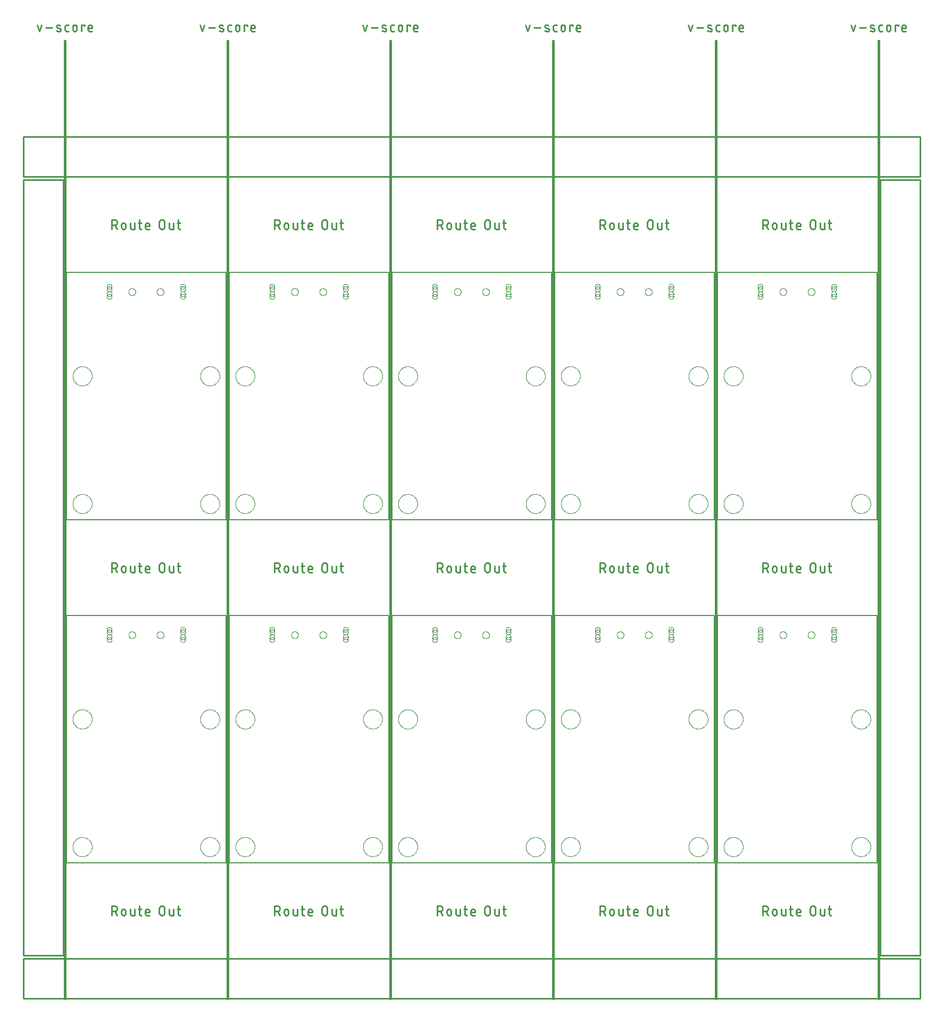
<source format=gko>
G04 EAGLE Gerber RS-274X export*
G75*
%MOMM*%
%FSLAX34Y34*%
%LPD*%
%IN*%
%IPPOS*%
%AMOC8*
5,1,8,0,0,1.08239X$1,22.5*%
G01*
%ADD10C,0.203200*%
%ADD11C,0.279400*%
%ADD12C,0.381000*%
%ADD13C,0.254000*%
%ADD14C,0.000000*%


D10*
X0Y0D02*
X254000Y0D01*
X254000Y393700D01*
X0Y393700D01*
X0Y0D01*
D11*
X72504Y-68707D02*
X72504Y-83693D01*
X72504Y-68707D02*
X76667Y-68707D01*
X76795Y-68709D01*
X76923Y-68715D01*
X77051Y-68725D01*
X77179Y-68739D01*
X77306Y-68756D01*
X77432Y-68778D01*
X77558Y-68803D01*
X77682Y-68833D01*
X77806Y-68866D01*
X77929Y-68903D01*
X78051Y-68944D01*
X78171Y-68988D01*
X78290Y-69036D01*
X78407Y-69088D01*
X78523Y-69143D01*
X78636Y-69202D01*
X78749Y-69265D01*
X78859Y-69331D01*
X78966Y-69400D01*
X79072Y-69472D01*
X79176Y-69548D01*
X79277Y-69627D01*
X79376Y-69709D01*
X79472Y-69794D01*
X79565Y-69881D01*
X79656Y-69972D01*
X79743Y-70065D01*
X79828Y-70161D01*
X79910Y-70260D01*
X79989Y-70361D01*
X80065Y-70465D01*
X80137Y-70571D01*
X80206Y-70678D01*
X80272Y-70789D01*
X80335Y-70901D01*
X80394Y-71014D01*
X80449Y-71130D01*
X80501Y-71247D01*
X80549Y-71366D01*
X80593Y-71486D01*
X80634Y-71608D01*
X80671Y-71731D01*
X80704Y-71855D01*
X80734Y-71979D01*
X80759Y-72105D01*
X80781Y-72231D01*
X80798Y-72358D01*
X80812Y-72486D01*
X80822Y-72614D01*
X80828Y-72742D01*
X80830Y-72870D01*
X80828Y-72998D01*
X80822Y-73126D01*
X80812Y-73254D01*
X80798Y-73382D01*
X80781Y-73509D01*
X80759Y-73635D01*
X80734Y-73761D01*
X80704Y-73885D01*
X80671Y-74009D01*
X80634Y-74132D01*
X80593Y-74254D01*
X80549Y-74374D01*
X80501Y-74493D01*
X80449Y-74610D01*
X80394Y-74726D01*
X80335Y-74839D01*
X80272Y-74952D01*
X80206Y-75062D01*
X80137Y-75169D01*
X80065Y-75275D01*
X79989Y-75379D01*
X79910Y-75480D01*
X79828Y-75579D01*
X79743Y-75675D01*
X79656Y-75768D01*
X79565Y-75859D01*
X79472Y-75946D01*
X79376Y-76031D01*
X79277Y-76113D01*
X79176Y-76192D01*
X79072Y-76268D01*
X78966Y-76340D01*
X78859Y-76409D01*
X78749Y-76475D01*
X78636Y-76538D01*
X78523Y-76597D01*
X78407Y-76652D01*
X78290Y-76704D01*
X78171Y-76752D01*
X78051Y-76796D01*
X77929Y-76837D01*
X77806Y-76874D01*
X77682Y-76907D01*
X77558Y-76937D01*
X77432Y-76962D01*
X77306Y-76984D01*
X77179Y-77001D01*
X77051Y-77015D01*
X76923Y-77025D01*
X76795Y-77031D01*
X76667Y-77033D01*
X72504Y-77033D01*
X77499Y-77033D02*
X80829Y-83693D01*
X87788Y-80363D02*
X87788Y-77033D01*
X87790Y-76919D01*
X87796Y-76806D01*
X87805Y-76692D01*
X87819Y-76580D01*
X87836Y-76467D01*
X87858Y-76355D01*
X87883Y-76245D01*
X87911Y-76135D01*
X87944Y-76026D01*
X87980Y-75918D01*
X88020Y-75811D01*
X88064Y-75706D01*
X88111Y-75603D01*
X88161Y-75501D01*
X88215Y-75401D01*
X88273Y-75303D01*
X88334Y-75207D01*
X88397Y-75113D01*
X88465Y-75021D01*
X88535Y-74931D01*
X88608Y-74845D01*
X88684Y-74760D01*
X88763Y-74678D01*
X88845Y-74599D01*
X88930Y-74523D01*
X89016Y-74450D01*
X89106Y-74380D01*
X89198Y-74312D01*
X89292Y-74249D01*
X89388Y-74188D01*
X89486Y-74130D01*
X89586Y-74076D01*
X89688Y-74026D01*
X89791Y-73979D01*
X89896Y-73935D01*
X90003Y-73895D01*
X90111Y-73859D01*
X90220Y-73826D01*
X90330Y-73798D01*
X90440Y-73773D01*
X90552Y-73751D01*
X90665Y-73734D01*
X90777Y-73720D01*
X90891Y-73711D01*
X91004Y-73705D01*
X91118Y-73703D01*
X91232Y-73705D01*
X91345Y-73711D01*
X91459Y-73720D01*
X91571Y-73734D01*
X91684Y-73751D01*
X91796Y-73773D01*
X91906Y-73798D01*
X92016Y-73826D01*
X92125Y-73859D01*
X92233Y-73895D01*
X92340Y-73935D01*
X92445Y-73979D01*
X92548Y-74026D01*
X92650Y-74076D01*
X92750Y-74130D01*
X92848Y-74188D01*
X92944Y-74249D01*
X93038Y-74312D01*
X93130Y-74380D01*
X93220Y-74450D01*
X93306Y-74523D01*
X93391Y-74599D01*
X93473Y-74678D01*
X93552Y-74760D01*
X93628Y-74845D01*
X93701Y-74931D01*
X93771Y-75021D01*
X93839Y-75113D01*
X93902Y-75207D01*
X93963Y-75303D01*
X94021Y-75401D01*
X94075Y-75501D01*
X94125Y-75603D01*
X94172Y-75706D01*
X94216Y-75811D01*
X94256Y-75918D01*
X94292Y-76026D01*
X94325Y-76135D01*
X94353Y-76245D01*
X94378Y-76355D01*
X94400Y-76467D01*
X94417Y-76580D01*
X94431Y-76692D01*
X94440Y-76806D01*
X94446Y-76919D01*
X94448Y-77033D01*
X94448Y-80363D01*
X94446Y-80477D01*
X94440Y-80590D01*
X94431Y-80704D01*
X94417Y-80816D01*
X94400Y-80929D01*
X94378Y-81041D01*
X94353Y-81151D01*
X94325Y-81261D01*
X94292Y-81370D01*
X94256Y-81478D01*
X94216Y-81585D01*
X94172Y-81690D01*
X94125Y-81793D01*
X94075Y-81895D01*
X94021Y-81995D01*
X93963Y-82093D01*
X93902Y-82189D01*
X93839Y-82283D01*
X93771Y-82375D01*
X93701Y-82465D01*
X93628Y-82551D01*
X93552Y-82636D01*
X93473Y-82718D01*
X93391Y-82797D01*
X93306Y-82873D01*
X93220Y-82946D01*
X93130Y-83016D01*
X93038Y-83084D01*
X92944Y-83147D01*
X92848Y-83208D01*
X92750Y-83266D01*
X92650Y-83320D01*
X92548Y-83370D01*
X92445Y-83417D01*
X92340Y-83461D01*
X92233Y-83501D01*
X92125Y-83537D01*
X92016Y-83570D01*
X91906Y-83598D01*
X91796Y-83623D01*
X91684Y-83645D01*
X91571Y-83662D01*
X91459Y-83676D01*
X91345Y-83685D01*
X91232Y-83691D01*
X91118Y-83693D01*
X91004Y-83691D01*
X90891Y-83685D01*
X90777Y-83676D01*
X90665Y-83662D01*
X90552Y-83645D01*
X90440Y-83623D01*
X90330Y-83598D01*
X90220Y-83570D01*
X90111Y-83537D01*
X90003Y-83501D01*
X89896Y-83461D01*
X89791Y-83417D01*
X89688Y-83370D01*
X89586Y-83320D01*
X89486Y-83266D01*
X89388Y-83208D01*
X89292Y-83147D01*
X89198Y-83084D01*
X89106Y-83016D01*
X89016Y-82946D01*
X88930Y-82873D01*
X88845Y-82797D01*
X88763Y-82718D01*
X88684Y-82636D01*
X88608Y-82551D01*
X88535Y-82465D01*
X88465Y-82375D01*
X88397Y-82283D01*
X88334Y-82189D01*
X88273Y-82093D01*
X88215Y-81995D01*
X88161Y-81895D01*
X88111Y-81793D01*
X88064Y-81690D01*
X88020Y-81585D01*
X87980Y-81478D01*
X87944Y-81370D01*
X87911Y-81261D01*
X87883Y-81151D01*
X87858Y-81041D01*
X87836Y-80929D01*
X87819Y-80816D01*
X87805Y-80704D01*
X87796Y-80590D01*
X87790Y-80477D01*
X87788Y-80363D01*
X101856Y-81195D02*
X101856Y-73702D01*
X101855Y-81195D02*
X101857Y-81293D01*
X101863Y-81391D01*
X101872Y-81489D01*
X101886Y-81586D01*
X101903Y-81682D01*
X101924Y-81778D01*
X101949Y-81873D01*
X101977Y-81967D01*
X102009Y-82060D01*
X102045Y-82151D01*
X102084Y-82241D01*
X102127Y-82329D01*
X102174Y-82416D01*
X102223Y-82500D01*
X102276Y-82583D01*
X102332Y-82663D01*
X102391Y-82742D01*
X102454Y-82817D01*
X102519Y-82891D01*
X102587Y-82961D01*
X102657Y-83029D01*
X102731Y-83095D01*
X102807Y-83157D01*
X102885Y-83216D01*
X102965Y-83272D01*
X103048Y-83325D01*
X103132Y-83375D01*
X103219Y-83421D01*
X103307Y-83464D01*
X103397Y-83503D01*
X103488Y-83539D01*
X103581Y-83571D01*
X103675Y-83599D01*
X103770Y-83624D01*
X103866Y-83645D01*
X103962Y-83662D01*
X104059Y-83676D01*
X104157Y-83685D01*
X104255Y-83691D01*
X104353Y-83693D01*
X108516Y-83693D01*
X108516Y-73702D01*
X114497Y-73702D02*
X119492Y-73702D01*
X116162Y-68707D02*
X116162Y-81195D01*
X116164Y-81293D01*
X116170Y-81391D01*
X116179Y-81489D01*
X116193Y-81586D01*
X116210Y-81682D01*
X116231Y-81778D01*
X116256Y-81873D01*
X116284Y-81967D01*
X116316Y-82060D01*
X116352Y-82151D01*
X116391Y-82241D01*
X116434Y-82329D01*
X116481Y-82416D01*
X116530Y-82500D01*
X116583Y-82583D01*
X116639Y-82663D01*
X116698Y-82742D01*
X116761Y-82817D01*
X116826Y-82891D01*
X116894Y-82961D01*
X116964Y-83029D01*
X117038Y-83095D01*
X117114Y-83157D01*
X117192Y-83216D01*
X117272Y-83272D01*
X117355Y-83325D01*
X117439Y-83375D01*
X117526Y-83421D01*
X117614Y-83464D01*
X117704Y-83503D01*
X117795Y-83539D01*
X117888Y-83571D01*
X117982Y-83599D01*
X118077Y-83624D01*
X118173Y-83645D01*
X118269Y-83662D01*
X118366Y-83676D01*
X118464Y-83685D01*
X118562Y-83691D01*
X118660Y-83693D01*
X119492Y-83693D01*
X128321Y-83693D02*
X132484Y-83693D01*
X128321Y-83693D02*
X128223Y-83691D01*
X128125Y-83685D01*
X128027Y-83676D01*
X127930Y-83662D01*
X127834Y-83645D01*
X127738Y-83624D01*
X127643Y-83599D01*
X127549Y-83571D01*
X127456Y-83539D01*
X127365Y-83503D01*
X127275Y-83464D01*
X127187Y-83421D01*
X127100Y-83374D01*
X127016Y-83325D01*
X126933Y-83272D01*
X126853Y-83216D01*
X126775Y-83157D01*
X126699Y-83095D01*
X126625Y-83029D01*
X126555Y-82961D01*
X126487Y-82891D01*
X126422Y-82817D01*
X126359Y-82742D01*
X126300Y-82663D01*
X126244Y-82583D01*
X126191Y-82500D01*
X126142Y-82416D01*
X126095Y-82329D01*
X126052Y-82241D01*
X126013Y-82151D01*
X125977Y-82060D01*
X125945Y-81967D01*
X125917Y-81873D01*
X125892Y-81778D01*
X125871Y-81682D01*
X125854Y-81586D01*
X125840Y-81489D01*
X125831Y-81391D01*
X125825Y-81293D01*
X125823Y-81195D01*
X125824Y-81195D02*
X125824Y-77033D01*
X125826Y-76919D01*
X125832Y-76806D01*
X125841Y-76692D01*
X125855Y-76580D01*
X125872Y-76467D01*
X125894Y-76355D01*
X125919Y-76245D01*
X125947Y-76135D01*
X125980Y-76026D01*
X126016Y-75918D01*
X126056Y-75811D01*
X126100Y-75706D01*
X126147Y-75603D01*
X126197Y-75501D01*
X126251Y-75401D01*
X126309Y-75303D01*
X126370Y-75207D01*
X126433Y-75113D01*
X126501Y-75021D01*
X126571Y-74931D01*
X126644Y-74845D01*
X126720Y-74760D01*
X126799Y-74678D01*
X126881Y-74599D01*
X126966Y-74523D01*
X127052Y-74450D01*
X127142Y-74380D01*
X127234Y-74312D01*
X127328Y-74249D01*
X127424Y-74188D01*
X127522Y-74130D01*
X127622Y-74076D01*
X127724Y-74026D01*
X127827Y-73979D01*
X127932Y-73935D01*
X128039Y-73895D01*
X128147Y-73859D01*
X128256Y-73826D01*
X128366Y-73798D01*
X128476Y-73773D01*
X128588Y-73751D01*
X128701Y-73734D01*
X128813Y-73720D01*
X128927Y-73711D01*
X129040Y-73705D01*
X129154Y-73703D01*
X129268Y-73705D01*
X129381Y-73711D01*
X129495Y-73720D01*
X129607Y-73734D01*
X129720Y-73751D01*
X129832Y-73773D01*
X129942Y-73798D01*
X130052Y-73826D01*
X130161Y-73859D01*
X130269Y-73895D01*
X130376Y-73935D01*
X130481Y-73979D01*
X130584Y-74026D01*
X130686Y-74076D01*
X130786Y-74130D01*
X130884Y-74188D01*
X130980Y-74249D01*
X131074Y-74312D01*
X131166Y-74380D01*
X131256Y-74450D01*
X131342Y-74523D01*
X131427Y-74599D01*
X131509Y-74678D01*
X131588Y-74760D01*
X131664Y-74845D01*
X131737Y-74931D01*
X131807Y-75021D01*
X131875Y-75113D01*
X131938Y-75207D01*
X131999Y-75303D01*
X132057Y-75401D01*
X132111Y-75501D01*
X132161Y-75603D01*
X132208Y-75706D01*
X132252Y-75811D01*
X132292Y-75918D01*
X132328Y-76026D01*
X132361Y-76135D01*
X132389Y-76245D01*
X132414Y-76355D01*
X132436Y-76467D01*
X132453Y-76580D01*
X132467Y-76692D01*
X132476Y-76806D01*
X132482Y-76919D01*
X132484Y-77033D01*
X132484Y-78698D01*
X125824Y-78698D01*
X147917Y-79530D02*
X147917Y-72870D01*
X147919Y-72742D01*
X147925Y-72614D01*
X147935Y-72486D01*
X147949Y-72358D01*
X147966Y-72231D01*
X147988Y-72105D01*
X148013Y-71979D01*
X148043Y-71855D01*
X148076Y-71731D01*
X148113Y-71608D01*
X148154Y-71486D01*
X148198Y-71366D01*
X148246Y-71247D01*
X148298Y-71130D01*
X148353Y-71014D01*
X148412Y-70901D01*
X148475Y-70788D01*
X148541Y-70678D01*
X148610Y-70571D01*
X148682Y-70465D01*
X148758Y-70361D01*
X148837Y-70260D01*
X148919Y-70161D01*
X149004Y-70065D01*
X149091Y-69972D01*
X149182Y-69881D01*
X149275Y-69794D01*
X149371Y-69709D01*
X149470Y-69627D01*
X149571Y-69548D01*
X149675Y-69472D01*
X149781Y-69400D01*
X149888Y-69331D01*
X149999Y-69265D01*
X150111Y-69202D01*
X150224Y-69143D01*
X150340Y-69088D01*
X150457Y-69036D01*
X150576Y-68988D01*
X150696Y-68944D01*
X150818Y-68903D01*
X150941Y-68866D01*
X151065Y-68833D01*
X151189Y-68803D01*
X151315Y-68778D01*
X151441Y-68756D01*
X151568Y-68739D01*
X151696Y-68725D01*
X151824Y-68715D01*
X151952Y-68709D01*
X152080Y-68707D01*
X152208Y-68709D01*
X152336Y-68715D01*
X152464Y-68725D01*
X152592Y-68739D01*
X152719Y-68756D01*
X152845Y-68778D01*
X152971Y-68803D01*
X153095Y-68833D01*
X153219Y-68866D01*
X153342Y-68903D01*
X153464Y-68944D01*
X153584Y-68988D01*
X153703Y-69036D01*
X153820Y-69088D01*
X153936Y-69143D01*
X154049Y-69202D01*
X154162Y-69265D01*
X154272Y-69331D01*
X154379Y-69400D01*
X154485Y-69472D01*
X154589Y-69548D01*
X154690Y-69627D01*
X154789Y-69709D01*
X154885Y-69794D01*
X154978Y-69881D01*
X155069Y-69972D01*
X155156Y-70065D01*
X155241Y-70161D01*
X155323Y-70260D01*
X155402Y-70361D01*
X155478Y-70465D01*
X155550Y-70571D01*
X155619Y-70678D01*
X155685Y-70789D01*
X155748Y-70901D01*
X155807Y-71014D01*
X155862Y-71130D01*
X155914Y-71247D01*
X155962Y-71366D01*
X156006Y-71486D01*
X156047Y-71608D01*
X156084Y-71731D01*
X156117Y-71855D01*
X156147Y-71979D01*
X156172Y-72105D01*
X156194Y-72231D01*
X156211Y-72358D01*
X156225Y-72486D01*
X156235Y-72614D01*
X156241Y-72742D01*
X156243Y-72870D01*
X156242Y-72870D02*
X156242Y-79530D01*
X156243Y-79530D02*
X156241Y-79658D01*
X156235Y-79786D01*
X156225Y-79914D01*
X156211Y-80042D01*
X156194Y-80169D01*
X156172Y-80295D01*
X156147Y-80421D01*
X156117Y-80545D01*
X156084Y-80669D01*
X156047Y-80792D01*
X156006Y-80914D01*
X155962Y-81034D01*
X155914Y-81153D01*
X155862Y-81270D01*
X155807Y-81386D01*
X155748Y-81499D01*
X155685Y-81612D01*
X155619Y-81722D01*
X155550Y-81829D01*
X155478Y-81935D01*
X155402Y-82039D01*
X155323Y-82140D01*
X155241Y-82239D01*
X155156Y-82335D01*
X155069Y-82428D01*
X154978Y-82519D01*
X154885Y-82606D01*
X154789Y-82691D01*
X154690Y-82773D01*
X154589Y-82852D01*
X154485Y-82928D01*
X154379Y-83000D01*
X154272Y-83069D01*
X154161Y-83135D01*
X154049Y-83198D01*
X153936Y-83257D01*
X153820Y-83312D01*
X153703Y-83364D01*
X153584Y-83412D01*
X153464Y-83456D01*
X153342Y-83497D01*
X153219Y-83534D01*
X153095Y-83567D01*
X152971Y-83597D01*
X152845Y-83622D01*
X152719Y-83644D01*
X152592Y-83661D01*
X152464Y-83675D01*
X152336Y-83685D01*
X152208Y-83691D01*
X152080Y-83693D01*
X151952Y-83691D01*
X151824Y-83685D01*
X151696Y-83675D01*
X151568Y-83661D01*
X151441Y-83644D01*
X151315Y-83622D01*
X151189Y-83597D01*
X151065Y-83567D01*
X150941Y-83534D01*
X150818Y-83497D01*
X150696Y-83456D01*
X150576Y-83412D01*
X150457Y-83364D01*
X150340Y-83312D01*
X150224Y-83257D01*
X150111Y-83198D01*
X149999Y-83135D01*
X149888Y-83069D01*
X149781Y-83000D01*
X149675Y-82928D01*
X149571Y-82852D01*
X149470Y-82773D01*
X149371Y-82691D01*
X149275Y-82606D01*
X149182Y-82519D01*
X149091Y-82428D01*
X149004Y-82335D01*
X148919Y-82239D01*
X148837Y-82140D01*
X148758Y-82039D01*
X148682Y-81935D01*
X148610Y-81829D01*
X148541Y-81722D01*
X148475Y-81612D01*
X148412Y-81499D01*
X148353Y-81386D01*
X148298Y-81270D01*
X148246Y-81153D01*
X148198Y-81034D01*
X148154Y-80914D01*
X148113Y-80792D01*
X148076Y-80669D01*
X148043Y-80545D01*
X148013Y-80421D01*
X147988Y-80295D01*
X147966Y-80169D01*
X147949Y-80042D01*
X147935Y-79914D01*
X147925Y-79786D01*
X147919Y-79658D01*
X147917Y-79530D01*
X163859Y-81195D02*
X163859Y-73702D01*
X163859Y-81195D02*
X163861Y-81293D01*
X163867Y-81391D01*
X163876Y-81489D01*
X163890Y-81586D01*
X163907Y-81682D01*
X163928Y-81778D01*
X163953Y-81873D01*
X163981Y-81967D01*
X164013Y-82060D01*
X164049Y-82151D01*
X164088Y-82241D01*
X164131Y-82329D01*
X164178Y-82416D01*
X164227Y-82500D01*
X164280Y-82583D01*
X164336Y-82663D01*
X164395Y-82742D01*
X164458Y-82817D01*
X164523Y-82891D01*
X164591Y-82961D01*
X164661Y-83029D01*
X164735Y-83095D01*
X164811Y-83157D01*
X164889Y-83216D01*
X164969Y-83272D01*
X165052Y-83325D01*
X165136Y-83375D01*
X165223Y-83421D01*
X165311Y-83464D01*
X165401Y-83503D01*
X165492Y-83539D01*
X165585Y-83571D01*
X165679Y-83599D01*
X165774Y-83624D01*
X165870Y-83645D01*
X165966Y-83662D01*
X166063Y-83676D01*
X166161Y-83685D01*
X166259Y-83691D01*
X166357Y-83693D01*
X170520Y-83693D01*
X170520Y-73702D01*
X176501Y-73702D02*
X181496Y-73702D01*
X178166Y-68707D02*
X178166Y-81195D01*
X178165Y-81195D02*
X178167Y-81293D01*
X178173Y-81391D01*
X178182Y-81489D01*
X178196Y-81586D01*
X178213Y-81682D01*
X178234Y-81778D01*
X178259Y-81873D01*
X178287Y-81967D01*
X178319Y-82060D01*
X178355Y-82151D01*
X178394Y-82241D01*
X178437Y-82329D01*
X178484Y-82416D01*
X178533Y-82500D01*
X178586Y-82583D01*
X178642Y-82663D01*
X178701Y-82742D01*
X178764Y-82817D01*
X178829Y-82891D01*
X178897Y-82961D01*
X178967Y-83029D01*
X179041Y-83095D01*
X179117Y-83157D01*
X179195Y-83216D01*
X179275Y-83272D01*
X179358Y-83325D01*
X179442Y-83375D01*
X179529Y-83421D01*
X179617Y-83464D01*
X179707Y-83503D01*
X179798Y-83539D01*
X179891Y-83571D01*
X179985Y-83599D01*
X180080Y-83624D01*
X180176Y-83645D01*
X180272Y-83662D01*
X180369Y-83676D01*
X180467Y-83685D01*
X180565Y-83691D01*
X180663Y-83693D01*
X180664Y-83693D02*
X181496Y-83693D01*
D10*
X259080Y0D02*
X513080Y0D01*
X513080Y393700D01*
X259080Y393700D01*
X259080Y0D01*
D11*
X331584Y-68707D02*
X331584Y-83693D01*
X331584Y-68707D02*
X335747Y-68707D01*
X335875Y-68709D01*
X336003Y-68715D01*
X336131Y-68725D01*
X336259Y-68739D01*
X336386Y-68756D01*
X336512Y-68778D01*
X336638Y-68803D01*
X336762Y-68833D01*
X336886Y-68866D01*
X337009Y-68903D01*
X337131Y-68944D01*
X337251Y-68988D01*
X337370Y-69036D01*
X337487Y-69088D01*
X337603Y-69143D01*
X337716Y-69202D01*
X337829Y-69265D01*
X337939Y-69331D01*
X338046Y-69400D01*
X338152Y-69472D01*
X338256Y-69548D01*
X338357Y-69627D01*
X338456Y-69709D01*
X338552Y-69794D01*
X338645Y-69881D01*
X338736Y-69972D01*
X338823Y-70065D01*
X338908Y-70161D01*
X338990Y-70260D01*
X339069Y-70361D01*
X339145Y-70465D01*
X339217Y-70571D01*
X339286Y-70678D01*
X339352Y-70789D01*
X339415Y-70901D01*
X339474Y-71014D01*
X339529Y-71130D01*
X339581Y-71247D01*
X339629Y-71366D01*
X339673Y-71486D01*
X339714Y-71608D01*
X339751Y-71731D01*
X339784Y-71855D01*
X339814Y-71979D01*
X339839Y-72105D01*
X339861Y-72231D01*
X339878Y-72358D01*
X339892Y-72486D01*
X339902Y-72614D01*
X339908Y-72742D01*
X339910Y-72870D01*
X339908Y-72998D01*
X339902Y-73126D01*
X339892Y-73254D01*
X339878Y-73382D01*
X339861Y-73509D01*
X339839Y-73635D01*
X339814Y-73761D01*
X339784Y-73885D01*
X339751Y-74009D01*
X339714Y-74132D01*
X339673Y-74254D01*
X339629Y-74374D01*
X339581Y-74493D01*
X339529Y-74610D01*
X339474Y-74726D01*
X339415Y-74839D01*
X339352Y-74952D01*
X339286Y-75062D01*
X339217Y-75169D01*
X339145Y-75275D01*
X339069Y-75379D01*
X338990Y-75480D01*
X338908Y-75579D01*
X338823Y-75675D01*
X338736Y-75768D01*
X338645Y-75859D01*
X338552Y-75946D01*
X338456Y-76031D01*
X338357Y-76113D01*
X338256Y-76192D01*
X338152Y-76268D01*
X338046Y-76340D01*
X337939Y-76409D01*
X337829Y-76475D01*
X337716Y-76538D01*
X337603Y-76597D01*
X337487Y-76652D01*
X337370Y-76704D01*
X337251Y-76752D01*
X337131Y-76796D01*
X337009Y-76837D01*
X336886Y-76874D01*
X336762Y-76907D01*
X336638Y-76937D01*
X336512Y-76962D01*
X336386Y-76984D01*
X336259Y-77001D01*
X336131Y-77015D01*
X336003Y-77025D01*
X335875Y-77031D01*
X335747Y-77033D01*
X331584Y-77033D01*
X336579Y-77033D02*
X339909Y-83693D01*
X346868Y-80363D02*
X346868Y-77033D01*
X346870Y-76919D01*
X346876Y-76806D01*
X346885Y-76692D01*
X346899Y-76580D01*
X346916Y-76467D01*
X346938Y-76355D01*
X346963Y-76245D01*
X346991Y-76135D01*
X347024Y-76026D01*
X347060Y-75918D01*
X347100Y-75811D01*
X347144Y-75706D01*
X347191Y-75603D01*
X347241Y-75501D01*
X347295Y-75401D01*
X347353Y-75303D01*
X347414Y-75207D01*
X347477Y-75113D01*
X347545Y-75021D01*
X347615Y-74931D01*
X347688Y-74845D01*
X347764Y-74760D01*
X347843Y-74678D01*
X347925Y-74599D01*
X348010Y-74523D01*
X348096Y-74450D01*
X348186Y-74380D01*
X348278Y-74312D01*
X348372Y-74249D01*
X348468Y-74188D01*
X348566Y-74130D01*
X348666Y-74076D01*
X348768Y-74026D01*
X348871Y-73979D01*
X348976Y-73935D01*
X349083Y-73895D01*
X349191Y-73859D01*
X349300Y-73826D01*
X349410Y-73798D01*
X349520Y-73773D01*
X349632Y-73751D01*
X349745Y-73734D01*
X349857Y-73720D01*
X349971Y-73711D01*
X350084Y-73705D01*
X350198Y-73703D01*
X350312Y-73705D01*
X350425Y-73711D01*
X350539Y-73720D01*
X350651Y-73734D01*
X350764Y-73751D01*
X350876Y-73773D01*
X350986Y-73798D01*
X351096Y-73826D01*
X351205Y-73859D01*
X351313Y-73895D01*
X351420Y-73935D01*
X351525Y-73979D01*
X351628Y-74026D01*
X351730Y-74076D01*
X351830Y-74130D01*
X351928Y-74188D01*
X352024Y-74249D01*
X352118Y-74312D01*
X352210Y-74380D01*
X352300Y-74450D01*
X352386Y-74523D01*
X352471Y-74599D01*
X352553Y-74678D01*
X352632Y-74760D01*
X352708Y-74845D01*
X352781Y-74931D01*
X352851Y-75021D01*
X352919Y-75113D01*
X352982Y-75207D01*
X353043Y-75303D01*
X353101Y-75401D01*
X353155Y-75501D01*
X353205Y-75603D01*
X353252Y-75706D01*
X353296Y-75811D01*
X353336Y-75918D01*
X353372Y-76026D01*
X353405Y-76135D01*
X353433Y-76245D01*
X353458Y-76355D01*
X353480Y-76467D01*
X353497Y-76580D01*
X353511Y-76692D01*
X353520Y-76806D01*
X353526Y-76919D01*
X353528Y-77033D01*
X353528Y-80363D01*
X353526Y-80477D01*
X353520Y-80590D01*
X353511Y-80704D01*
X353497Y-80816D01*
X353480Y-80929D01*
X353458Y-81041D01*
X353433Y-81151D01*
X353405Y-81261D01*
X353372Y-81370D01*
X353336Y-81478D01*
X353296Y-81585D01*
X353252Y-81690D01*
X353205Y-81793D01*
X353155Y-81895D01*
X353101Y-81995D01*
X353043Y-82093D01*
X352982Y-82189D01*
X352919Y-82283D01*
X352851Y-82375D01*
X352781Y-82465D01*
X352708Y-82551D01*
X352632Y-82636D01*
X352553Y-82718D01*
X352471Y-82797D01*
X352386Y-82873D01*
X352300Y-82946D01*
X352210Y-83016D01*
X352118Y-83084D01*
X352024Y-83147D01*
X351928Y-83208D01*
X351830Y-83266D01*
X351730Y-83320D01*
X351628Y-83370D01*
X351525Y-83417D01*
X351420Y-83461D01*
X351313Y-83501D01*
X351205Y-83537D01*
X351096Y-83570D01*
X350986Y-83598D01*
X350876Y-83623D01*
X350764Y-83645D01*
X350651Y-83662D01*
X350539Y-83676D01*
X350425Y-83685D01*
X350312Y-83691D01*
X350198Y-83693D01*
X350084Y-83691D01*
X349971Y-83685D01*
X349857Y-83676D01*
X349745Y-83662D01*
X349632Y-83645D01*
X349520Y-83623D01*
X349410Y-83598D01*
X349300Y-83570D01*
X349191Y-83537D01*
X349083Y-83501D01*
X348976Y-83461D01*
X348871Y-83417D01*
X348768Y-83370D01*
X348666Y-83320D01*
X348566Y-83266D01*
X348468Y-83208D01*
X348372Y-83147D01*
X348278Y-83084D01*
X348186Y-83016D01*
X348096Y-82946D01*
X348010Y-82873D01*
X347925Y-82797D01*
X347843Y-82718D01*
X347764Y-82636D01*
X347688Y-82551D01*
X347615Y-82465D01*
X347545Y-82375D01*
X347477Y-82283D01*
X347414Y-82189D01*
X347353Y-82093D01*
X347295Y-81995D01*
X347241Y-81895D01*
X347191Y-81793D01*
X347144Y-81690D01*
X347100Y-81585D01*
X347060Y-81478D01*
X347024Y-81370D01*
X346991Y-81261D01*
X346963Y-81151D01*
X346938Y-81041D01*
X346916Y-80929D01*
X346899Y-80816D01*
X346885Y-80704D01*
X346876Y-80590D01*
X346870Y-80477D01*
X346868Y-80363D01*
X360936Y-81195D02*
X360936Y-73702D01*
X360935Y-81195D02*
X360937Y-81293D01*
X360943Y-81391D01*
X360952Y-81489D01*
X360966Y-81586D01*
X360983Y-81682D01*
X361004Y-81778D01*
X361029Y-81873D01*
X361057Y-81967D01*
X361089Y-82060D01*
X361125Y-82151D01*
X361164Y-82241D01*
X361207Y-82329D01*
X361254Y-82416D01*
X361303Y-82500D01*
X361356Y-82583D01*
X361412Y-82663D01*
X361471Y-82742D01*
X361534Y-82817D01*
X361599Y-82891D01*
X361667Y-82961D01*
X361737Y-83029D01*
X361811Y-83095D01*
X361887Y-83157D01*
X361965Y-83216D01*
X362045Y-83272D01*
X362128Y-83325D01*
X362212Y-83375D01*
X362299Y-83421D01*
X362387Y-83464D01*
X362477Y-83503D01*
X362568Y-83539D01*
X362661Y-83571D01*
X362755Y-83599D01*
X362850Y-83624D01*
X362946Y-83645D01*
X363042Y-83662D01*
X363139Y-83676D01*
X363237Y-83685D01*
X363335Y-83691D01*
X363433Y-83693D01*
X367596Y-83693D01*
X367596Y-73702D01*
X373577Y-73702D02*
X378572Y-73702D01*
X375242Y-68707D02*
X375242Y-81195D01*
X375244Y-81293D01*
X375250Y-81391D01*
X375259Y-81489D01*
X375273Y-81586D01*
X375290Y-81682D01*
X375311Y-81778D01*
X375336Y-81873D01*
X375364Y-81967D01*
X375396Y-82060D01*
X375432Y-82151D01*
X375471Y-82241D01*
X375514Y-82329D01*
X375561Y-82416D01*
X375610Y-82500D01*
X375663Y-82583D01*
X375719Y-82663D01*
X375778Y-82742D01*
X375841Y-82817D01*
X375906Y-82891D01*
X375974Y-82961D01*
X376044Y-83029D01*
X376118Y-83095D01*
X376194Y-83157D01*
X376272Y-83216D01*
X376352Y-83272D01*
X376435Y-83325D01*
X376519Y-83375D01*
X376606Y-83421D01*
X376694Y-83464D01*
X376784Y-83503D01*
X376875Y-83539D01*
X376968Y-83571D01*
X377062Y-83599D01*
X377157Y-83624D01*
X377253Y-83645D01*
X377349Y-83662D01*
X377446Y-83676D01*
X377544Y-83685D01*
X377642Y-83691D01*
X377740Y-83693D01*
X378572Y-83693D01*
X387401Y-83693D02*
X391564Y-83693D01*
X387401Y-83693D02*
X387303Y-83691D01*
X387205Y-83685D01*
X387107Y-83676D01*
X387010Y-83662D01*
X386914Y-83645D01*
X386818Y-83624D01*
X386723Y-83599D01*
X386629Y-83571D01*
X386536Y-83539D01*
X386445Y-83503D01*
X386355Y-83464D01*
X386267Y-83421D01*
X386180Y-83374D01*
X386096Y-83325D01*
X386013Y-83272D01*
X385933Y-83216D01*
X385855Y-83157D01*
X385779Y-83095D01*
X385705Y-83029D01*
X385635Y-82961D01*
X385567Y-82891D01*
X385502Y-82817D01*
X385439Y-82742D01*
X385380Y-82663D01*
X385324Y-82583D01*
X385271Y-82500D01*
X385222Y-82416D01*
X385175Y-82329D01*
X385132Y-82241D01*
X385093Y-82151D01*
X385057Y-82060D01*
X385025Y-81967D01*
X384997Y-81873D01*
X384972Y-81778D01*
X384951Y-81682D01*
X384934Y-81586D01*
X384920Y-81489D01*
X384911Y-81391D01*
X384905Y-81293D01*
X384903Y-81195D01*
X384904Y-81195D02*
X384904Y-77033D01*
X384906Y-76919D01*
X384912Y-76806D01*
X384921Y-76692D01*
X384935Y-76580D01*
X384952Y-76467D01*
X384974Y-76355D01*
X384999Y-76245D01*
X385027Y-76135D01*
X385060Y-76026D01*
X385096Y-75918D01*
X385136Y-75811D01*
X385180Y-75706D01*
X385227Y-75603D01*
X385277Y-75501D01*
X385331Y-75401D01*
X385389Y-75303D01*
X385450Y-75207D01*
X385513Y-75113D01*
X385581Y-75021D01*
X385651Y-74931D01*
X385724Y-74845D01*
X385800Y-74760D01*
X385879Y-74678D01*
X385961Y-74599D01*
X386046Y-74523D01*
X386132Y-74450D01*
X386222Y-74380D01*
X386314Y-74312D01*
X386408Y-74249D01*
X386504Y-74188D01*
X386602Y-74130D01*
X386702Y-74076D01*
X386804Y-74026D01*
X386907Y-73979D01*
X387012Y-73935D01*
X387119Y-73895D01*
X387227Y-73859D01*
X387336Y-73826D01*
X387446Y-73798D01*
X387556Y-73773D01*
X387668Y-73751D01*
X387781Y-73734D01*
X387893Y-73720D01*
X388007Y-73711D01*
X388120Y-73705D01*
X388234Y-73703D01*
X388348Y-73705D01*
X388461Y-73711D01*
X388575Y-73720D01*
X388687Y-73734D01*
X388800Y-73751D01*
X388912Y-73773D01*
X389022Y-73798D01*
X389132Y-73826D01*
X389241Y-73859D01*
X389349Y-73895D01*
X389456Y-73935D01*
X389561Y-73979D01*
X389664Y-74026D01*
X389766Y-74076D01*
X389866Y-74130D01*
X389964Y-74188D01*
X390060Y-74249D01*
X390154Y-74312D01*
X390246Y-74380D01*
X390336Y-74450D01*
X390422Y-74523D01*
X390507Y-74599D01*
X390589Y-74678D01*
X390668Y-74760D01*
X390744Y-74845D01*
X390817Y-74931D01*
X390887Y-75021D01*
X390955Y-75113D01*
X391018Y-75207D01*
X391079Y-75303D01*
X391137Y-75401D01*
X391191Y-75501D01*
X391241Y-75603D01*
X391288Y-75706D01*
X391332Y-75811D01*
X391372Y-75918D01*
X391408Y-76026D01*
X391441Y-76135D01*
X391469Y-76245D01*
X391494Y-76355D01*
X391516Y-76467D01*
X391533Y-76580D01*
X391547Y-76692D01*
X391556Y-76806D01*
X391562Y-76919D01*
X391564Y-77033D01*
X391564Y-78698D01*
X384904Y-78698D01*
X406997Y-79530D02*
X406997Y-72870D01*
X406999Y-72742D01*
X407005Y-72614D01*
X407015Y-72486D01*
X407029Y-72358D01*
X407046Y-72231D01*
X407068Y-72105D01*
X407093Y-71979D01*
X407123Y-71855D01*
X407156Y-71731D01*
X407193Y-71608D01*
X407234Y-71486D01*
X407278Y-71366D01*
X407326Y-71247D01*
X407378Y-71130D01*
X407433Y-71014D01*
X407492Y-70901D01*
X407555Y-70788D01*
X407621Y-70678D01*
X407690Y-70571D01*
X407762Y-70465D01*
X407838Y-70361D01*
X407917Y-70260D01*
X407999Y-70161D01*
X408084Y-70065D01*
X408171Y-69972D01*
X408262Y-69881D01*
X408355Y-69794D01*
X408451Y-69709D01*
X408550Y-69627D01*
X408651Y-69548D01*
X408755Y-69472D01*
X408861Y-69400D01*
X408968Y-69331D01*
X409079Y-69265D01*
X409191Y-69202D01*
X409304Y-69143D01*
X409420Y-69088D01*
X409537Y-69036D01*
X409656Y-68988D01*
X409776Y-68944D01*
X409898Y-68903D01*
X410021Y-68866D01*
X410145Y-68833D01*
X410269Y-68803D01*
X410395Y-68778D01*
X410521Y-68756D01*
X410648Y-68739D01*
X410776Y-68725D01*
X410904Y-68715D01*
X411032Y-68709D01*
X411160Y-68707D01*
X411288Y-68709D01*
X411416Y-68715D01*
X411544Y-68725D01*
X411672Y-68739D01*
X411799Y-68756D01*
X411925Y-68778D01*
X412051Y-68803D01*
X412175Y-68833D01*
X412299Y-68866D01*
X412422Y-68903D01*
X412544Y-68944D01*
X412664Y-68988D01*
X412783Y-69036D01*
X412900Y-69088D01*
X413016Y-69143D01*
X413129Y-69202D01*
X413242Y-69265D01*
X413352Y-69331D01*
X413459Y-69400D01*
X413565Y-69472D01*
X413669Y-69548D01*
X413770Y-69627D01*
X413869Y-69709D01*
X413965Y-69794D01*
X414058Y-69881D01*
X414149Y-69972D01*
X414236Y-70065D01*
X414321Y-70161D01*
X414403Y-70260D01*
X414482Y-70361D01*
X414558Y-70465D01*
X414630Y-70571D01*
X414699Y-70678D01*
X414765Y-70789D01*
X414828Y-70901D01*
X414887Y-71014D01*
X414942Y-71130D01*
X414994Y-71247D01*
X415042Y-71366D01*
X415086Y-71486D01*
X415127Y-71608D01*
X415164Y-71731D01*
X415197Y-71855D01*
X415227Y-71979D01*
X415252Y-72105D01*
X415274Y-72231D01*
X415291Y-72358D01*
X415305Y-72486D01*
X415315Y-72614D01*
X415321Y-72742D01*
X415323Y-72870D01*
X415322Y-72870D02*
X415322Y-79530D01*
X415323Y-79530D02*
X415321Y-79658D01*
X415315Y-79786D01*
X415305Y-79914D01*
X415291Y-80042D01*
X415274Y-80169D01*
X415252Y-80295D01*
X415227Y-80421D01*
X415197Y-80545D01*
X415164Y-80669D01*
X415127Y-80792D01*
X415086Y-80914D01*
X415042Y-81034D01*
X414994Y-81153D01*
X414942Y-81270D01*
X414887Y-81386D01*
X414828Y-81499D01*
X414765Y-81612D01*
X414699Y-81722D01*
X414630Y-81829D01*
X414558Y-81935D01*
X414482Y-82039D01*
X414403Y-82140D01*
X414321Y-82239D01*
X414236Y-82335D01*
X414149Y-82428D01*
X414058Y-82519D01*
X413965Y-82606D01*
X413869Y-82691D01*
X413770Y-82773D01*
X413669Y-82852D01*
X413565Y-82928D01*
X413459Y-83000D01*
X413352Y-83069D01*
X413242Y-83135D01*
X413129Y-83198D01*
X413016Y-83257D01*
X412900Y-83312D01*
X412783Y-83364D01*
X412664Y-83412D01*
X412544Y-83456D01*
X412422Y-83497D01*
X412299Y-83534D01*
X412175Y-83567D01*
X412051Y-83597D01*
X411925Y-83622D01*
X411799Y-83644D01*
X411672Y-83661D01*
X411544Y-83675D01*
X411416Y-83685D01*
X411288Y-83691D01*
X411160Y-83693D01*
X411032Y-83691D01*
X410904Y-83685D01*
X410776Y-83675D01*
X410648Y-83661D01*
X410521Y-83644D01*
X410395Y-83622D01*
X410269Y-83597D01*
X410145Y-83567D01*
X410021Y-83534D01*
X409898Y-83497D01*
X409776Y-83456D01*
X409656Y-83412D01*
X409537Y-83364D01*
X409420Y-83312D01*
X409304Y-83257D01*
X409191Y-83198D01*
X409079Y-83135D01*
X408968Y-83069D01*
X408861Y-83000D01*
X408755Y-82928D01*
X408651Y-82852D01*
X408550Y-82773D01*
X408451Y-82691D01*
X408355Y-82606D01*
X408262Y-82519D01*
X408171Y-82428D01*
X408084Y-82335D01*
X407999Y-82239D01*
X407917Y-82140D01*
X407838Y-82039D01*
X407762Y-81935D01*
X407690Y-81829D01*
X407621Y-81722D01*
X407555Y-81612D01*
X407492Y-81499D01*
X407433Y-81386D01*
X407378Y-81270D01*
X407326Y-81153D01*
X407278Y-81034D01*
X407234Y-80914D01*
X407193Y-80792D01*
X407156Y-80669D01*
X407123Y-80545D01*
X407093Y-80421D01*
X407068Y-80295D01*
X407046Y-80169D01*
X407029Y-80042D01*
X407015Y-79914D01*
X407005Y-79786D01*
X406999Y-79658D01*
X406997Y-79530D01*
X422939Y-81195D02*
X422939Y-73702D01*
X422939Y-81195D02*
X422941Y-81293D01*
X422947Y-81391D01*
X422956Y-81489D01*
X422970Y-81586D01*
X422987Y-81682D01*
X423008Y-81778D01*
X423033Y-81873D01*
X423061Y-81967D01*
X423093Y-82060D01*
X423129Y-82151D01*
X423168Y-82241D01*
X423211Y-82329D01*
X423258Y-82416D01*
X423307Y-82500D01*
X423360Y-82583D01*
X423416Y-82663D01*
X423475Y-82742D01*
X423538Y-82817D01*
X423603Y-82891D01*
X423671Y-82961D01*
X423741Y-83029D01*
X423815Y-83095D01*
X423891Y-83157D01*
X423969Y-83216D01*
X424049Y-83272D01*
X424132Y-83325D01*
X424216Y-83375D01*
X424303Y-83421D01*
X424391Y-83464D01*
X424481Y-83503D01*
X424572Y-83539D01*
X424665Y-83571D01*
X424759Y-83599D01*
X424854Y-83624D01*
X424950Y-83645D01*
X425046Y-83662D01*
X425143Y-83676D01*
X425241Y-83685D01*
X425339Y-83691D01*
X425437Y-83693D01*
X429600Y-83693D01*
X429600Y-73702D01*
X435581Y-73702D02*
X440576Y-73702D01*
X437246Y-68707D02*
X437246Y-81195D01*
X437245Y-81195D02*
X437247Y-81293D01*
X437253Y-81391D01*
X437262Y-81489D01*
X437276Y-81586D01*
X437293Y-81682D01*
X437314Y-81778D01*
X437339Y-81873D01*
X437367Y-81967D01*
X437399Y-82060D01*
X437435Y-82151D01*
X437474Y-82241D01*
X437517Y-82329D01*
X437564Y-82416D01*
X437613Y-82500D01*
X437666Y-82583D01*
X437722Y-82663D01*
X437781Y-82742D01*
X437844Y-82817D01*
X437909Y-82891D01*
X437977Y-82961D01*
X438047Y-83029D01*
X438121Y-83095D01*
X438197Y-83157D01*
X438275Y-83216D01*
X438355Y-83272D01*
X438438Y-83325D01*
X438522Y-83375D01*
X438609Y-83421D01*
X438697Y-83464D01*
X438787Y-83503D01*
X438878Y-83539D01*
X438971Y-83571D01*
X439065Y-83599D01*
X439160Y-83624D01*
X439256Y-83645D01*
X439352Y-83662D01*
X439449Y-83676D01*
X439547Y-83685D01*
X439645Y-83691D01*
X439743Y-83693D01*
X439744Y-83693D02*
X440576Y-83693D01*
D10*
X518160Y0D02*
X772160Y0D01*
X772160Y393700D01*
X518160Y393700D01*
X518160Y0D01*
D11*
X590664Y-68707D02*
X590664Y-83693D01*
X590664Y-68707D02*
X594827Y-68707D01*
X594955Y-68709D01*
X595083Y-68715D01*
X595211Y-68725D01*
X595339Y-68739D01*
X595466Y-68756D01*
X595592Y-68778D01*
X595718Y-68803D01*
X595842Y-68833D01*
X595966Y-68866D01*
X596089Y-68903D01*
X596211Y-68944D01*
X596331Y-68988D01*
X596450Y-69036D01*
X596567Y-69088D01*
X596683Y-69143D01*
X596796Y-69202D01*
X596909Y-69265D01*
X597019Y-69331D01*
X597126Y-69400D01*
X597232Y-69472D01*
X597336Y-69548D01*
X597437Y-69627D01*
X597536Y-69709D01*
X597632Y-69794D01*
X597725Y-69881D01*
X597816Y-69972D01*
X597903Y-70065D01*
X597988Y-70161D01*
X598070Y-70260D01*
X598149Y-70361D01*
X598225Y-70465D01*
X598297Y-70571D01*
X598366Y-70678D01*
X598432Y-70789D01*
X598495Y-70901D01*
X598554Y-71014D01*
X598609Y-71130D01*
X598661Y-71247D01*
X598709Y-71366D01*
X598753Y-71486D01*
X598794Y-71608D01*
X598831Y-71731D01*
X598864Y-71855D01*
X598894Y-71979D01*
X598919Y-72105D01*
X598941Y-72231D01*
X598958Y-72358D01*
X598972Y-72486D01*
X598982Y-72614D01*
X598988Y-72742D01*
X598990Y-72870D01*
X598988Y-72998D01*
X598982Y-73126D01*
X598972Y-73254D01*
X598958Y-73382D01*
X598941Y-73509D01*
X598919Y-73635D01*
X598894Y-73761D01*
X598864Y-73885D01*
X598831Y-74009D01*
X598794Y-74132D01*
X598753Y-74254D01*
X598709Y-74374D01*
X598661Y-74493D01*
X598609Y-74610D01*
X598554Y-74726D01*
X598495Y-74839D01*
X598432Y-74952D01*
X598366Y-75062D01*
X598297Y-75169D01*
X598225Y-75275D01*
X598149Y-75379D01*
X598070Y-75480D01*
X597988Y-75579D01*
X597903Y-75675D01*
X597816Y-75768D01*
X597725Y-75859D01*
X597632Y-75946D01*
X597536Y-76031D01*
X597437Y-76113D01*
X597336Y-76192D01*
X597232Y-76268D01*
X597126Y-76340D01*
X597019Y-76409D01*
X596909Y-76475D01*
X596796Y-76538D01*
X596683Y-76597D01*
X596567Y-76652D01*
X596450Y-76704D01*
X596331Y-76752D01*
X596211Y-76796D01*
X596089Y-76837D01*
X595966Y-76874D01*
X595842Y-76907D01*
X595718Y-76937D01*
X595592Y-76962D01*
X595466Y-76984D01*
X595339Y-77001D01*
X595211Y-77015D01*
X595083Y-77025D01*
X594955Y-77031D01*
X594827Y-77033D01*
X590664Y-77033D01*
X595659Y-77033D02*
X598989Y-83693D01*
X605948Y-80363D02*
X605948Y-77033D01*
X605950Y-76919D01*
X605956Y-76806D01*
X605965Y-76692D01*
X605979Y-76580D01*
X605996Y-76467D01*
X606018Y-76355D01*
X606043Y-76245D01*
X606071Y-76135D01*
X606104Y-76026D01*
X606140Y-75918D01*
X606180Y-75811D01*
X606224Y-75706D01*
X606271Y-75603D01*
X606321Y-75501D01*
X606375Y-75401D01*
X606433Y-75303D01*
X606494Y-75207D01*
X606557Y-75113D01*
X606625Y-75021D01*
X606695Y-74931D01*
X606768Y-74845D01*
X606844Y-74760D01*
X606923Y-74678D01*
X607005Y-74599D01*
X607090Y-74523D01*
X607176Y-74450D01*
X607266Y-74380D01*
X607358Y-74312D01*
X607452Y-74249D01*
X607548Y-74188D01*
X607646Y-74130D01*
X607746Y-74076D01*
X607848Y-74026D01*
X607951Y-73979D01*
X608056Y-73935D01*
X608163Y-73895D01*
X608271Y-73859D01*
X608380Y-73826D01*
X608490Y-73798D01*
X608600Y-73773D01*
X608712Y-73751D01*
X608825Y-73734D01*
X608937Y-73720D01*
X609051Y-73711D01*
X609164Y-73705D01*
X609278Y-73703D01*
X609392Y-73705D01*
X609505Y-73711D01*
X609619Y-73720D01*
X609731Y-73734D01*
X609844Y-73751D01*
X609956Y-73773D01*
X610066Y-73798D01*
X610176Y-73826D01*
X610285Y-73859D01*
X610393Y-73895D01*
X610500Y-73935D01*
X610605Y-73979D01*
X610708Y-74026D01*
X610810Y-74076D01*
X610910Y-74130D01*
X611008Y-74188D01*
X611104Y-74249D01*
X611198Y-74312D01*
X611290Y-74380D01*
X611380Y-74450D01*
X611466Y-74523D01*
X611551Y-74599D01*
X611633Y-74678D01*
X611712Y-74760D01*
X611788Y-74845D01*
X611861Y-74931D01*
X611931Y-75021D01*
X611999Y-75113D01*
X612062Y-75207D01*
X612123Y-75303D01*
X612181Y-75401D01*
X612235Y-75501D01*
X612285Y-75603D01*
X612332Y-75706D01*
X612376Y-75811D01*
X612416Y-75918D01*
X612452Y-76026D01*
X612485Y-76135D01*
X612513Y-76245D01*
X612538Y-76355D01*
X612560Y-76467D01*
X612577Y-76580D01*
X612591Y-76692D01*
X612600Y-76806D01*
X612606Y-76919D01*
X612608Y-77033D01*
X612608Y-80363D01*
X612606Y-80477D01*
X612600Y-80590D01*
X612591Y-80704D01*
X612577Y-80816D01*
X612560Y-80929D01*
X612538Y-81041D01*
X612513Y-81151D01*
X612485Y-81261D01*
X612452Y-81370D01*
X612416Y-81478D01*
X612376Y-81585D01*
X612332Y-81690D01*
X612285Y-81793D01*
X612235Y-81895D01*
X612181Y-81995D01*
X612123Y-82093D01*
X612062Y-82189D01*
X611999Y-82283D01*
X611931Y-82375D01*
X611861Y-82465D01*
X611788Y-82551D01*
X611712Y-82636D01*
X611633Y-82718D01*
X611551Y-82797D01*
X611466Y-82873D01*
X611380Y-82946D01*
X611290Y-83016D01*
X611198Y-83084D01*
X611104Y-83147D01*
X611008Y-83208D01*
X610910Y-83266D01*
X610810Y-83320D01*
X610708Y-83370D01*
X610605Y-83417D01*
X610500Y-83461D01*
X610393Y-83501D01*
X610285Y-83537D01*
X610176Y-83570D01*
X610066Y-83598D01*
X609956Y-83623D01*
X609844Y-83645D01*
X609731Y-83662D01*
X609619Y-83676D01*
X609505Y-83685D01*
X609392Y-83691D01*
X609278Y-83693D01*
X609164Y-83691D01*
X609051Y-83685D01*
X608937Y-83676D01*
X608825Y-83662D01*
X608712Y-83645D01*
X608600Y-83623D01*
X608490Y-83598D01*
X608380Y-83570D01*
X608271Y-83537D01*
X608163Y-83501D01*
X608056Y-83461D01*
X607951Y-83417D01*
X607848Y-83370D01*
X607746Y-83320D01*
X607646Y-83266D01*
X607548Y-83208D01*
X607452Y-83147D01*
X607358Y-83084D01*
X607266Y-83016D01*
X607176Y-82946D01*
X607090Y-82873D01*
X607005Y-82797D01*
X606923Y-82718D01*
X606844Y-82636D01*
X606768Y-82551D01*
X606695Y-82465D01*
X606625Y-82375D01*
X606557Y-82283D01*
X606494Y-82189D01*
X606433Y-82093D01*
X606375Y-81995D01*
X606321Y-81895D01*
X606271Y-81793D01*
X606224Y-81690D01*
X606180Y-81585D01*
X606140Y-81478D01*
X606104Y-81370D01*
X606071Y-81261D01*
X606043Y-81151D01*
X606018Y-81041D01*
X605996Y-80929D01*
X605979Y-80816D01*
X605965Y-80704D01*
X605956Y-80590D01*
X605950Y-80477D01*
X605948Y-80363D01*
X620016Y-81195D02*
X620016Y-73702D01*
X620015Y-81195D02*
X620017Y-81293D01*
X620023Y-81391D01*
X620032Y-81489D01*
X620046Y-81586D01*
X620063Y-81682D01*
X620084Y-81778D01*
X620109Y-81873D01*
X620137Y-81967D01*
X620169Y-82060D01*
X620205Y-82151D01*
X620244Y-82241D01*
X620287Y-82329D01*
X620334Y-82416D01*
X620383Y-82500D01*
X620436Y-82583D01*
X620492Y-82663D01*
X620551Y-82742D01*
X620614Y-82817D01*
X620679Y-82891D01*
X620747Y-82961D01*
X620817Y-83029D01*
X620891Y-83095D01*
X620967Y-83157D01*
X621045Y-83216D01*
X621125Y-83272D01*
X621208Y-83325D01*
X621292Y-83375D01*
X621379Y-83421D01*
X621467Y-83464D01*
X621557Y-83503D01*
X621648Y-83539D01*
X621741Y-83571D01*
X621835Y-83599D01*
X621930Y-83624D01*
X622026Y-83645D01*
X622122Y-83662D01*
X622219Y-83676D01*
X622317Y-83685D01*
X622415Y-83691D01*
X622513Y-83693D01*
X626676Y-83693D01*
X626676Y-73702D01*
X632657Y-73702D02*
X637652Y-73702D01*
X634322Y-68707D02*
X634322Y-81195D01*
X634324Y-81293D01*
X634330Y-81391D01*
X634339Y-81489D01*
X634353Y-81586D01*
X634370Y-81682D01*
X634391Y-81778D01*
X634416Y-81873D01*
X634444Y-81967D01*
X634476Y-82060D01*
X634512Y-82151D01*
X634551Y-82241D01*
X634594Y-82329D01*
X634641Y-82416D01*
X634690Y-82500D01*
X634743Y-82583D01*
X634799Y-82663D01*
X634858Y-82742D01*
X634921Y-82817D01*
X634986Y-82891D01*
X635054Y-82961D01*
X635124Y-83029D01*
X635198Y-83095D01*
X635274Y-83157D01*
X635352Y-83216D01*
X635432Y-83272D01*
X635515Y-83325D01*
X635599Y-83375D01*
X635686Y-83421D01*
X635774Y-83464D01*
X635864Y-83503D01*
X635955Y-83539D01*
X636048Y-83571D01*
X636142Y-83599D01*
X636237Y-83624D01*
X636333Y-83645D01*
X636429Y-83662D01*
X636526Y-83676D01*
X636624Y-83685D01*
X636722Y-83691D01*
X636820Y-83693D01*
X637652Y-83693D01*
X646481Y-83693D02*
X650644Y-83693D01*
X646481Y-83693D02*
X646383Y-83691D01*
X646285Y-83685D01*
X646187Y-83676D01*
X646090Y-83662D01*
X645994Y-83645D01*
X645898Y-83624D01*
X645803Y-83599D01*
X645709Y-83571D01*
X645616Y-83539D01*
X645525Y-83503D01*
X645435Y-83464D01*
X645347Y-83421D01*
X645260Y-83374D01*
X645176Y-83325D01*
X645093Y-83272D01*
X645013Y-83216D01*
X644935Y-83157D01*
X644859Y-83095D01*
X644785Y-83029D01*
X644715Y-82961D01*
X644647Y-82891D01*
X644582Y-82817D01*
X644519Y-82742D01*
X644460Y-82663D01*
X644404Y-82583D01*
X644351Y-82500D01*
X644302Y-82416D01*
X644255Y-82329D01*
X644212Y-82241D01*
X644173Y-82151D01*
X644137Y-82060D01*
X644105Y-81967D01*
X644077Y-81873D01*
X644052Y-81778D01*
X644031Y-81682D01*
X644014Y-81586D01*
X644000Y-81489D01*
X643991Y-81391D01*
X643985Y-81293D01*
X643983Y-81195D01*
X643984Y-81195D02*
X643984Y-77033D01*
X643986Y-76919D01*
X643992Y-76806D01*
X644001Y-76692D01*
X644015Y-76580D01*
X644032Y-76467D01*
X644054Y-76355D01*
X644079Y-76245D01*
X644107Y-76135D01*
X644140Y-76026D01*
X644176Y-75918D01*
X644216Y-75811D01*
X644260Y-75706D01*
X644307Y-75603D01*
X644357Y-75501D01*
X644411Y-75401D01*
X644469Y-75303D01*
X644530Y-75207D01*
X644593Y-75113D01*
X644661Y-75021D01*
X644731Y-74931D01*
X644804Y-74845D01*
X644880Y-74760D01*
X644959Y-74678D01*
X645041Y-74599D01*
X645126Y-74523D01*
X645212Y-74450D01*
X645302Y-74380D01*
X645394Y-74312D01*
X645488Y-74249D01*
X645584Y-74188D01*
X645682Y-74130D01*
X645782Y-74076D01*
X645884Y-74026D01*
X645987Y-73979D01*
X646092Y-73935D01*
X646199Y-73895D01*
X646307Y-73859D01*
X646416Y-73826D01*
X646526Y-73798D01*
X646636Y-73773D01*
X646748Y-73751D01*
X646861Y-73734D01*
X646973Y-73720D01*
X647087Y-73711D01*
X647200Y-73705D01*
X647314Y-73703D01*
X647428Y-73705D01*
X647541Y-73711D01*
X647655Y-73720D01*
X647767Y-73734D01*
X647880Y-73751D01*
X647992Y-73773D01*
X648102Y-73798D01*
X648212Y-73826D01*
X648321Y-73859D01*
X648429Y-73895D01*
X648536Y-73935D01*
X648641Y-73979D01*
X648744Y-74026D01*
X648846Y-74076D01*
X648946Y-74130D01*
X649044Y-74188D01*
X649140Y-74249D01*
X649234Y-74312D01*
X649326Y-74380D01*
X649416Y-74450D01*
X649502Y-74523D01*
X649587Y-74599D01*
X649669Y-74678D01*
X649748Y-74760D01*
X649824Y-74845D01*
X649897Y-74931D01*
X649967Y-75021D01*
X650035Y-75113D01*
X650098Y-75207D01*
X650159Y-75303D01*
X650217Y-75401D01*
X650271Y-75501D01*
X650321Y-75603D01*
X650368Y-75706D01*
X650412Y-75811D01*
X650452Y-75918D01*
X650488Y-76026D01*
X650521Y-76135D01*
X650549Y-76245D01*
X650574Y-76355D01*
X650596Y-76467D01*
X650613Y-76580D01*
X650627Y-76692D01*
X650636Y-76806D01*
X650642Y-76919D01*
X650644Y-77033D01*
X650644Y-78698D01*
X643984Y-78698D01*
X666077Y-79530D02*
X666077Y-72870D01*
X666079Y-72742D01*
X666085Y-72614D01*
X666095Y-72486D01*
X666109Y-72358D01*
X666126Y-72231D01*
X666148Y-72105D01*
X666173Y-71979D01*
X666203Y-71855D01*
X666236Y-71731D01*
X666273Y-71608D01*
X666314Y-71486D01*
X666358Y-71366D01*
X666406Y-71247D01*
X666458Y-71130D01*
X666513Y-71014D01*
X666572Y-70901D01*
X666635Y-70788D01*
X666701Y-70678D01*
X666770Y-70571D01*
X666842Y-70465D01*
X666918Y-70361D01*
X666997Y-70260D01*
X667079Y-70161D01*
X667164Y-70065D01*
X667251Y-69972D01*
X667342Y-69881D01*
X667435Y-69794D01*
X667531Y-69709D01*
X667630Y-69627D01*
X667731Y-69548D01*
X667835Y-69472D01*
X667941Y-69400D01*
X668048Y-69331D01*
X668159Y-69265D01*
X668271Y-69202D01*
X668384Y-69143D01*
X668500Y-69088D01*
X668617Y-69036D01*
X668736Y-68988D01*
X668856Y-68944D01*
X668978Y-68903D01*
X669101Y-68866D01*
X669225Y-68833D01*
X669349Y-68803D01*
X669475Y-68778D01*
X669601Y-68756D01*
X669728Y-68739D01*
X669856Y-68725D01*
X669984Y-68715D01*
X670112Y-68709D01*
X670240Y-68707D01*
X670368Y-68709D01*
X670496Y-68715D01*
X670624Y-68725D01*
X670752Y-68739D01*
X670879Y-68756D01*
X671005Y-68778D01*
X671131Y-68803D01*
X671255Y-68833D01*
X671379Y-68866D01*
X671502Y-68903D01*
X671624Y-68944D01*
X671744Y-68988D01*
X671863Y-69036D01*
X671980Y-69088D01*
X672096Y-69143D01*
X672209Y-69202D01*
X672322Y-69265D01*
X672432Y-69331D01*
X672539Y-69400D01*
X672645Y-69472D01*
X672749Y-69548D01*
X672850Y-69627D01*
X672949Y-69709D01*
X673045Y-69794D01*
X673138Y-69881D01*
X673229Y-69972D01*
X673316Y-70065D01*
X673401Y-70161D01*
X673483Y-70260D01*
X673562Y-70361D01*
X673638Y-70465D01*
X673710Y-70571D01*
X673779Y-70678D01*
X673845Y-70789D01*
X673908Y-70901D01*
X673967Y-71014D01*
X674022Y-71130D01*
X674074Y-71247D01*
X674122Y-71366D01*
X674166Y-71486D01*
X674207Y-71608D01*
X674244Y-71731D01*
X674277Y-71855D01*
X674307Y-71979D01*
X674332Y-72105D01*
X674354Y-72231D01*
X674371Y-72358D01*
X674385Y-72486D01*
X674395Y-72614D01*
X674401Y-72742D01*
X674403Y-72870D01*
X674402Y-72870D02*
X674402Y-79530D01*
X674403Y-79530D02*
X674401Y-79658D01*
X674395Y-79786D01*
X674385Y-79914D01*
X674371Y-80042D01*
X674354Y-80169D01*
X674332Y-80295D01*
X674307Y-80421D01*
X674277Y-80545D01*
X674244Y-80669D01*
X674207Y-80792D01*
X674166Y-80914D01*
X674122Y-81034D01*
X674074Y-81153D01*
X674022Y-81270D01*
X673967Y-81386D01*
X673908Y-81499D01*
X673845Y-81612D01*
X673779Y-81722D01*
X673710Y-81829D01*
X673638Y-81935D01*
X673562Y-82039D01*
X673483Y-82140D01*
X673401Y-82239D01*
X673316Y-82335D01*
X673229Y-82428D01*
X673138Y-82519D01*
X673045Y-82606D01*
X672949Y-82691D01*
X672850Y-82773D01*
X672749Y-82852D01*
X672645Y-82928D01*
X672539Y-83000D01*
X672432Y-83069D01*
X672322Y-83135D01*
X672209Y-83198D01*
X672096Y-83257D01*
X671980Y-83312D01*
X671863Y-83364D01*
X671744Y-83412D01*
X671624Y-83456D01*
X671502Y-83497D01*
X671379Y-83534D01*
X671255Y-83567D01*
X671131Y-83597D01*
X671005Y-83622D01*
X670879Y-83644D01*
X670752Y-83661D01*
X670624Y-83675D01*
X670496Y-83685D01*
X670368Y-83691D01*
X670240Y-83693D01*
X670112Y-83691D01*
X669984Y-83685D01*
X669856Y-83675D01*
X669728Y-83661D01*
X669601Y-83644D01*
X669475Y-83622D01*
X669349Y-83597D01*
X669225Y-83567D01*
X669101Y-83534D01*
X668978Y-83497D01*
X668856Y-83456D01*
X668736Y-83412D01*
X668617Y-83364D01*
X668500Y-83312D01*
X668384Y-83257D01*
X668271Y-83198D01*
X668159Y-83135D01*
X668048Y-83069D01*
X667941Y-83000D01*
X667835Y-82928D01*
X667731Y-82852D01*
X667630Y-82773D01*
X667531Y-82691D01*
X667435Y-82606D01*
X667342Y-82519D01*
X667251Y-82428D01*
X667164Y-82335D01*
X667079Y-82239D01*
X666997Y-82140D01*
X666918Y-82039D01*
X666842Y-81935D01*
X666770Y-81829D01*
X666701Y-81722D01*
X666635Y-81612D01*
X666572Y-81499D01*
X666513Y-81386D01*
X666458Y-81270D01*
X666406Y-81153D01*
X666358Y-81034D01*
X666314Y-80914D01*
X666273Y-80792D01*
X666236Y-80669D01*
X666203Y-80545D01*
X666173Y-80421D01*
X666148Y-80295D01*
X666126Y-80169D01*
X666109Y-80042D01*
X666095Y-79914D01*
X666085Y-79786D01*
X666079Y-79658D01*
X666077Y-79530D01*
X682019Y-81195D02*
X682019Y-73702D01*
X682019Y-81195D02*
X682021Y-81293D01*
X682027Y-81391D01*
X682036Y-81489D01*
X682050Y-81586D01*
X682067Y-81682D01*
X682088Y-81778D01*
X682113Y-81873D01*
X682141Y-81967D01*
X682173Y-82060D01*
X682209Y-82151D01*
X682248Y-82241D01*
X682291Y-82329D01*
X682338Y-82416D01*
X682387Y-82500D01*
X682440Y-82583D01*
X682496Y-82663D01*
X682555Y-82742D01*
X682618Y-82817D01*
X682683Y-82891D01*
X682751Y-82961D01*
X682821Y-83029D01*
X682895Y-83095D01*
X682971Y-83157D01*
X683049Y-83216D01*
X683129Y-83272D01*
X683212Y-83325D01*
X683296Y-83375D01*
X683383Y-83421D01*
X683471Y-83464D01*
X683561Y-83503D01*
X683652Y-83539D01*
X683745Y-83571D01*
X683839Y-83599D01*
X683934Y-83624D01*
X684030Y-83645D01*
X684126Y-83662D01*
X684223Y-83676D01*
X684321Y-83685D01*
X684419Y-83691D01*
X684517Y-83693D01*
X688680Y-83693D01*
X688680Y-73702D01*
X694661Y-73702D02*
X699656Y-73702D01*
X696326Y-68707D02*
X696326Y-81195D01*
X696325Y-81195D02*
X696327Y-81293D01*
X696333Y-81391D01*
X696342Y-81489D01*
X696356Y-81586D01*
X696373Y-81682D01*
X696394Y-81778D01*
X696419Y-81873D01*
X696447Y-81967D01*
X696479Y-82060D01*
X696515Y-82151D01*
X696554Y-82241D01*
X696597Y-82329D01*
X696644Y-82416D01*
X696693Y-82500D01*
X696746Y-82583D01*
X696802Y-82663D01*
X696861Y-82742D01*
X696924Y-82817D01*
X696989Y-82891D01*
X697057Y-82961D01*
X697127Y-83029D01*
X697201Y-83095D01*
X697277Y-83157D01*
X697355Y-83216D01*
X697435Y-83272D01*
X697518Y-83325D01*
X697602Y-83375D01*
X697689Y-83421D01*
X697777Y-83464D01*
X697867Y-83503D01*
X697958Y-83539D01*
X698051Y-83571D01*
X698145Y-83599D01*
X698240Y-83624D01*
X698336Y-83645D01*
X698432Y-83662D01*
X698529Y-83676D01*
X698627Y-83685D01*
X698725Y-83691D01*
X698823Y-83693D01*
X698824Y-83693D02*
X699656Y-83693D01*
D10*
X777240Y0D02*
X1031240Y0D01*
X1031240Y393700D01*
X777240Y393700D01*
X777240Y0D01*
D11*
X849744Y-68707D02*
X849744Y-83693D01*
X849744Y-68707D02*
X853907Y-68707D01*
X854035Y-68709D01*
X854163Y-68715D01*
X854291Y-68725D01*
X854419Y-68739D01*
X854546Y-68756D01*
X854672Y-68778D01*
X854798Y-68803D01*
X854922Y-68833D01*
X855046Y-68866D01*
X855169Y-68903D01*
X855291Y-68944D01*
X855411Y-68988D01*
X855530Y-69036D01*
X855647Y-69088D01*
X855763Y-69143D01*
X855876Y-69202D01*
X855989Y-69265D01*
X856099Y-69331D01*
X856206Y-69400D01*
X856312Y-69472D01*
X856416Y-69548D01*
X856517Y-69627D01*
X856616Y-69709D01*
X856712Y-69794D01*
X856805Y-69881D01*
X856896Y-69972D01*
X856983Y-70065D01*
X857068Y-70161D01*
X857150Y-70260D01*
X857229Y-70361D01*
X857305Y-70465D01*
X857377Y-70571D01*
X857446Y-70678D01*
X857512Y-70789D01*
X857575Y-70901D01*
X857634Y-71014D01*
X857689Y-71130D01*
X857741Y-71247D01*
X857789Y-71366D01*
X857833Y-71486D01*
X857874Y-71608D01*
X857911Y-71731D01*
X857944Y-71855D01*
X857974Y-71979D01*
X857999Y-72105D01*
X858021Y-72231D01*
X858038Y-72358D01*
X858052Y-72486D01*
X858062Y-72614D01*
X858068Y-72742D01*
X858070Y-72870D01*
X858068Y-72998D01*
X858062Y-73126D01*
X858052Y-73254D01*
X858038Y-73382D01*
X858021Y-73509D01*
X857999Y-73635D01*
X857974Y-73761D01*
X857944Y-73885D01*
X857911Y-74009D01*
X857874Y-74132D01*
X857833Y-74254D01*
X857789Y-74374D01*
X857741Y-74493D01*
X857689Y-74610D01*
X857634Y-74726D01*
X857575Y-74839D01*
X857512Y-74952D01*
X857446Y-75062D01*
X857377Y-75169D01*
X857305Y-75275D01*
X857229Y-75379D01*
X857150Y-75480D01*
X857068Y-75579D01*
X856983Y-75675D01*
X856896Y-75768D01*
X856805Y-75859D01*
X856712Y-75946D01*
X856616Y-76031D01*
X856517Y-76113D01*
X856416Y-76192D01*
X856312Y-76268D01*
X856206Y-76340D01*
X856099Y-76409D01*
X855989Y-76475D01*
X855876Y-76538D01*
X855763Y-76597D01*
X855647Y-76652D01*
X855530Y-76704D01*
X855411Y-76752D01*
X855291Y-76796D01*
X855169Y-76837D01*
X855046Y-76874D01*
X854922Y-76907D01*
X854798Y-76937D01*
X854672Y-76962D01*
X854546Y-76984D01*
X854419Y-77001D01*
X854291Y-77015D01*
X854163Y-77025D01*
X854035Y-77031D01*
X853907Y-77033D01*
X849744Y-77033D01*
X854739Y-77033D02*
X858069Y-83693D01*
X865028Y-80363D02*
X865028Y-77033D01*
X865030Y-76919D01*
X865036Y-76806D01*
X865045Y-76692D01*
X865059Y-76580D01*
X865076Y-76467D01*
X865098Y-76355D01*
X865123Y-76245D01*
X865151Y-76135D01*
X865184Y-76026D01*
X865220Y-75918D01*
X865260Y-75811D01*
X865304Y-75706D01*
X865351Y-75603D01*
X865401Y-75501D01*
X865455Y-75401D01*
X865513Y-75303D01*
X865574Y-75207D01*
X865637Y-75113D01*
X865705Y-75021D01*
X865775Y-74931D01*
X865848Y-74845D01*
X865924Y-74760D01*
X866003Y-74678D01*
X866085Y-74599D01*
X866170Y-74523D01*
X866256Y-74450D01*
X866346Y-74380D01*
X866438Y-74312D01*
X866532Y-74249D01*
X866628Y-74188D01*
X866726Y-74130D01*
X866826Y-74076D01*
X866928Y-74026D01*
X867031Y-73979D01*
X867136Y-73935D01*
X867243Y-73895D01*
X867351Y-73859D01*
X867460Y-73826D01*
X867570Y-73798D01*
X867680Y-73773D01*
X867792Y-73751D01*
X867905Y-73734D01*
X868017Y-73720D01*
X868131Y-73711D01*
X868244Y-73705D01*
X868358Y-73703D01*
X868472Y-73705D01*
X868585Y-73711D01*
X868699Y-73720D01*
X868811Y-73734D01*
X868924Y-73751D01*
X869036Y-73773D01*
X869146Y-73798D01*
X869256Y-73826D01*
X869365Y-73859D01*
X869473Y-73895D01*
X869580Y-73935D01*
X869685Y-73979D01*
X869788Y-74026D01*
X869890Y-74076D01*
X869990Y-74130D01*
X870088Y-74188D01*
X870184Y-74249D01*
X870278Y-74312D01*
X870370Y-74380D01*
X870460Y-74450D01*
X870546Y-74523D01*
X870631Y-74599D01*
X870713Y-74678D01*
X870792Y-74760D01*
X870868Y-74845D01*
X870941Y-74931D01*
X871011Y-75021D01*
X871079Y-75113D01*
X871142Y-75207D01*
X871203Y-75303D01*
X871261Y-75401D01*
X871315Y-75501D01*
X871365Y-75603D01*
X871412Y-75706D01*
X871456Y-75811D01*
X871496Y-75918D01*
X871532Y-76026D01*
X871565Y-76135D01*
X871593Y-76245D01*
X871618Y-76355D01*
X871640Y-76467D01*
X871657Y-76580D01*
X871671Y-76692D01*
X871680Y-76806D01*
X871686Y-76919D01*
X871688Y-77033D01*
X871688Y-80363D01*
X871686Y-80477D01*
X871680Y-80590D01*
X871671Y-80704D01*
X871657Y-80816D01*
X871640Y-80929D01*
X871618Y-81041D01*
X871593Y-81151D01*
X871565Y-81261D01*
X871532Y-81370D01*
X871496Y-81478D01*
X871456Y-81585D01*
X871412Y-81690D01*
X871365Y-81793D01*
X871315Y-81895D01*
X871261Y-81995D01*
X871203Y-82093D01*
X871142Y-82189D01*
X871079Y-82283D01*
X871011Y-82375D01*
X870941Y-82465D01*
X870868Y-82551D01*
X870792Y-82636D01*
X870713Y-82718D01*
X870631Y-82797D01*
X870546Y-82873D01*
X870460Y-82946D01*
X870370Y-83016D01*
X870278Y-83084D01*
X870184Y-83147D01*
X870088Y-83208D01*
X869990Y-83266D01*
X869890Y-83320D01*
X869788Y-83370D01*
X869685Y-83417D01*
X869580Y-83461D01*
X869473Y-83501D01*
X869365Y-83537D01*
X869256Y-83570D01*
X869146Y-83598D01*
X869036Y-83623D01*
X868924Y-83645D01*
X868811Y-83662D01*
X868699Y-83676D01*
X868585Y-83685D01*
X868472Y-83691D01*
X868358Y-83693D01*
X868244Y-83691D01*
X868131Y-83685D01*
X868017Y-83676D01*
X867905Y-83662D01*
X867792Y-83645D01*
X867680Y-83623D01*
X867570Y-83598D01*
X867460Y-83570D01*
X867351Y-83537D01*
X867243Y-83501D01*
X867136Y-83461D01*
X867031Y-83417D01*
X866928Y-83370D01*
X866826Y-83320D01*
X866726Y-83266D01*
X866628Y-83208D01*
X866532Y-83147D01*
X866438Y-83084D01*
X866346Y-83016D01*
X866256Y-82946D01*
X866170Y-82873D01*
X866085Y-82797D01*
X866003Y-82718D01*
X865924Y-82636D01*
X865848Y-82551D01*
X865775Y-82465D01*
X865705Y-82375D01*
X865637Y-82283D01*
X865574Y-82189D01*
X865513Y-82093D01*
X865455Y-81995D01*
X865401Y-81895D01*
X865351Y-81793D01*
X865304Y-81690D01*
X865260Y-81585D01*
X865220Y-81478D01*
X865184Y-81370D01*
X865151Y-81261D01*
X865123Y-81151D01*
X865098Y-81041D01*
X865076Y-80929D01*
X865059Y-80816D01*
X865045Y-80704D01*
X865036Y-80590D01*
X865030Y-80477D01*
X865028Y-80363D01*
X879096Y-81195D02*
X879096Y-73702D01*
X879095Y-81195D02*
X879097Y-81293D01*
X879103Y-81391D01*
X879112Y-81489D01*
X879126Y-81586D01*
X879143Y-81682D01*
X879164Y-81778D01*
X879189Y-81873D01*
X879217Y-81967D01*
X879249Y-82060D01*
X879285Y-82151D01*
X879324Y-82241D01*
X879367Y-82329D01*
X879414Y-82416D01*
X879463Y-82500D01*
X879516Y-82583D01*
X879572Y-82663D01*
X879631Y-82742D01*
X879694Y-82817D01*
X879759Y-82891D01*
X879827Y-82961D01*
X879897Y-83029D01*
X879971Y-83095D01*
X880047Y-83157D01*
X880125Y-83216D01*
X880205Y-83272D01*
X880288Y-83325D01*
X880372Y-83375D01*
X880459Y-83421D01*
X880547Y-83464D01*
X880637Y-83503D01*
X880728Y-83539D01*
X880821Y-83571D01*
X880915Y-83599D01*
X881010Y-83624D01*
X881106Y-83645D01*
X881202Y-83662D01*
X881299Y-83676D01*
X881397Y-83685D01*
X881495Y-83691D01*
X881593Y-83693D01*
X885756Y-83693D01*
X885756Y-73702D01*
X891737Y-73702D02*
X896732Y-73702D01*
X893402Y-68707D02*
X893402Y-81195D01*
X893404Y-81293D01*
X893410Y-81391D01*
X893419Y-81489D01*
X893433Y-81586D01*
X893450Y-81682D01*
X893471Y-81778D01*
X893496Y-81873D01*
X893524Y-81967D01*
X893556Y-82060D01*
X893592Y-82151D01*
X893631Y-82241D01*
X893674Y-82329D01*
X893721Y-82416D01*
X893770Y-82500D01*
X893823Y-82583D01*
X893879Y-82663D01*
X893938Y-82742D01*
X894001Y-82817D01*
X894066Y-82891D01*
X894134Y-82961D01*
X894204Y-83029D01*
X894278Y-83095D01*
X894354Y-83157D01*
X894432Y-83216D01*
X894512Y-83272D01*
X894595Y-83325D01*
X894679Y-83375D01*
X894766Y-83421D01*
X894854Y-83464D01*
X894944Y-83503D01*
X895035Y-83539D01*
X895128Y-83571D01*
X895222Y-83599D01*
X895317Y-83624D01*
X895413Y-83645D01*
X895509Y-83662D01*
X895606Y-83676D01*
X895704Y-83685D01*
X895802Y-83691D01*
X895900Y-83693D01*
X896732Y-83693D01*
X905561Y-83693D02*
X909724Y-83693D01*
X905561Y-83693D02*
X905463Y-83691D01*
X905365Y-83685D01*
X905267Y-83676D01*
X905170Y-83662D01*
X905074Y-83645D01*
X904978Y-83624D01*
X904883Y-83599D01*
X904789Y-83571D01*
X904696Y-83539D01*
X904605Y-83503D01*
X904515Y-83464D01*
X904427Y-83421D01*
X904340Y-83374D01*
X904256Y-83325D01*
X904173Y-83272D01*
X904093Y-83216D01*
X904015Y-83157D01*
X903939Y-83095D01*
X903865Y-83029D01*
X903795Y-82961D01*
X903727Y-82891D01*
X903662Y-82817D01*
X903599Y-82742D01*
X903540Y-82663D01*
X903484Y-82583D01*
X903431Y-82500D01*
X903382Y-82416D01*
X903335Y-82329D01*
X903292Y-82241D01*
X903253Y-82151D01*
X903217Y-82060D01*
X903185Y-81967D01*
X903157Y-81873D01*
X903132Y-81778D01*
X903111Y-81682D01*
X903094Y-81586D01*
X903080Y-81489D01*
X903071Y-81391D01*
X903065Y-81293D01*
X903063Y-81195D01*
X903064Y-81195D02*
X903064Y-77033D01*
X903066Y-76919D01*
X903072Y-76806D01*
X903081Y-76692D01*
X903095Y-76580D01*
X903112Y-76467D01*
X903134Y-76355D01*
X903159Y-76245D01*
X903187Y-76135D01*
X903220Y-76026D01*
X903256Y-75918D01*
X903296Y-75811D01*
X903340Y-75706D01*
X903387Y-75603D01*
X903437Y-75501D01*
X903491Y-75401D01*
X903549Y-75303D01*
X903610Y-75207D01*
X903673Y-75113D01*
X903741Y-75021D01*
X903811Y-74931D01*
X903884Y-74845D01*
X903960Y-74760D01*
X904039Y-74678D01*
X904121Y-74599D01*
X904206Y-74523D01*
X904292Y-74450D01*
X904382Y-74380D01*
X904474Y-74312D01*
X904568Y-74249D01*
X904664Y-74188D01*
X904762Y-74130D01*
X904862Y-74076D01*
X904964Y-74026D01*
X905067Y-73979D01*
X905172Y-73935D01*
X905279Y-73895D01*
X905387Y-73859D01*
X905496Y-73826D01*
X905606Y-73798D01*
X905716Y-73773D01*
X905828Y-73751D01*
X905941Y-73734D01*
X906053Y-73720D01*
X906167Y-73711D01*
X906280Y-73705D01*
X906394Y-73703D01*
X906508Y-73705D01*
X906621Y-73711D01*
X906735Y-73720D01*
X906847Y-73734D01*
X906960Y-73751D01*
X907072Y-73773D01*
X907182Y-73798D01*
X907292Y-73826D01*
X907401Y-73859D01*
X907509Y-73895D01*
X907616Y-73935D01*
X907721Y-73979D01*
X907824Y-74026D01*
X907926Y-74076D01*
X908026Y-74130D01*
X908124Y-74188D01*
X908220Y-74249D01*
X908314Y-74312D01*
X908406Y-74380D01*
X908496Y-74450D01*
X908582Y-74523D01*
X908667Y-74599D01*
X908749Y-74678D01*
X908828Y-74760D01*
X908904Y-74845D01*
X908977Y-74931D01*
X909047Y-75021D01*
X909115Y-75113D01*
X909178Y-75207D01*
X909239Y-75303D01*
X909297Y-75401D01*
X909351Y-75501D01*
X909401Y-75603D01*
X909448Y-75706D01*
X909492Y-75811D01*
X909532Y-75918D01*
X909568Y-76026D01*
X909601Y-76135D01*
X909629Y-76245D01*
X909654Y-76355D01*
X909676Y-76467D01*
X909693Y-76580D01*
X909707Y-76692D01*
X909716Y-76806D01*
X909722Y-76919D01*
X909724Y-77033D01*
X909724Y-78698D01*
X903064Y-78698D01*
X925157Y-79530D02*
X925157Y-72870D01*
X925159Y-72742D01*
X925165Y-72614D01*
X925175Y-72486D01*
X925189Y-72358D01*
X925206Y-72231D01*
X925228Y-72105D01*
X925253Y-71979D01*
X925283Y-71855D01*
X925316Y-71731D01*
X925353Y-71608D01*
X925394Y-71486D01*
X925438Y-71366D01*
X925486Y-71247D01*
X925538Y-71130D01*
X925593Y-71014D01*
X925652Y-70901D01*
X925715Y-70788D01*
X925781Y-70678D01*
X925850Y-70571D01*
X925922Y-70465D01*
X925998Y-70361D01*
X926077Y-70260D01*
X926159Y-70161D01*
X926244Y-70065D01*
X926331Y-69972D01*
X926422Y-69881D01*
X926515Y-69794D01*
X926611Y-69709D01*
X926710Y-69627D01*
X926811Y-69548D01*
X926915Y-69472D01*
X927021Y-69400D01*
X927128Y-69331D01*
X927239Y-69265D01*
X927351Y-69202D01*
X927464Y-69143D01*
X927580Y-69088D01*
X927697Y-69036D01*
X927816Y-68988D01*
X927936Y-68944D01*
X928058Y-68903D01*
X928181Y-68866D01*
X928305Y-68833D01*
X928429Y-68803D01*
X928555Y-68778D01*
X928681Y-68756D01*
X928808Y-68739D01*
X928936Y-68725D01*
X929064Y-68715D01*
X929192Y-68709D01*
X929320Y-68707D01*
X929448Y-68709D01*
X929576Y-68715D01*
X929704Y-68725D01*
X929832Y-68739D01*
X929959Y-68756D01*
X930085Y-68778D01*
X930211Y-68803D01*
X930335Y-68833D01*
X930459Y-68866D01*
X930582Y-68903D01*
X930704Y-68944D01*
X930824Y-68988D01*
X930943Y-69036D01*
X931060Y-69088D01*
X931176Y-69143D01*
X931289Y-69202D01*
X931402Y-69265D01*
X931512Y-69331D01*
X931619Y-69400D01*
X931725Y-69472D01*
X931829Y-69548D01*
X931930Y-69627D01*
X932029Y-69709D01*
X932125Y-69794D01*
X932218Y-69881D01*
X932309Y-69972D01*
X932396Y-70065D01*
X932481Y-70161D01*
X932563Y-70260D01*
X932642Y-70361D01*
X932718Y-70465D01*
X932790Y-70571D01*
X932859Y-70678D01*
X932925Y-70789D01*
X932988Y-70901D01*
X933047Y-71014D01*
X933102Y-71130D01*
X933154Y-71247D01*
X933202Y-71366D01*
X933246Y-71486D01*
X933287Y-71608D01*
X933324Y-71731D01*
X933357Y-71855D01*
X933387Y-71979D01*
X933412Y-72105D01*
X933434Y-72231D01*
X933451Y-72358D01*
X933465Y-72486D01*
X933475Y-72614D01*
X933481Y-72742D01*
X933483Y-72870D01*
X933482Y-72870D02*
X933482Y-79530D01*
X933483Y-79530D02*
X933481Y-79658D01*
X933475Y-79786D01*
X933465Y-79914D01*
X933451Y-80042D01*
X933434Y-80169D01*
X933412Y-80295D01*
X933387Y-80421D01*
X933357Y-80545D01*
X933324Y-80669D01*
X933287Y-80792D01*
X933246Y-80914D01*
X933202Y-81034D01*
X933154Y-81153D01*
X933102Y-81270D01*
X933047Y-81386D01*
X932988Y-81499D01*
X932925Y-81612D01*
X932859Y-81722D01*
X932790Y-81829D01*
X932718Y-81935D01*
X932642Y-82039D01*
X932563Y-82140D01*
X932481Y-82239D01*
X932396Y-82335D01*
X932309Y-82428D01*
X932218Y-82519D01*
X932125Y-82606D01*
X932029Y-82691D01*
X931930Y-82773D01*
X931829Y-82852D01*
X931725Y-82928D01*
X931619Y-83000D01*
X931512Y-83069D01*
X931402Y-83135D01*
X931289Y-83198D01*
X931176Y-83257D01*
X931060Y-83312D01*
X930943Y-83364D01*
X930824Y-83412D01*
X930704Y-83456D01*
X930582Y-83497D01*
X930459Y-83534D01*
X930335Y-83567D01*
X930211Y-83597D01*
X930085Y-83622D01*
X929959Y-83644D01*
X929832Y-83661D01*
X929704Y-83675D01*
X929576Y-83685D01*
X929448Y-83691D01*
X929320Y-83693D01*
X929192Y-83691D01*
X929064Y-83685D01*
X928936Y-83675D01*
X928808Y-83661D01*
X928681Y-83644D01*
X928555Y-83622D01*
X928429Y-83597D01*
X928305Y-83567D01*
X928181Y-83534D01*
X928058Y-83497D01*
X927936Y-83456D01*
X927816Y-83412D01*
X927697Y-83364D01*
X927580Y-83312D01*
X927464Y-83257D01*
X927351Y-83198D01*
X927239Y-83135D01*
X927128Y-83069D01*
X927021Y-83000D01*
X926915Y-82928D01*
X926811Y-82852D01*
X926710Y-82773D01*
X926611Y-82691D01*
X926515Y-82606D01*
X926422Y-82519D01*
X926331Y-82428D01*
X926244Y-82335D01*
X926159Y-82239D01*
X926077Y-82140D01*
X925998Y-82039D01*
X925922Y-81935D01*
X925850Y-81829D01*
X925781Y-81722D01*
X925715Y-81612D01*
X925652Y-81499D01*
X925593Y-81386D01*
X925538Y-81270D01*
X925486Y-81153D01*
X925438Y-81034D01*
X925394Y-80914D01*
X925353Y-80792D01*
X925316Y-80669D01*
X925283Y-80545D01*
X925253Y-80421D01*
X925228Y-80295D01*
X925206Y-80169D01*
X925189Y-80042D01*
X925175Y-79914D01*
X925165Y-79786D01*
X925159Y-79658D01*
X925157Y-79530D01*
X941099Y-81195D02*
X941099Y-73702D01*
X941099Y-81195D02*
X941101Y-81293D01*
X941107Y-81391D01*
X941116Y-81489D01*
X941130Y-81586D01*
X941147Y-81682D01*
X941168Y-81778D01*
X941193Y-81873D01*
X941221Y-81967D01*
X941253Y-82060D01*
X941289Y-82151D01*
X941328Y-82241D01*
X941371Y-82329D01*
X941418Y-82416D01*
X941467Y-82500D01*
X941520Y-82583D01*
X941576Y-82663D01*
X941635Y-82742D01*
X941698Y-82817D01*
X941763Y-82891D01*
X941831Y-82961D01*
X941901Y-83029D01*
X941975Y-83095D01*
X942051Y-83157D01*
X942129Y-83216D01*
X942209Y-83272D01*
X942292Y-83325D01*
X942376Y-83375D01*
X942463Y-83421D01*
X942551Y-83464D01*
X942641Y-83503D01*
X942732Y-83539D01*
X942825Y-83571D01*
X942919Y-83599D01*
X943014Y-83624D01*
X943110Y-83645D01*
X943206Y-83662D01*
X943303Y-83676D01*
X943401Y-83685D01*
X943499Y-83691D01*
X943597Y-83693D01*
X947760Y-83693D01*
X947760Y-73702D01*
X953741Y-73702D02*
X958736Y-73702D01*
X955406Y-68707D02*
X955406Y-81195D01*
X955405Y-81195D02*
X955407Y-81293D01*
X955413Y-81391D01*
X955422Y-81489D01*
X955436Y-81586D01*
X955453Y-81682D01*
X955474Y-81778D01*
X955499Y-81873D01*
X955527Y-81967D01*
X955559Y-82060D01*
X955595Y-82151D01*
X955634Y-82241D01*
X955677Y-82329D01*
X955724Y-82416D01*
X955773Y-82500D01*
X955826Y-82583D01*
X955882Y-82663D01*
X955941Y-82742D01*
X956004Y-82817D01*
X956069Y-82891D01*
X956137Y-82961D01*
X956207Y-83029D01*
X956281Y-83095D01*
X956357Y-83157D01*
X956435Y-83216D01*
X956515Y-83272D01*
X956598Y-83325D01*
X956682Y-83375D01*
X956769Y-83421D01*
X956857Y-83464D01*
X956947Y-83503D01*
X957038Y-83539D01*
X957131Y-83571D01*
X957225Y-83599D01*
X957320Y-83624D01*
X957416Y-83645D01*
X957512Y-83662D01*
X957609Y-83676D01*
X957707Y-83685D01*
X957805Y-83691D01*
X957903Y-83693D01*
X957904Y-83693D02*
X958736Y-83693D01*
D10*
X1036320Y0D02*
X1290320Y0D01*
X1290320Y393700D01*
X1036320Y393700D01*
X1036320Y0D01*
D11*
X1108824Y-68707D02*
X1108824Y-83693D01*
X1108824Y-68707D02*
X1112987Y-68707D01*
X1113115Y-68709D01*
X1113243Y-68715D01*
X1113371Y-68725D01*
X1113499Y-68739D01*
X1113626Y-68756D01*
X1113752Y-68778D01*
X1113878Y-68803D01*
X1114002Y-68833D01*
X1114126Y-68866D01*
X1114249Y-68903D01*
X1114371Y-68944D01*
X1114491Y-68988D01*
X1114610Y-69036D01*
X1114727Y-69088D01*
X1114843Y-69143D01*
X1114956Y-69202D01*
X1115069Y-69265D01*
X1115179Y-69331D01*
X1115286Y-69400D01*
X1115392Y-69472D01*
X1115496Y-69548D01*
X1115597Y-69627D01*
X1115696Y-69709D01*
X1115792Y-69794D01*
X1115885Y-69881D01*
X1115976Y-69972D01*
X1116063Y-70065D01*
X1116148Y-70161D01*
X1116230Y-70260D01*
X1116309Y-70361D01*
X1116385Y-70465D01*
X1116457Y-70571D01*
X1116526Y-70678D01*
X1116592Y-70789D01*
X1116655Y-70901D01*
X1116714Y-71014D01*
X1116769Y-71130D01*
X1116821Y-71247D01*
X1116869Y-71366D01*
X1116913Y-71486D01*
X1116954Y-71608D01*
X1116991Y-71731D01*
X1117024Y-71855D01*
X1117054Y-71979D01*
X1117079Y-72105D01*
X1117101Y-72231D01*
X1117118Y-72358D01*
X1117132Y-72486D01*
X1117142Y-72614D01*
X1117148Y-72742D01*
X1117150Y-72870D01*
X1117148Y-72998D01*
X1117142Y-73126D01*
X1117132Y-73254D01*
X1117118Y-73382D01*
X1117101Y-73509D01*
X1117079Y-73635D01*
X1117054Y-73761D01*
X1117024Y-73885D01*
X1116991Y-74009D01*
X1116954Y-74132D01*
X1116913Y-74254D01*
X1116869Y-74374D01*
X1116821Y-74493D01*
X1116769Y-74610D01*
X1116714Y-74726D01*
X1116655Y-74839D01*
X1116592Y-74952D01*
X1116526Y-75062D01*
X1116457Y-75169D01*
X1116385Y-75275D01*
X1116309Y-75379D01*
X1116230Y-75480D01*
X1116148Y-75579D01*
X1116063Y-75675D01*
X1115976Y-75768D01*
X1115885Y-75859D01*
X1115792Y-75946D01*
X1115696Y-76031D01*
X1115597Y-76113D01*
X1115496Y-76192D01*
X1115392Y-76268D01*
X1115286Y-76340D01*
X1115179Y-76409D01*
X1115069Y-76475D01*
X1114956Y-76538D01*
X1114843Y-76597D01*
X1114727Y-76652D01*
X1114610Y-76704D01*
X1114491Y-76752D01*
X1114371Y-76796D01*
X1114249Y-76837D01*
X1114126Y-76874D01*
X1114002Y-76907D01*
X1113878Y-76937D01*
X1113752Y-76962D01*
X1113626Y-76984D01*
X1113499Y-77001D01*
X1113371Y-77015D01*
X1113243Y-77025D01*
X1113115Y-77031D01*
X1112987Y-77033D01*
X1108824Y-77033D01*
X1113819Y-77033D02*
X1117149Y-83693D01*
X1124108Y-80363D02*
X1124108Y-77033D01*
X1124110Y-76919D01*
X1124116Y-76806D01*
X1124125Y-76692D01*
X1124139Y-76580D01*
X1124156Y-76467D01*
X1124178Y-76355D01*
X1124203Y-76245D01*
X1124231Y-76135D01*
X1124264Y-76026D01*
X1124300Y-75918D01*
X1124340Y-75811D01*
X1124384Y-75706D01*
X1124431Y-75603D01*
X1124481Y-75501D01*
X1124535Y-75401D01*
X1124593Y-75303D01*
X1124654Y-75207D01*
X1124717Y-75113D01*
X1124785Y-75021D01*
X1124855Y-74931D01*
X1124928Y-74845D01*
X1125004Y-74760D01*
X1125083Y-74678D01*
X1125165Y-74599D01*
X1125250Y-74523D01*
X1125336Y-74450D01*
X1125426Y-74380D01*
X1125518Y-74312D01*
X1125612Y-74249D01*
X1125708Y-74188D01*
X1125806Y-74130D01*
X1125906Y-74076D01*
X1126008Y-74026D01*
X1126111Y-73979D01*
X1126216Y-73935D01*
X1126323Y-73895D01*
X1126431Y-73859D01*
X1126540Y-73826D01*
X1126650Y-73798D01*
X1126760Y-73773D01*
X1126872Y-73751D01*
X1126985Y-73734D01*
X1127097Y-73720D01*
X1127211Y-73711D01*
X1127324Y-73705D01*
X1127438Y-73703D01*
X1127552Y-73705D01*
X1127665Y-73711D01*
X1127779Y-73720D01*
X1127891Y-73734D01*
X1128004Y-73751D01*
X1128116Y-73773D01*
X1128226Y-73798D01*
X1128336Y-73826D01*
X1128445Y-73859D01*
X1128553Y-73895D01*
X1128660Y-73935D01*
X1128765Y-73979D01*
X1128868Y-74026D01*
X1128970Y-74076D01*
X1129070Y-74130D01*
X1129168Y-74188D01*
X1129264Y-74249D01*
X1129358Y-74312D01*
X1129450Y-74380D01*
X1129540Y-74450D01*
X1129626Y-74523D01*
X1129711Y-74599D01*
X1129793Y-74678D01*
X1129872Y-74760D01*
X1129948Y-74845D01*
X1130021Y-74931D01*
X1130091Y-75021D01*
X1130159Y-75113D01*
X1130222Y-75207D01*
X1130283Y-75303D01*
X1130341Y-75401D01*
X1130395Y-75501D01*
X1130445Y-75603D01*
X1130492Y-75706D01*
X1130536Y-75811D01*
X1130576Y-75918D01*
X1130612Y-76026D01*
X1130645Y-76135D01*
X1130673Y-76245D01*
X1130698Y-76355D01*
X1130720Y-76467D01*
X1130737Y-76580D01*
X1130751Y-76692D01*
X1130760Y-76806D01*
X1130766Y-76919D01*
X1130768Y-77033D01*
X1130768Y-80363D01*
X1130766Y-80477D01*
X1130760Y-80590D01*
X1130751Y-80704D01*
X1130737Y-80816D01*
X1130720Y-80929D01*
X1130698Y-81041D01*
X1130673Y-81151D01*
X1130645Y-81261D01*
X1130612Y-81370D01*
X1130576Y-81478D01*
X1130536Y-81585D01*
X1130492Y-81690D01*
X1130445Y-81793D01*
X1130395Y-81895D01*
X1130341Y-81995D01*
X1130283Y-82093D01*
X1130222Y-82189D01*
X1130159Y-82283D01*
X1130091Y-82375D01*
X1130021Y-82465D01*
X1129948Y-82551D01*
X1129872Y-82636D01*
X1129793Y-82718D01*
X1129711Y-82797D01*
X1129626Y-82873D01*
X1129540Y-82946D01*
X1129450Y-83016D01*
X1129358Y-83084D01*
X1129264Y-83147D01*
X1129168Y-83208D01*
X1129070Y-83266D01*
X1128970Y-83320D01*
X1128868Y-83370D01*
X1128765Y-83417D01*
X1128660Y-83461D01*
X1128553Y-83501D01*
X1128445Y-83537D01*
X1128336Y-83570D01*
X1128226Y-83598D01*
X1128116Y-83623D01*
X1128004Y-83645D01*
X1127891Y-83662D01*
X1127779Y-83676D01*
X1127665Y-83685D01*
X1127552Y-83691D01*
X1127438Y-83693D01*
X1127324Y-83691D01*
X1127211Y-83685D01*
X1127097Y-83676D01*
X1126985Y-83662D01*
X1126872Y-83645D01*
X1126760Y-83623D01*
X1126650Y-83598D01*
X1126540Y-83570D01*
X1126431Y-83537D01*
X1126323Y-83501D01*
X1126216Y-83461D01*
X1126111Y-83417D01*
X1126008Y-83370D01*
X1125906Y-83320D01*
X1125806Y-83266D01*
X1125708Y-83208D01*
X1125612Y-83147D01*
X1125518Y-83084D01*
X1125426Y-83016D01*
X1125336Y-82946D01*
X1125250Y-82873D01*
X1125165Y-82797D01*
X1125083Y-82718D01*
X1125004Y-82636D01*
X1124928Y-82551D01*
X1124855Y-82465D01*
X1124785Y-82375D01*
X1124717Y-82283D01*
X1124654Y-82189D01*
X1124593Y-82093D01*
X1124535Y-81995D01*
X1124481Y-81895D01*
X1124431Y-81793D01*
X1124384Y-81690D01*
X1124340Y-81585D01*
X1124300Y-81478D01*
X1124264Y-81370D01*
X1124231Y-81261D01*
X1124203Y-81151D01*
X1124178Y-81041D01*
X1124156Y-80929D01*
X1124139Y-80816D01*
X1124125Y-80704D01*
X1124116Y-80590D01*
X1124110Y-80477D01*
X1124108Y-80363D01*
X1138176Y-81195D02*
X1138176Y-73702D01*
X1138175Y-81195D02*
X1138177Y-81293D01*
X1138183Y-81391D01*
X1138192Y-81489D01*
X1138206Y-81586D01*
X1138223Y-81682D01*
X1138244Y-81778D01*
X1138269Y-81873D01*
X1138297Y-81967D01*
X1138329Y-82060D01*
X1138365Y-82151D01*
X1138404Y-82241D01*
X1138447Y-82329D01*
X1138494Y-82416D01*
X1138543Y-82500D01*
X1138596Y-82583D01*
X1138652Y-82663D01*
X1138711Y-82742D01*
X1138774Y-82817D01*
X1138839Y-82891D01*
X1138907Y-82961D01*
X1138977Y-83029D01*
X1139051Y-83095D01*
X1139127Y-83157D01*
X1139205Y-83216D01*
X1139285Y-83272D01*
X1139368Y-83325D01*
X1139452Y-83375D01*
X1139539Y-83421D01*
X1139627Y-83464D01*
X1139717Y-83503D01*
X1139808Y-83539D01*
X1139901Y-83571D01*
X1139995Y-83599D01*
X1140090Y-83624D01*
X1140186Y-83645D01*
X1140282Y-83662D01*
X1140379Y-83676D01*
X1140477Y-83685D01*
X1140575Y-83691D01*
X1140673Y-83693D01*
X1144836Y-83693D01*
X1144836Y-73702D01*
X1150817Y-73702D02*
X1155812Y-73702D01*
X1152482Y-68707D02*
X1152482Y-81195D01*
X1152484Y-81293D01*
X1152490Y-81391D01*
X1152499Y-81489D01*
X1152513Y-81586D01*
X1152530Y-81682D01*
X1152551Y-81778D01*
X1152576Y-81873D01*
X1152604Y-81967D01*
X1152636Y-82060D01*
X1152672Y-82151D01*
X1152711Y-82241D01*
X1152754Y-82329D01*
X1152801Y-82416D01*
X1152850Y-82500D01*
X1152903Y-82583D01*
X1152959Y-82663D01*
X1153018Y-82742D01*
X1153081Y-82817D01*
X1153146Y-82891D01*
X1153214Y-82961D01*
X1153284Y-83029D01*
X1153358Y-83095D01*
X1153434Y-83157D01*
X1153512Y-83216D01*
X1153592Y-83272D01*
X1153675Y-83325D01*
X1153759Y-83375D01*
X1153846Y-83421D01*
X1153934Y-83464D01*
X1154024Y-83503D01*
X1154115Y-83539D01*
X1154208Y-83571D01*
X1154302Y-83599D01*
X1154397Y-83624D01*
X1154493Y-83645D01*
X1154589Y-83662D01*
X1154686Y-83676D01*
X1154784Y-83685D01*
X1154882Y-83691D01*
X1154980Y-83693D01*
X1155812Y-83693D01*
X1164641Y-83693D02*
X1168804Y-83693D01*
X1164641Y-83693D02*
X1164543Y-83691D01*
X1164445Y-83685D01*
X1164347Y-83676D01*
X1164250Y-83662D01*
X1164154Y-83645D01*
X1164058Y-83624D01*
X1163963Y-83599D01*
X1163869Y-83571D01*
X1163776Y-83539D01*
X1163685Y-83503D01*
X1163595Y-83464D01*
X1163507Y-83421D01*
X1163420Y-83374D01*
X1163336Y-83325D01*
X1163253Y-83272D01*
X1163173Y-83216D01*
X1163095Y-83157D01*
X1163019Y-83095D01*
X1162945Y-83029D01*
X1162875Y-82961D01*
X1162807Y-82891D01*
X1162742Y-82817D01*
X1162679Y-82742D01*
X1162620Y-82663D01*
X1162564Y-82583D01*
X1162511Y-82500D01*
X1162462Y-82416D01*
X1162415Y-82329D01*
X1162372Y-82241D01*
X1162333Y-82151D01*
X1162297Y-82060D01*
X1162265Y-81967D01*
X1162237Y-81873D01*
X1162212Y-81778D01*
X1162191Y-81682D01*
X1162174Y-81586D01*
X1162160Y-81489D01*
X1162151Y-81391D01*
X1162145Y-81293D01*
X1162143Y-81195D01*
X1162144Y-81195D02*
X1162144Y-77033D01*
X1162146Y-76919D01*
X1162152Y-76806D01*
X1162161Y-76692D01*
X1162175Y-76580D01*
X1162192Y-76467D01*
X1162214Y-76355D01*
X1162239Y-76245D01*
X1162267Y-76135D01*
X1162300Y-76026D01*
X1162336Y-75918D01*
X1162376Y-75811D01*
X1162420Y-75706D01*
X1162467Y-75603D01*
X1162517Y-75501D01*
X1162571Y-75401D01*
X1162629Y-75303D01*
X1162690Y-75207D01*
X1162753Y-75113D01*
X1162821Y-75021D01*
X1162891Y-74931D01*
X1162964Y-74845D01*
X1163040Y-74760D01*
X1163119Y-74678D01*
X1163201Y-74599D01*
X1163286Y-74523D01*
X1163372Y-74450D01*
X1163462Y-74380D01*
X1163554Y-74312D01*
X1163648Y-74249D01*
X1163744Y-74188D01*
X1163842Y-74130D01*
X1163942Y-74076D01*
X1164044Y-74026D01*
X1164147Y-73979D01*
X1164252Y-73935D01*
X1164359Y-73895D01*
X1164467Y-73859D01*
X1164576Y-73826D01*
X1164686Y-73798D01*
X1164796Y-73773D01*
X1164908Y-73751D01*
X1165021Y-73734D01*
X1165133Y-73720D01*
X1165247Y-73711D01*
X1165360Y-73705D01*
X1165474Y-73703D01*
X1165588Y-73705D01*
X1165701Y-73711D01*
X1165815Y-73720D01*
X1165927Y-73734D01*
X1166040Y-73751D01*
X1166152Y-73773D01*
X1166262Y-73798D01*
X1166372Y-73826D01*
X1166481Y-73859D01*
X1166589Y-73895D01*
X1166696Y-73935D01*
X1166801Y-73979D01*
X1166904Y-74026D01*
X1167006Y-74076D01*
X1167106Y-74130D01*
X1167204Y-74188D01*
X1167300Y-74249D01*
X1167394Y-74312D01*
X1167486Y-74380D01*
X1167576Y-74450D01*
X1167662Y-74523D01*
X1167747Y-74599D01*
X1167829Y-74678D01*
X1167908Y-74760D01*
X1167984Y-74845D01*
X1168057Y-74931D01*
X1168127Y-75021D01*
X1168195Y-75113D01*
X1168258Y-75207D01*
X1168319Y-75303D01*
X1168377Y-75401D01*
X1168431Y-75501D01*
X1168481Y-75603D01*
X1168528Y-75706D01*
X1168572Y-75811D01*
X1168612Y-75918D01*
X1168648Y-76026D01*
X1168681Y-76135D01*
X1168709Y-76245D01*
X1168734Y-76355D01*
X1168756Y-76467D01*
X1168773Y-76580D01*
X1168787Y-76692D01*
X1168796Y-76806D01*
X1168802Y-76919D01*
X1168804Y-77033D01*
X1168804Y-78698D01*
X1162144Y-78698D01*
X1184237Y-79530D02*
X1184237Y-72870D01*
X1184239Y-72742D01*
X1184245Y-72614D01*
X1184255Y-72486D01*
X1184269Y-72358D01*
X1184286Y-72231D01*
X1184308Y-72105D01*
X1184333Y-71979D01*
X1184363Y-71855D01*
X1184396Y-71731D01*
X1184433Y-71608D01*
X1184474Y-71486D01*
X1184518Y-71366D01*
X1184566Y-71247D01*
X1184618Y-71130D01*
X1184673Y-71014D01*
X1184732Y-70901D01*
X1184795Y-70788D01*
X1184861Y-70678D01*
X1184930Y-70571D01*
X1185002Y-70465D01*
X1185078Y-70361D01*
X1185157Y-70260D01*
X1185239Y-70161D01*
X1185324Y-70065D01*
X1185411Y-69972D01*
X1185502Y-69881D01*
X1185595Y-69794D01*
X1185691Y-69709D01*
X1185790Y-69627D01*
X1185891Y-69548D01*
X1185995Y-69472D01*
X1186101Y-69400D01*
X1186208Y-69331D01*
X1186319Y-69265D01*
X1186431Y-69202D01*
X1186544Y-69143D01*
X1186660Y-69088D01*
X1186777Y-69036D01*
X1186896Y-68988D01*
X1187016Y-68944D01*
X1187138Y-68903D01*
X1187261Y-68866D01*
X1187385Y-68833D01*
X1187509Y-68803D01*
X1187635Y-68778D01*
X1187761Y-68756D01*
X1187888Y-68739D01*
X1188016Y-68725D01*
X1188144Y-68715D01*
X1188272Y-68709D01*
X1188400Y-68707D01*
X1188528Y-68709D01*
X1188656Y-68715D01*
X1188784Y-68725D01*
X1188912Y-68739D01*
X1189039Y-68756D01*
X1189165Y-68778D01*
X1189291Y-68803D01*
X1189415Y-68833D01*
X1189539Y-68866D01*
X1189662Y-68903D01*
X1189784Y-68944D01*
X1189904Y-68988D01*
X1190023Y-69036D01*
X1190140Y-69088D01*
X1190256Y-69143D01*
X1190369Y-69202D01*
X1190482Y-69265D01*
X1190592Y-69331D01*
X1190699Y-69400D01*
X1190805Y-69472D01*
X1190909Y-69548D01*
X1191010Y-69627D01*
X1191109Y-69709D01*
X1191205Y-69794D01*
X1191298Y-69881D01*
X1191389Y-69972D01*
X1191476Y-70065D01*
X1191561Y-70161D01*
X1191643Y-70260D01*
X1191722Y-70361D01*
X1191798Y-70465D01*
X1191870Y-70571D01*
X1191939Y-70678D01*
X1192005Y-70789D01*
X1192068Y-70901D01*
X1192127Y-71014D01*
X1192182Y-71130D01*
X1192234Y-71247D01*
X1192282Y-71366D01*
X1192326Y-71486D01*
X1192367Y-71608D01*
X1192404Y-71731D01*
X1192437Y-71855D01*
X1192467Y-71979D01*
X1192492Y-72105D01*
X1192514Y-72231D01*
X1192531Y-72358D01*
X1192545Y-72486D01*
X1192555Y-72614D01*
X1192561Y-72742D01*
X1192563Y-72870D01*
X1192562Y-72870D02*
X1192562Y-79530D01*
X1192563Y-79530D02*
X1192561Y-79658D01*
X1192555Y-79786D01*
X1192545Y-79914D01*
X1192531Y-80042D01*
X1192514Y-80169D01*
X1192492Y-80295D01*
X1192467Y-80421D01*
X1192437Y-80545D01*
X1192404Y-80669D01*
X1192367Y-80792D01*
X1192326Y-80914D01*
X1192282Y-81034D01*
X1192234Y-81153D01*
X1192182Y-81270D01*
X1192127Y-81386D01*
X1192068Y-81499D01*
X1192005Y-81612D01*
X1191939Y-81722D01*
X1191870Y-81829D01*
X1191798Y-81935D01*
X1191722Y-82039D01*
X1191643Y-82140D01*
X1191561Y-82239D01*
X1191476Y-82335D01*
X1191389Y-82428D01*
X1191298Y-82519D01*
X1191205Y-82606D01*
X1191109Y-82691D01*
X1191010Y-82773D01*
X1190909Y-82852D01*
X1190805Y-82928D01*
X1190699Y-83000D01*
X1190592Y-83069D01*
X1190482Y-83135D01*
X1190369Y-83198D01*
X1190256Y-83257D01*
X1190140Y-83312D01*
X1190023Y-83364D01*
X1189904Y-83412D01*
X1189784Y-83456D01*
X1189662Y-83497D01*
X1189539Y-83534D01*
X1189415Y-83567D01*
X1189291Y-83597D01*
X1189165Y-83622D01*
X1189039Y-83644D01*
X1188912Y-83661D01*
X1188784Y-83675D01*
X1188656Y-83685D01*
X1188528Y-83691D01*
X1188400Y-83693D01*
X1188272Y-83691D01*
X1188144Y-83685D01*
X1188016Y-83675D01*
X1187888Y-83661D01*
X1187761Y-83644D01*
X1187635Y-83622D01*
X1187509Y-83597D01*
X1187385Y-83567D01*
X1187261Y-83534D01*
X1187138Y-83497D01*
X1187016Y-83456D01*
X1186896Y-83412D01*
X1186777Y-83364D01*
X1186660Y-83312D01*
X1186544Y-83257D01*
X1186431Y-83198D01*
X1186319Y-83135D01*
X1186208Y-83069D01*
X1186101Y-83000D01*
X1185995Y-82928D01*
X1185891Y-82852D01*
X1185790Y-82773D01*
X1185691Y-82691D01*
X1185595Y-82606D01*
X1185502Y-82519D01*
X1185411Y-82428D01*
X1185324Y-82335D01*
X1185239Y-82239D01*
X1185157Y-82140D01*
X1185078Y-82039D01*
X1185002Y-81935D01*
X1184930Y-81829D01*
X1184861Y-81722D01*
X1184795Y-81612D01*
X1184732Y-81499D01*
X1184673Y-81386D01*
X1184618Y-81270D01*
X1184566Y-81153D01*
X1184518Y-81034D01*
X1184474Y-80914D01*
X1184433Y-80792D01*
X1184396Y-80669D01*
X1184363Y-80545D01*
X1184333Y-80421D01*
X1184308Y-80295D01*
X1184286Y-80169D01*
X1184269Y-80042D01*
X1184255Y-79914D01*
X1184245Y-79786D01*
X1184239Y-79658D01*
X1184237Y-79530D01*
X1200179Y-81195D02*
X1200179Y-73702D01*
X1200179Y-81195D02*
X1200181Y-81293D01*
X1200187Y-81391D01*
X1200196Y-81489D01*
X1200210Y-81586D01*
X1200227Y-81682D01*
X1200248Y-81778D01*
X1200273Y-81873D01*
X1200301Y-81967D01*
X1200333Y-82060D01*
X1200369Y-82151D01*
X1200408Y-82241D01*
X1200451Y-82329D01*
X1200498Y-82416D01*
X1200547Y-82500D01*
X1200600Y-82583D01*
X1200656Y-82663D01*
X1200715Y-82742D01*
X1200778Y-82817D01*
X1200843Y-82891D01*
X1200911Y-82961D01*
X1200981Y-83029D01*
X1201055Y-83095D01*
X1201131Y-83157D01*
X1201209Y-83216D01*
X1201289Y-83272D01*
X1201372Y-83325D01*
X1201456Y-83375D01*
X1201543Y-83421D01*
X1201631Y-83464D01*
X1201721Y-83503D01*
X1201812Y-83539D01*
X1201905Y-83571D01*
X1201999Y-83599D01*
X1202094Y-83624D01*
X1202190Y-83645D01*
X1202286Y-83662D01*
X1202383Y-83676D01*
X1202481Y-83685D01*
X1202579Y-83691D01*
X1202677Y-83693D01*
X1206840Y-83693D01*
X1206840Y-73702D01*
X1212821Y-73702D02*
X1217816Y-73702D01*
X1214486Y-68707D02*
X1214486Y-81195D01*
X1214485Y-81195D02*
X1214487Y-81293D01*
X1214493Y-81391D01*
X1214502Y-81489D01*
X1214516Y-81586D01*
X1214533Y-81682D01*
X1214554Y-81778D01*
X1214579Y-81873D01*
X1214607Y-81967D01*
X1214639Y-82060D01*
X1214675Y-82151D01*
X1214714Y-82241D01*
X1214757Y-82329D01*
X1214804Y-82416D01*
X1214853Y-82500D01*
X1214906Y-82583D01*
X1214962Y-82663D01*
X1215021Y-82742D01*
X1215084Y-82817D01*
X1215149Y-82891D01*
X1215217Y-82961D01*
X1215287Y-83029D01*
X1215361Y-83095D01*
X1215437Y-83157D01*
X1215515Y-83216D01*
X1215595Y-83272D01*
X1215678Y-83325D01*
X1215762Y-83375D01*
X1215849Y-83421D01*
X1215937Y-83464D01*
X1216027Y-83503D01*
X1216118Y-83539D01*
X1216211Y-83571D01*
X1216305Y-83599D01*
X1216400Y-83624D01*
X1216496Y-83645D01*
X1216592Y-83662D01*
X1216689Y-83676D01*
X1216787Y-83685D01*
X1216885Y-83691D01*
X1216983Y-83693D01*
X1216984Y-83693D02*
X1217816Y-83693D01*
D10*
X254000Y546100D02*
X0Y546100D01*
X254000Y546100D02*
X254000Y939800D01*
X0Y939800D01*
X0Y546100D01*
D11*
X72504Y477393D02*
X72504Y462407D01*
X72504Y477393D02*
X76667Y477393D01*
X76795Y477391D01*
X76923Y477385D01*
X77051Y477375D01*
X77179Y477361D01*
X77306Y477344D01*
X77432Y477322D01*
X77558Y477297D01*
X77682Y477267D01*
X77806Y477234D01*
X77929Y477197D01*
X78051Y477156D01*
X78171Y477112D01*
X78290Y477064D01*
X78407Y477012D01*
X78523Y476957D01*
X78636Y476898D01*
X78749Y476835D01*
X78859Y476769D01*
X78966Y476700D01*
X79072Y476628D01*
X79176Y476552D01*
X79277Y476473D01*
X79376Y476391D01*
X79472Y476306D01*
X79565Y476219D01*
X79656Y476128D01*
X79743Y476035D01*
X79828Y475939D01*
X79910Y475840D01*
X79989Y475739D01*
X80065Y475635D01*
X80137Y475529D01*
X80206Y475422D01*
X80272Y475312D01*
X80335Y475199D01*
X80394Y475086D01*
X80449Y474970D01*
X80501Y474853D01*
X80549Y474734D01*
X80593Y474614D01*
X80634Y474492D01*
X80671Y474369D01*
X80704Y474245D01*
X80734Y474121D01*
X80759Y473995D01*
X80781Y473869D01*
X80798Y473742D01*
X80812Y473614D01*
X80822Y473486D01*
X80828Y473358D01*
X80830Y473230D01*
X80828Y473102D01*
X80822Y472974D01*
X80812Y472846D01*
X80798Y472718D01*
X80781Y472591D01*
X80759Y472465D01*
X80734Y472339D01*
X80704Y472215D01*
X80671Y472091D01*
X80634Y471968D01*
X80593Y471846D01*
X80549Y471726D01*
X80501Y471607D01*
X80449Y471490D01*
X80394Y471374D01*
X80335Y471261D01*
X80272Y471149D01*
X80206Y471038D01*
X80137Y470931D01*
X80065Y470825D01*
X79989Y470721D01*
X79910Y470620D01*
X79828Y470521D01*
X79743Y470425D01*
X79656Y470332D01*
X79565Y470241D01*
X79472Y470154D01*
X79376Y470069D01*
X79277Y469987D01*
X79176Y469908D01*
X79072Y469832D01*
X78966Y469760D01*
X78859Y469691D01*
X78749Y469625D01*
X78636Y469562D01*
X78523Y469503D01*
X78407Y469448D01*
X78290Y469396D01*
X78171Y469348D01*
X78051Y469304D01*
X77929Y469263D01*
X77806Y469226D01*
X77682Y469193D01*
X77558Y469163D01*
X77432Y469138D01*
X77306Y469116D01*
X77179Y469099D01*
X77051Y469085D01*
X76923Y469075D01*
X76795Y469069D01*
X76667Y469067D01*
X72504Y469067D01*
X77499Y469067D02*
X80829Y462407D01*
X87788Y465737D02*
X87788Y469067D01*
X87790Y469181D01*
X87796Y469294D01*
X87805Y469408D01*
X87819Y469520D01*
X87836Y469633D01*
X87858Y469745D01*
X87883Y469855D01*
X87911Y469965D01*
X87944Y470074D01*
X87980Y470182D01*
X88020Y470289D01*
X88064Y470394D01*
X88111Y470497D01*
X88161Y470599D01*
X88215Y470699D01*
X88273Y470797D01*
X88334Y470893D01*
X88397Y470987D01*
X88465Y471079D01*
X88535Y471169D01*
X88608Y471255D01*
X88684Y471340D01*
X88763Y471422D01*
X88845Y471501D01*
X88930Y471577D01*
X89016Y471650D01*
X89106Y471720D01*
X89198Y471788D01*
X89292Y471851D01*
X89388Y471912D01*
X89486Y471970D01*
X89586Y472024D01*
X89688Y472074D01*
X89791Y472121D01*
X89896Y472165D01*
X90003Y472205D01*
X90111Y472241D01*
X90220Y472274D01*
X90330Y472302D01*
X90440Y472327D01*
X90552Y472349D01*
X90665Y472366D01*
X90777Y472380D01*
X90891Y472389D01*
X91004Y472395D01*
X91118Y472397D01*
X91232Y472395D01*
X91345Y472389D01*
X91459Y472380D01*
X91571Y472366D01*
X91684Y472349D01*
X91796Y472327D01*
X91906Y472302D01*
X92016Y472274D01*
X92125Y472241D01*
X92233Y472205D01*
X92340Y472165D01*
X92445Y472121D01*
X92548Y472074D01*
X92650Y472024D01*
X92750Y471970D01*
X92848Y471912D01*
X92944Y471851D01*
X93038Y471788D01*
X93130Y471720D01*
X93220Y471650D01*
X93306Y471577D01*
X93391Y471501D01*
X93473Y471422D01*
X93552Y471340D01*
X93628Y471255D01*
X93701Y471169D01*
X93771Y471079D01*
X93839Y470987D01*
X93902Y470893D01*
X93963Y470797D01*
X94021Y470699D01*
X94075Y470599D01*
X94125Y470497D01*
X94172Y470394D01*
X94216Y470289D01*
X94256Y470182D01*
X94292Y470074D01*
X94325Y469965D01*
X94353Y469855D01*
X94378Y469745D01*
X94400Y469633D01*
X94417Y469520D01*
X94431Y469408D01*
X94440Y469294D01*
X94446Y469181D01*
X94448Y469067D01*
X94448Y465737D01*
X94446Y465623D01*
X94440Y465510D01*
X94431Y465396D01*
X94417Y465284D01*
X94400Y465171D01*
X94378Y465059D01*
X94353Y464949D01*
X94325Y464839D01*
X94292Y464730D01*
X94256Y464622D01*
X94216Y464515D01*
X94172Y464410D01*
X94125Y464307D01*
X94075Y464205D01*
X94021Y464105D01*
X93963Y464007D01*
X93902Y463911D01*
X93839Y463817D01*
X93771Y463725D01*
X93701Y463635D01*
X93628Y463549D01*
X93552Y463464D01*
X93473Y463382D01*
X93391Y463303D01*
X93306Y463227D01*
X93220Y463154D01*
X93130Y463084D01*
X93038Y463016D01*
X92944Y462953D01*
X92848Y462892D01*
X92750Y462834D01*
X92650Y462780D01*
X92548Y462730D01*
X92445Y462683D01*
X92340Y462639D01*
X92233Y462599D01*
X92125Y462563D01*
X92016Y462530D01*
X91906Y462502D01*
X91796Y462477D01*
X91684Y462455D01*
X91571Y462438D01*
X91459Y462424D01*
X91345Y462415D01*
X91232Y462409D01*
X91118Y462407D01*
X91004Y462409D01*
X90891Y462415D01*
X90777Y462424D01*
X90665Y462438D01*
X90552Y462455D01*
X90440Y462477D01*
X90330Y462502D01*
X90220Y462530D01*
X90111Y462563D01*
X90003Y462599D01*
X89896Y462639D01*
X89791Y462683D01*
X89688Y462730D01*
X89586Y462780D01*
X89486Y462834D01*
X89388Y462892D01*
X89292Y462953D01*
X89198Y463016D01*
X89106Y463084D01*
X89016Y463154D01*
X88930Y463227D01*
X88845Y463303D01*
X88763Y463382D01*
X88684Y463464D01*
X88608Y463549D01*
X88535Y463635D01*
X88465Y463725D01*
X88397Y463817D01*
X88334Y463911D01*
X88273Y464007D01*
X88215Y464105D01*
X88161Y464205D01*
X88111Y464307D01*
X88064Y464410D01*
X88020Y464515D01*
X87980Y464622D01*
X87944Y464730D01*
X87911Y464839D01*
X87883Y464949D01*
X87858Y465059D01*
X87836Y465171D01*
X87819Y465284D01*
X87805Y465396D01*
X87796Y465510D01*
X87790Y465623D01*
X87788Y465737D01*
X101856Y464905D02*
X101856Y472398D01*
X101855Y464905D02*
X101857Y464807D01*
X101863Y464709D01*
X101872Y464611D01*
X101886Y464514D01*
X101903Y464418D01*
X101924Y464322D01*
X101949Y464227D01*
X101977Y464133D01*
X102009Y464040D01*
X102045Y463949D01*
X102084Y463859D01*
X102127Y463771D01*
X102174Y463684D01*
X102223Y463600D01*
X102276Y463517D01*
X102332Y463437D01*
X102391Y463359D01*
X102454Y463283D01*
X102519Y463209D01*
X102587Y463139D01*
X102657Y463071D01*
X102731Y463006D01*
X102807Y462943D01*
X102885Y462884D01*
X102965Y462828D01*
X103048Y462775D01*
X103132Y462726D01*
X103219Y462679D01*
X103307Y462636D01*
X103397Y462597D01*
X103488Y462561D01*
X103581Y462529D01*
X103675Y462501D01*
X103770Y462476D01*
X103866Y462455D01*
X103962Y462438D01*
X104059Y462424D01*
X104157Y462415D01*
X104255Y462409D01*
X104353Y462407D01*
X108516Y462407D01*
X108516Y472398D01*
X114497Y472398D02*
X119492Y472398D01*
X116162Y477393D02*
X116162Y464905D01*
X116164Y464807D01*
X116170Y464709D01*
X116179Y464611D01*
X116193Y464514D01*
X116210Y464418D01*
X116231Y464322D01*
X116256Y464227D01*
X116284Y464133D01*
X116316Y464040D01*
X116352Y463949D01*
X116391Y463859D01*
X116434Y463771D01*
X116481Y463684D01*
X116530Y463600D01*
X116583Y463517D01*
X116639Y463437D01*
X116698Y463359D01*
X116761Y463283D01*
X116826Y463209D01*
X116894Y463139D01*
X116964Y463071D01*
X117038Y463006D01*
X117114Y462943D01*
X117192Y462884D01*
X117272Y462828D01*
X117355Y462775D01*
X117439Y462726D01*
X117526Y462679D01*
X117614Y462636D01*
X117704Y462597D01*
X117795Y462561D01*
X117888Y462529D01*
X117982Y462501D01*
X118077Y462476D01*
X118173Y462455D01*
X118269Y462438D01*
X118366Y462424D01*
X118464Y462415D01*
X118562Y462409D01*
X118660Y462407D01*
X119492Y462407D01*
X128321Y462407D02*
X132484Y462407D01*
X128321Y462407D02*
X128223Y462409D01*
X128125Y462415D01*
X128027Y462424D01*
X127930Y462438D01*
X127834Y462455D01*
X127738Y462476D01*
X127643Y462501D01*
X127549Y462529D01*
X127456Y462561D01*
X127365Y462597D01*
X127275Y462636D01*
X127187Y462679D01*
X127100Y462726D01*
X127016Y462775D01*
X126933Y462828D01*
X126853Y462884D01*
X126775Y462943D01*
X126699Y463006D01*
X126625Y463071D01*
X126555Y463139D01*
X126487Y463209D01*
X126422Y463283D01*
X126359Y463359D01*
X126300Y463437D01*
X126244Y463517D01*
X126191Y463600D01*
X126142Y463684D01*
X126095Y463771D01*
X126052Y463859D01*
X126013Y463949D01*
X125977Y464040D01*
X125945Y464133D01*
X125917Y464227D01*
X125892Y464322D01*
X125871Y464418D01*
X125854Y464514D01*
X125840Y464611D01*
X125831Y464709D01*
X125825Y464807D01*
X125823Y464905D01*
X125824Y464905D02*
X125824Y469067D01*
X125826Y469181D01*
X125832Y469294D01*
X125841Y469408D01*
X125855Y469520D01*
X125872Y469633D01*
X125894Y469745D01*
X125919Y469855D01*
X125947Y469965D01*
X125980Y470074D01*
X126016Y470182D01*
X126056Y470289D01*
X126100Y470394D01*
X126147Y470497D01*
X126197Y470599D01*
X126251Y470699D01*
X126309Y470797D01*
X126370Y470893D01*
X126433Y470987D01*
X126501Y471079D01*
X126571Y471169D01*
X126644Y471255D01*
X126720Y471340D01*
X126799Y471422D01*
X126881Y471501D01*
X126966Y471577D01*
X127052Y471650D01*
X127142Y471720D01*
X127234Y471788D01*
X127328Y471851D01*
X127424Y471912D01*
X127522Y471970D01*
X127622Y472024D01*
X127724Y472074D01*
X127827Y472121D01*
X127932Y472165D01*
X128039Y472205D01*
X128147Y472241D01*
X128256Y472274D01*
X128366Y472302D01*
X128476Y472327D01*
X128588Y472349D01*
X128701Y472366D01*
X128813Y472380D01*
X128927Y472389D01*
X129040Y472395D01*
X129154Y472397D01*
X129268Y472395D01*
X129381Y472389D01*
X129495Y472380D01*
X129607Y472366D01*
X129720Y472349D01*
X129832Y472327D01*
X129942Y472302D01*
X130052Y472274D01*
X130161Y472241D01*
X130269Y472205D01*
X130376Y472165D01*
X130481Y472121D01*
X130584Y472074D01*
X130686Y472024D01*
X130786Y471970D01*
X130884Y471912D01*
X130980Y471851D01*
X131074Y471788D01*
X131166Y471720D01*
X131256Y471650D01*
X131342Y471577D01*
X131427Y471501D01*
X131509Y471422D01*
X131588Y471340D01*
X131664Y471255D01*
X131737Y471169D01*
X131807Y471079D01*
X131875Y470987D01*
X131938Y470893D01*
X131999Y470797D01*
X132057Y470699D01*
X132111Y470599D01*
X132161Y470497D01*
X132208Y470394D01*
X132252Y470289D01*
X132292Y470182D01*
X132328Y470074D01*
X132361Y469965D01*
X132389Y469855D01*
X132414Y469745D01*
X132436Y469633D01*
X132453Y469520D01*
X132467Y469408D01*
X132476Y469294D01*
X132482Y469181D01*
X132484Y469067D01*
X132484Y467402D01*
X125824Y467402D01*
X147917Y466570D02*
X147917Y473230D01*
X147919Y473358D01*
X147925Y473486D01*
X147935Y473614D01*
X147949Y473742D01*
X147966Y473869D01*
X147988Y473995D01*
X148013Y474121D01*
X148043Y474245D01*
X148076Y474369D01*
X148113Y474492D01*
X148154Y474614D01*
X148198Y474734D01*
X148246Y474853D01*
X148298Y474970D01*
X148353Y475086D01*
X148412Y475199D01*
X148475Y475312D01*
X148541Y475422D01*
X148610Y475529D01*
X148682Y475635D01*
X148758Y475739D01*
X148837Y475840D01*
X148919Y475939D01*
X149004Y476035D01*
X149091Y476128D01*
X149182Y476219D01*
X149275Y476306D01*
X149371Y476391D01*
X149470Y476473D01*
X149571Y476552D01*
X149675Y476628D01*
X149781Y476700D01*
X149888Y476769D01*
X149999Y476835D01*
X150111Y476898D01*
X150224Y476957D01*
X150340Y477012D01*
X150457Y477064D01*
X150576Y477112D01*
X150696Y477156D01*
X150818Y477197D01*
X150941Y477234D01*
X151065Y477267D01*
X151189Y477297D01*
X151315Y477322D01*
X151441Y477344D01*
X151568Y477361D01*
X151696Y477375D01*
X151824Y477385D01*
X151952Y477391D01*
X152080Y477393D01*
X152208Y477391D01*
X152336Y477385D01*
X152464Y477375D01*
X152592Y477361D01*
X152719Y477344D01*
X152845Y477322D01*
X152971Y477297D01*
X153095Y477267D01*
X153219Y477234D01*
X153342Y477197D01*
X153464Y477156D01*
X153584Y477112D01*
X153703Y477064D01*
X153820Y477012D01*
X153936Y476957D01*
X154049Y476898D01*
X154162Y476835D01*
X154272Y476769D01*
X154379Y476700D01*
X154485Y476628D01*
X154589Y476552D01*
X154690Y476473D01*
X154789Y476391D01*
X154885Y476306D01*
X154978Y476219D01*
X155069Y476128D01*
X155156Y476035D01*
X155241Y475939D01*
X155323Y475840D01*
X155402Y475739D01*
X155478Y475635D01*
X155550Y475529D01*
X155619Y475422D01*
X155685Y475312D01*
X155748Y475199D01*
X155807Y475086D01*
X155862Y474970D01*
X155914Y474853D01*
X155962Y474734D01*
X156006Y474614D01*
X156047Y474492D01*
X156084Y474369D01*
X156117Y474245D01*
X156147Y474121D01*
X156172Y473995D01*
X156194Y473869D01*
X156211Y473742D01*
X156225Y473614D01*
X156235Y473486D01*
X156241Y473358D01*
X156243Y473230D01*
X156242Y473230D02*
X156242Y466570D01*
X156243Y466570D02*
X156241Y466442D01*
X156235Y466314D01*
X156225Y466186D01*
X156211Y466058D01*
X156194Y465931D01*
X156172Y465805D01*
X156147Y465679D01*
X156117Y465555D01*
X156084Y465431D01*
X156047Y465308D01*
X156006Y465186D01*
X155962Y465066D01*
X155914Y464947D01*
X155862Y464830D01*
X155807Y464714D01*
X155748Y464601D01*
X155685Y464489D01*
X155619Y464378D01*
X155550Y464271D01*
X155478Y464165D01*
X155402Y464061D01*
X155323Y463960D01*
X155241Y463861D01*
X155156Y463765D01*
X155069Y463672D01*
X154978Y463581D01*
X154885Y463494D01*
X154789Y463409D01*
X154690Y463327D01*
X154589Y463248D01*
X154485Y463172D01*
X154379Y463100D01*
X154272Y463031D01*
X154161Y462965D01*
X154049Y462902D01*
X153936Y462843D01*
X153820Y462788D01*
X153703Y462736D01*
X153584Y462688D01*
X153464Y462644D01*
X153342Y462603D01*
X153219Y462566D01*
X153095Y462533D01*
X152971Y462503D01*
X152845Y462478D01*
X152719Y462456D01*
X152592Y462439D01*
X152464Y462425D01*
X152336Y462415D01*
X152208Y462409D01*
X152080Y462407D01*
X151952Y462409D01*
X151824Y462415D01*
X151696Y462425D01*
X151568Y462439D01*
X151441Y462456D01*
X151315Y462478D01*
X151189Y462503D01*
X151065Y462533D01*
X150941Y462566D01*
X150818Y462603D01*
X150696Y462644D01*
X150576Y462688D01*
X150457Y462736D01*
X150340Y462788D01*
X150224Y462843D01*
X150111Y462902D01*
X149999Y462965D01*
X149888Y463031D01*
X149781Y463100D01*
X149675Y463172D01*
X149571Y463248D01*
X149470Y463327D01*
X149371Y463409D01*
X149275Y463494D01*
X149182Y463581D01*
X149091Y463672D01*
X149004Y463765D01*
X148919Y463861D01*
X148837Y463960D01*
X148758Y464061D01*
X148682Y464165D01*
X148610Y464271D01*
X148541Y464378D01*
X148475Y464489D01*
X148412Y464601D01*
X148353Y464714D01*
X148298Y464830D01*
X148246Y464947D01*
X148198Y465066D01*
X148154Y465186D01*
X148113Y465308D01*
X148076Y465431D01*
X148043Y465555D01*
X148013Y465679D01*
X147988Y465805D01*
X147966Y465931D01*
X147949Y466058D01*
X147935Y466186D01*
X147925Y466314D01*
X147919Y466442D01*
X147917Y466570D01*
X163859Y464905D02*
X163859Y472398D01*
X163859Y464905D02*
X163861Y464807D01*
X163867Y464709D01*
X163876Y464611D01*
X163890Y464514D01*
X163907Y464418D01*
X163928Y464322D01*
X163953Y464227D01*
X163981Y464133D01*
X164013Y464040D01*
X164049Y463949D01*
X164088Y463859D01*
X164131Y463771D01*
X164178Y463684D01*
X164227Y463600D01*
X164280Y463517D01*
X164336Y463437D01*
X164395Y463359D01*
X164458Y463283D01*
X164523Y463209D01*
X164591Y463139D01*
X164661Y463071D01*
X164735Y463006D01*
X164811Y462943D01*
X164889Y462884D01*
X164969Y462828D01*
X165052Y462775D01*
X165136Y462726D01*
X165223Y462679D01*
X165311Y462636D01*
X165401Y462597D01*
X165492Y462561D01*
X165585Y462529D01*
X165679Y462501D01*
X165774Y462476D01*
X165870Y462455D01*
X165966Y462438D01*
X166063Y462424D01*
X166161Y462415D01*
X166259Y462409D01*
X166357Y462407D01*
X170520Y462407D01*
X170520Y472398D01*
X176501Y472398D02*
X181496Y472398D01*
X178166Y477393D02*
X178166Y464905D01*
X178168Y464807D01*
X178174Y464709D01*
X178183Y464611D01*
X178197Y464514D01*
X178214Y464418D01*
X178235Y464322D01*
X178260Y464227D01*
X178288Y464133D01*
X178320Y464040D01*
X178356Y463949D01*
X178395Y463859D01*
X178438Y463771D01*
X178485Y463684D01*
X178534Y463600D01*
X178587Y463517D01*
X178643Y463437D01*
X178702Y463359D01*
X178765Y463283D01*
X178830Y463209D01*
X178898Y463139D01*
X178968Y463071D01*
X179042Y463006D01*
X179118Y462943D01*
X179196Y462884D01*
X179276Y462828D01*
X179359Y462775D01*
X179443Y462726D01*
X179530Y462679D01*
X179618Y462636D01*
X179708Y462597D01*
X179799Y462561D01*
X179892Y462529D01*
X179986Y462501D01*
X180081Y462476D01*
X180177Y462455D01*
X180273Y462438D01*
X180370Y462424D01*
X180468Y462415D01*
X180566Y462409D01*
X180664Y462407D01*
X181496Y462407D01*
X72504Y1008507D02*
X72504Y1023493D01*
X76667Y1023493D01*
X76795Y1023491D01*
X76923Y1023485D01*
X77051Y1023475D01*
X77179Y1023461D01*
X77306Y1023444D01*
X77432Y1023422D01*
X77558Y1023397D01*
X77682Y1023367D01*
X77806Y1023334D01*
X77929Y1023297D01*
X78051Y1023256D01*
X78171Y1023212D01*
X78290Y1023164D01*
X78407Y1023112D01*
X78523Y1023057D01*
X78636Y1022998D01*
X78749Y1022935D01*
X78859Y1022869D01*
X78966Y1022800D01*
X79072Y1022728D01*
X79176Y1022652D01*
X79277Y1022573D01*
X79376Y1022491D01*
X79472Y1022406D01*
X79565Y1022319D01*
X79656Y1022228D01*
X79743Y1022135D01*
X79828Y1022039D01*
X79910Y1021940D01*
X79989Y1021839D01*
X80065Y1021735D01*
X80137Y1021629D01*
X80206Y1021522D01*
X80272Y1021412D01*
X80335Y1021299D01*
X80394Y1021186D01*
X80449Y1021070D01*
X80501Y1020953D01*
X80549Y1020834D01*
X80593Y1020714D01*
X80634Y1020592D01*
X80671Y1020469D01*
X80704Y1020345D01*
X80734Y1020221D01*
X80759Y1020095D01*
X80781Y1019969D01*
X80798Y1019842D01*
X80812Y1019714D01*
X80822Y1019586D01*
X80828Y1019458D01*
X80830Y1019330D01*
X80828Y1019202D01*
X80822Y1019074D01*
X80812Y1018946D01*
X80798Y1018818D01*
X80781Y1018691D01*
X80759Y1018565D01*
X80734Y1018439D01*
X80704Y1018315D01*
X80671Y1018191D01*
X80634Y1018068D01*
X80593Y1017946D01*
X80549Y1017826D01*
X80501Y1017707D01*
X80449Y1017590D01*
X80394Y1017474D01*
X80335Y1017361D01*
X80272Y1017249D01*
X80206Y1017138D01*
X80137Y1017031D01*
X80065Y1016925D01*
X79989Y1016821D01*
X79910Y1016720D01*
X79828Y1016621D01*
X79743Y1016525D01*
X79656Y1016432D01*
X79565Y1016341D01*
X79472Y1016254D01*
X79376Y1016169D01*
X79277Y1016087D01*
X79176Y1016008D01*
X79072Y1015932D01*
X78966Y1015860D01*
X78859Y1015791D01*
X78749Y1015725D01*
X78636Y1015662D01*
X78523Y1015603D01*
X78407Y1015548D01*
X78290Y1015496D01*
X78171Y1015448D01*
X78051Y1015404D01*
X77929Y1015363D01*
X77806Y1015326D01*
X77682Y1015293D01*
X77558Y1015263D01*
X77432Y1015238D01*
X77306Y1015216D01*
X77179Y1015199D01*
X77051Y1015185D01*
X76923Y1015175D01*
X76795Y1015169D01*
X76667Y1015167D01*
X72504Y1015167D01*
X77499Y1015167D02*
X80829Y1008507D01*
X87788Y1011837D02*
X87788Y1015167D01*
X87790Y1015281D01*
X87796Y1015394D01*
X87805Y1015508D01*
X87819Y1015620D01*
X87836Y1015733D01*
X87858Y1015845D01*
X87883Y1015955D01*
X87911Y1016065D01*
X87944Y1016174D01*
X87980Y1016282D01*
X88020Y1016389D01*
X88064Y1016494D01*
X88111Y1016597D01*
X88161Y1016699D01*
X88215Y1016799D01*
X88273Y1016897D01*
X88334Y1016993D01*
X88397Y1017087D01*
X88465Y1017179D01*
X88535Y1017269D01*
X88608Y1017355D01*
X88684Y1017440D01*
X88763Y1017522D01*
X88845Y1017601D01*
X88930Y1017677D01*
X89016Y1017750D01*
X89106Y1017820D01*
X89198Y1017888D01*
X89292Y1017951D01*
X89388Y1018012D01*
X89486Y1018070D01*
X89586Y1018124D01*
X89688Y1018174D01*
X89791Y1018221D01*
X89896Y1018265D01*
X90003Y1018305D01*
X90111Y1018341D01*
X90220Y1018374D01*
X90330Y1018402D01*
X90440Y1018427D01*
X90552Y1018449D01*
X90665Y1018466D01*
X90777Y1018480D01*
X90891Y1018489D01*
X91004Y1018495D01*
X91118Y1018497D01*
X91232Y1018495D01*
X91345Y1018489D01*
X91459Y1018480D01*
X91571Y1018466D01*
X91684Y1018449D01*
X91796Y1018427D01*
X91906Y1018402D01*
X92016Y1018374D01*
X92125Y1018341D01*
X92233Y1018305D01*
X92340Y1018265D01*
X92445Y1018221D01*
X92548Y1018174D01*
X92650Y1018124D01*
X92750Y1018070D01*
X92848Y1018012D01*
X92944Y1017951D01*
X93038Y1017888D01*
X93130Y1017820D01*
X93220Y1017750D01*
X93306Y1017677D01*
X93391Y1017601D01*
X93473Y1017522D01*
X93552Y1017440D01*
X93628Y1017355D01*
X93701Y1017269D01*
X93771Y1017179D01*
X93839Y1017087D01*
X93902Y1016993D01*
X93963Y1016897D01*
X94021Y1016799D01*
X94075Y1016699D01*
X94125Y1016597D01*
X94172Y1016494D01*
X94216Y1016389D01*
X94256Y1016282D01*
X94292Y1016174D01*
X94325Y1016065D01*
X94353Y1015955D01*
X94378Y1015845D01*
X94400Y1015733D01*
X94417Y1015620D01*
X94431Y1015508D01*
X94440Y1015394D01*
X94446Y1015281D01*
X94448Y1015167D01*
X94448Y1011837D01*
X94446Y1011723D01*
X94440Y1011610D01*
X94431Y1011496D01*
X94417Y1011384D01*
X94400Y1011271D01*
X94378Y1011159D01*
X94353Y1011049D01*
X94325Y1010939D01*
X94292Y1010830D01*
X94256Y1010722D01*
X94216Y1010615D01*
X94172Y1010510D01*
X94125Y1010407D01*
X94075Y1010305D01*
X94021Y1010205D01*
X93963Y1010107D01*
X93902Y1010011D01*
X93839Y1009917D01*
X93771Y1009825D01*
X93701Y1009735D01*
X93628Y1009649D01*
X93552Y1009564D01*
X93473Y1009482D01*
X93391Y1009403D01*
X93306Y1009327D01*
X93220Y1009254D01*
X93130Y1009184D01*
X93038Y1009116D01*
X92944Y1009053D01*
X92848Y1008992D01*
X92750Y1008934D01*
X92650Y1008880D01*
X92548Y1008830D01*
X92445Y1008783D01*
X92340Y1008739D01*
X92233Y1008699D01*
X92125Y1008663D01*
X92016Y1008630D01*
X91906Y1008602D01*
X91796Y1008577D01*
X91684Y1008555D01*
X91571Y1008538D01*
X91459Y1008524D01*
X91345Y1008515D01*
X91232Y1008509D01*
X91118Y1008507D01*
X91004Y1008509D01*
X90891Y1008515D01*
X90777Y1008524D01*
X90665Y1008538D01*
X90552Y1008555D01*
X90440Y1008577D01*
X90330Y1008602D01*
X90220Y1008630D01*
X90111Y1008663D01*
X90003Y1008699D01*
X89896Y1008739D01*
X89791Y1008783D01*
X89688Y1008830D01*
X89586Y1008880D01*
X89486Y1008934D01*
X89388Y1008992D01*
X89292Y1009053D01*
X89198Y1009116D01*
X89106Y1009184D01*
X89016Y1009254D01*
X88930Y1009327D01*
X88845Y1009403D01*
X88763Y1009482D01*
X88684Y1009564D01*
X88608Y1009649D01*
X88535Y1009735D01*
X88465Y1009825D01*
X88397Y1009917D01*
X88334Y1010011D01*
X88273Y1010107D01*
X88215Y1010205D01*
X88161Y1010305D01*
X88111Y1010407D01*
X88064Y1010510D01*
X88020Y1010615D01*
X87980Y1010722D01*
X87944Y1010830D01*
X87911Y1010939D01*
X87883Y1011049D01*
X87858Y1011159D01*
X87836Y1011271D01*
X87819Y1011384D01*
X87805Y1011496D01*
X87796Y1011610D01*
X87790Y1011723D01*
X87788Y1011837D01*
X101856Y1011005D02*
X101856Y1018498D01*
X101855Y1011005D02*
X101857Y1010907D01*
X101863Y1010809D01*
X101872Y1010711D01*
X101886Y1010614D01*
X101903Y1010518D01*
X101924Y1010422D01*
X101949Y1010327D01*
X101977Y1010233D01*
X102009Y1010140D01*
X102045Y1010049D01*
X102084Y1009959D01*
X102127Y1009871D01*
X102174Y1009784D01*
X102223Y1009700D01*
X102276Y1009617D01*
X102332Y1009537D01*
X102391Y1009459D01*
X102454Y1009383D01*
X102519Y1009309D01*
X102587Y1009239D01*
X102657Y1009171D01*
X102731Y1009106D01*
X102807Y1009043D01*
X102885Y1008984D01*
X102965Y1008928D01*
X103048Y1008875D01*
X103132Y1008826D01*
X103219Y1008779D01*
X103307Y1008736D01*
X103397Y1008697D01*
X103488Y1008661D01*
X103581Y1008629D01*
X103675Y1008601D01*
X103770Y1008576D01*
X103866Y1008555D01*
X103962Y1008538D01*
X104059Y1008524D01*
X104157Y1008515D01*
X104255Y1008509D01*
X104353Y1008507D01*
X108516Y1008507D01*
X108516Y1018498D01*
X114497Y1018498D02*
X119492Y1018498D01*
X116162Y1023493D02*
X116162Y1011005D01*
X116164Y1010907D01*
X116170Y1010809D01*
X116179Y1010711D01*
X116193Y1010614D01*
X116210Y1010518D01*
X116231Y1010422D01*
X116256Y1010327D01*
X116284Y1010233D01*
X116316Y1010140D01*
X116352Y1010049D01*
X116391Y1009959D01*
X116434Y1009871D01*
X116481Y1009784D01*
X116530Y1009700D01*
X116583Y1009617D01*
X116639Y1009537D01*
X116698Y1009459D01*
X116761Y1009383D01*
X116826Y1009309D01*
X116894Y1009239D01*
X116964Y1009171D01*
X117038Y1009106D01*
X117114Y1009043D01*
X117192Y1008984D01*
X117272Y1008928D01*
X117355Y1008875D01*
X117439Y1008826D01*
X117526Y1008779D01*
X117614Y1008736D01*
X117704Y1008697D01*
X117795Y1008661D01*
X117888Y1008629D01*
X117982Y1008601D01*
X118077Y1008576D01*
X118173Y1008555D01*
X118269Y1008538D01*
X118366Y1008524D01*
X118464Y1008515D01*
X118562Y1008509D01*
X118660Y1008507D01*
X119492Y1008507D01*
X128321Y1008507D02*
X132484Y1008507D01*
X128321Y1008507D02*
X128223Y1008509D01*
X128125Y1008515D01*
X128027Y1008524D01*
X127930Y1008538D01*
X127834Y1008555D01*
X127738Y1008576D01*
X127643Y1008601D01*
X127549Y1008629D01*
X127456Y1008661D01*
X127365Y1008697D01*
X127275Y1008736D01*
X127187Y1008779D01*
X127100Y1008826D01*
X127016Y1008875D01*
X126933Y1008928D01*
X126853Y1008984D01*
X126775Y1009043D01*
X126699Y1009106D01*
X126625Y1009171D01*
X126555Y1009239D01*
X126487Y1009309D01*
X126422Y1009383D01*
X126359Y1009459D01*
X126300Y1009537D01*
X126244Y1009617D01*
X126191Y1009700D01*
X126142Y1009784D01*
X126095Y1009871D01*
X126052Y1009959D01*
X126013Y1010049D01*
X125977Y1010140D01*
X125945Y1010233D01*
X125917Y1010327D01*
X125892Y1010422D01*
X125871Y1010518D01*
X125854Y1010614D01*
X125840Y1010711D01*
X125831Y1010809D01*
X125825Y1010907D01*
X125823Y1011005D01*
X125824Y1011005D02*
X125824Y1015167D01*
X125826Y1015281D01*
X125832Y1015394D01*
X125841Y1015508D01*
X125855Y1015620D01*
X125872Y1015733D01*
X125894Y1015845D01*
X125919Y1015955D01*
X125947Y1016065D01*
X125980Y1016174D01*
X126016Y1016282D01*
X126056Y1016389D01*
X126100Y1016494D01*
X126147Y1016597D01*
X126197Y1016699D01*
X126251Y1016799D01*
X126309Y1016897D01*
X126370Y1016993D01*
X126433Y1017087D01*
X126501Y1017179D01*
X126571Y1017269D01*
X126644Y1017355D01*
X126720Y1017440D01*
X126799Y1017522D01*
X126881Y1017601D01*
X126966Y1017677D01*
X127052Y1017750D01*
X127142Y1017820D01*
X127234Y1017888D01*
X127328Y1017951D01*
X127424Y1018012D01*
X127522Y1018070D01*
X127622Y1018124D01*
X127724Y1018174D01*
X127827Y1018221D01*
X127932Y1018265D01*
X128039Y1018305D01*
X128147Y1018341D01*
X128256Y1018374D01*
X128366Y1018402D01*
X128476Y1018427D01*
X128588Y1018449D01*
X128701Y1018466D01*
X128813Y1018480D01*
X128927Y1018489D01*
X129040Y1018495D01*
X129154Y1018497D01*
X129268Y1018495D01*
X129381Y1018489D01*
X129495Y1018480D01*
X129607Y1018466D01*
X129720Y1018449D01*
X129832Y1018427D01*
X129942Y1018402D01*
X130052Y1018374D01*
X130161Y1018341D01*
X130269Y1018305D01*
X130376Y1018265D01*
X130481Y1018221D01*
X130584Y1018174D01*
X130686Y1018124D01*
X130786Y1018070D01*
X130884Y1018012D01*
X130980Y1017951D01*
X131074Y1017888D01*
X131166Y1017820D01*
X131256Y1017750D01*
X131342Y1017677D01*
X131427Y1017601D01*
X131509Y1017522D01*
X131588Y1017440D01*
X131664Y1017355D01*
X131737Y1017269D01*
X131807Y1017179D01*
X131875Y1017087D01*
X131938Y1016993D01*
X131999Y1016897D01*
X132057Y1016799D01*
X132111Y1016699D01*
X132161Y1016597D01*
X132208Y1016494D01*
X132252Y1016389D01*
X132292Y1016282D01*
X132328Y1016174D01*
X132361Y1016065D01*
X132389Y1015955D01*
X132414Y1015845D01*
X132436Y1015733D01*
X132453Y1015620D01*
X132467Y1015508D01*
X132476Y1015394D01*
X132482Y1015281D01*
X132484Y1015167D01*
X132484Y1013502D01*
X125824Y1013502D01*
X147917Y1012670D02*
X147917Y1019330D01*
X147919Y1019458D01*
X147925Y1019586D01*
X147935Y1019714D01*
X147949Y1019842D01*
X147966Y1019969D01*
X147988Y1020095D01*
X148013Y1020221D01*
X148043Y1020345D01*
X148076Y1020469D01*
X148113Y1020592D01*
X148154Y1020714D01*
X148198Y1020834D01*
X148246Y1020953D01*
X148298Y1021070D01*
X148353Y1021186D01*
X148412Y1021299D01*
X148475Y1021412D01*
X148541Y1021522D01*
X148610Y1021629D01*
X148682Y1021735D01*
X148758Y1021839D01*
X148837Y1021940D01*
X148919Y1022039D01*
X149004Y1022135D01*
X149091Y1022228D01*
X149182Y1022319D01*
X149275Y1022406D01*
X149371Y1022491D01*
X149470Y1022573D01*
X149571Y1022652D01*
X149675Y1022728D01*
X149781Y1022800D01*
X149888Y1022869D01*
X149999Y1022935D01*
X150111Y1022998D01*
X150224Y1023057D01*
X150340Y1023112D01*
X150457Y1023164D01*
X150576Y1023212D01*
X150696Y1023256D01*
X150818Y1023297D01*
X150941Y1023334D01*
X151065Y1023367D01*
X151189Y1023397D01*
X151315Y1023422D01*
X151441Y1023444D01*
X151568Y1023461D01*
X151696Y1023475D01*
X151824Y1023485D01*
X151952Y1023491D01*
X152080Y1023493D01*
X152208Y1023491D01*
X152336Y1023485D01*
X152464Y1023475D01*
X152592Y1023461D01*
X152719Y1023444D01*
X152845Y1023422D01*
X152971Y1023397D01*
X153095Y1023367D01*
X153219Y1023334D01*
X153342Y1023297D01*
X153464Y1023256D01*
X153584Y1023212D01*
X153703Y1023164D01*
X153820Y1023112D01*
X153936Y1023057D01*
X154049Y1022998D01*
X154162Y1022935D01*
X154272Y1022869D01*
X154379Y1022800D01*
X154485Y1022728D01*
X154589Y1022652D01*
X154690Y1022573D01*
X154789Y1022491D01*
X154885Y1022406D01*
X154978Y1022319D01*
X155069Y1022228D01*
X155156Y1022135D01*
X155241Y1022039D01*
X155323Y1021940D01*
X155402Y1021839D01*
X155478Y1021735D01*
X155550Y1021629D01*
X155619Y1021522D01*
X155685Y1021412D01*
X155748Y1021299D01*
X155807Y1021186D01*
X155862Y1021070D01*
X155914Y1020953D01*
X155962Y1020834D01*
X156006Y1020714D01*
X156047Y1020592D01*
X156084Y1020469D01*
X156117Y1020345D01*
X156147Y1020221D01*
X156172Y1020095D01*
X156194Y1019969D01*
X156211Y1019842D01*
X156225Y1019714D01*
X156235Y1019586D01*
X156241Y1019458D01*
X156243Y1019330D01*
X156242Y1019330D02*
X156242Y1012670D01*
X156243Y1012670D02*
X156241Y1012542D01*
X156235Y1012414D01*
X156225Y1012286D01*
X156211Y1012158D01*
X156194Y1012031D01*
X156172Y1011905D01*
X156147Y1011779D01*
X156117Y1011655D01*
X156084Y1011531D01*
X156047Y1011408D01*
X156006Y1011286D01*
X155962Y1011166D01*
X155914Y1011047D01*
X155862Y1010930D01*
X155807Y1010814D01*
X155748Y1010701D01*
X155685Y1010589D01*
X155619Y1010478D01*
X155550Y1010371D01*
X155478Y1010265D01*
X155402Y1010161D01*
X155323Y1010060D01*
X155241Y1009961D01*
X155156Y1009865D01*
X155069Y1009772D01*
X154978Y1009681D01*
X154885Y1009594D01*
X154789Y1009509D01*
X154690Y1009427D01*
X154589Y1009348D01*
X154485Y1009272D01*
X154379Y1009200D01*
X154272Y1009131D01*
X154161Y1009065D01*
X154049Y1009002D01*
X153936Y1008943D01*
X153820Y1008888D01*
X153703Y1008836D01*
X153584Y1008788D01*
X153464Y1008744D01*
X153342Y1008703D01*
X153219Y1008666D01*
X153095Y1008633D01*
X152971Y1008603D01*
X152845Y1008578D01*
X152719Y1008556D01*
X152592Y1008539D01*
X152464Y1008525D01*
X152336Y1008515D01*
X152208Y1008509D01*
X152080Y1008507D01*
X151952Y1008509D01*
X151824Y1008515D01*
X151696Y1008525D01*
X151568Y1008539D01*
X151441Y1008556D01*
X151315Y1008578D01*
X151189Y1008603D01*
X151065Y1008633D01*
X150941Y1008666D01*
X150818Y1008703D01*
X150696Y1008744D01*
X150576Y1008788D01*
X150457Y1008836D01*
X150340Y1008888D01*
X150224Y1008943D01*
X150111Y1009002D01*
X149999Y1009065D01*
X149888Y1009131D01*
X149781Y1009200D01*
X149675Y1009272D01*
X149571Y1009348D01*
X149470Y1009427D01*
X149371Y1009509D01*
X149275Y1009594D01*
X149182Y1009681D01*
X149091Y1009772D01*
X149004Y1009865D01*
X148919Y1009961D01*
X148837Y1010060D01*
X148758Y1010161D01*
X148682Y1010265D01*
X148610Y1010371D01*
X148541Y1010478D01*
X148475Y1010589D01*
X148412Y1010701D01*
X148353Y1010814D01*
X148298Y1010930D01*
X148246Y1011047D01*
X148198Y1011166D01*
X148154Y1011286D01*
X148113Y1011408D01*
X148076Y1011531D01*
X148043Y1011655D01*
X148013Y1011779D01*
X147988Y1011905D01*
X147966Y1012031D01*
X147949Y1012158D01*
X147935Y1012286D01*
X147925Y1012414D01*
X147919Y1012542D01*
X147917Y1012670D01*
X163859Y1011005D02*
X163859Y1018498D01*
X163859Y1011005D02*
X163861Y1010907D01*
X163867Y1010809D01*
X163876Y1010711D01*
X163890Y1010614D01*
X163907Y1010518D01*
X163928Y1010422D01*
X163953Y1010327D01*
X163981Y1010233D01*
X164013Y1010140D01*
X164049Y1010049D01*
X164088Y1009959D01*
X164131Y1009871D01*
X164178Y1009784D01*
X164227Y1009700D01*
X164280Y1009617D01*
X164336Y1009537D01*
X164395Y1009459D01*
X164458Y1009383D01*
X164523Y1009309D01*
X164591Y1009239D01*
X164661Y1009171D01*
X164735Y1009106D01*
X164811Y1009043D01*
X164889Y1008984D01*
X164969Y1008928D01*
X165052Y1008875D01*
X165136Y1008826D01*
X165223Y1008779D01*
X165311Y1008736D01*
X165401Y1008697D01*
X165492Y1008661D01*
X165585Y1008629D01*
X165679Y1008601D01*
X165774Y1008576D01*
X165870Y1008555D01*
X165966Y1008538D01*
X166063Y1008524D01*
X166161Y1008515D01*
X166259Y1008509D01*
X166357Y1008507D01*
X170520Y1008507D01*
X170520Y1018498D01*
X176501Y1018498D02*
X181496Y1018498D01*
X178166Y1023493D02*
X178166Y1011005D01*
X178168Y1010907D01*
X178174Y1010809D01*
X178183Y1010711D01*
X178197Y1010614D01*
X178214Y1010518D01*
X178235Y1010422D01*
X178260Y1010327D01*
X178288Y1010233D01*
X178320Y1010140D01*
X178356Y1010049D01*
X178395Y1009959D01*
X178438Y1009871D01*
X178485Y1009784D01*
X178534Y1009700D01*
X178587Y1009617D01*
X178643Y1009537D01*
X178702Y1009459D01*
X178765Y1009383D01*
X178830Y1009309D01*
X178898Y1009239D01*
X178968Y1009171D01*
X179042Y1009106D01*
X179118Y1009043D01*
X179196Y1008984D01*
X179276Y1008928D01*
X179359Y1008875D01*
X179443Y1008826D01*
X179530Y1008779D01*
X179618Y1008736D01*
X179708Y1008697D01*
X179799Y1008661D01*
X179892Y1008629D01*
X179986Y1008601D01*
X180081Y1008576D01*
X180177Y1008555D01*
X180273Y1008538D01*
X180370Y1008524D01*
X180468Y1008515D01*
X180566Y1008509D01*
X180664Y1008507D01*
X181496Y1008507D01*
D10*
X259080Y546100D02*
X513080Y546100D01*
X513080Y939800D01*
X259080Y939800D01*
X259080Y546100D01*
D11*
X331584Y477393D02*
X331584Y462407D01*
X331584Y477393D02*
X335747Y477393D01*
X335875Y477391D01*
X336003Y477385D01*
X336131Y477375D01*
X336259Y477361D01*
X336386Y477344D01*
X336512Y477322D01*
X336638Y477297D01*
X336762Y477267D01*
X336886Y477234D01*
X337009Y477197D01*
X337131Y477156D01*
X337251Y477112D01*
X337370Y477064D01*
X337487Y477012D01*
X337603Y476957D01*
X337716Y476898D01*
X337829Y476835D01*
X337939Y476769D01*
X338046Y476700D01*
X338152Y476628D01*
X338256Y476552D01*
X338357Y476473D01*
X338456Y476391D01*
X338552Y476306D01*
X338645Y476219D01*
X338736Y476128D01*
X338823Y476035D01*
X338908Y475939D01*
X338990Y475840D01*
X339069Y475739D01*
X339145Y475635D01*
X339217Y475529D01*
X339286Y475422D01*
X339352Y475312D01*
X339415Y475199D01*
X339474Y475086D01*
X339529Y474970D01*
X339581Y474853D01*
X339629Y474734D01*
X339673Y474614D01*
X339714Y474492D01*
X339751Y474369D01*
X339784Y474245D01*
X339814Y474121D01*
X339839Y473995D01*
X339861Y473869D01*
X339878Y473742D01*
X339892Y473614D01*
X339902Y473486D01*
X339908Y473358D01*
X339910Y473230D01*
X339908Y473102D01*
X339902Y472974D01*
X339892Y472846D01*
X339878Y472718D01*
X339861Y472591D01*
X339839Y472465D01*
X339814Y472339D01*
X339784Y472215D01*
X339751Y472091D01*
X339714Y471968D01*
X339673Y471846D01*
X339629Y471726D01*
X339581Y471607D01*
X339529Y471490D01*
X339474Y471374D01*
X339415Y471261D01*
X339352Y471149D01*
X339286Y471038D01*
X339217Y470931D01*
X339145Y470825D01*
X339069Y470721D01*
X338990Y470620D01*
X338908Y470521D01*
X338823Y470425D01*
X338736Y470332D01*
X338645Y470241D01*
X338552Y470154D01*
X338456Y470069D01*
X338357Y469987D01*
X338256Y469908D01*
X338152Y469832D01*
X338046Y469760D01*
X337939Y469691D01*
X337829Y469625D01*
X337716Y469562D01*
X337603Y469503D01*
X337487Y469448D01*
X337370Y469396D01*
X337251Y469348D01*
X337131Y469304D01*
X337009Y469263D01*
X336886Y469226D01*
X336762Y469193D01*
X336638Y469163D01*
X336512Y469138D01*
X336386Y469116D01*
X336259Y469099D01*
X336131Y469085D01*
X336003Y469075D01*
X335875Y469069D01*
X335747Y469067D01*
X331584Y469067D01*
X336579Y469067D02*
X339909Y462407D01*
X346868Y465737D02*
X346868Y469067D01*
X346870Y469181D01*
X346876Y469294D01*
X346885Y469408D01*
X346899Y469520D01*
X346916Y469633D01*
X346938Y469745D01*
X346963Y469855D01*
X346991Y469965D01*
X347024Y470074D01*
X347060Y470182D01*
X347100Y470289D01*
X347144Y470394D01*
X347191Y470497D01*
X347241Y470599D01*
X347295Y470699D01*
X347353Y470797D01*
X347414Y470893D01*
X347477Y470987D01*
X347545Y471079D01*
X347615Y471169D01*
X347688Y471255D01*
X347764Y471340D01*
X347843Y471422D01*
X347925Y471501D01*
X348010Y471577D01*
X348096Y471650D01*
X348186Y471720D01*
X348278Y471788D01*
X348372Y471851D01*
X348468Y471912D01*
X348566Y471970D01*
X348666Y472024D01*
X348768Y472074D01*
X348871Y472121D01*
X348976Y472165D01*
X349083Y472205D01*
X349191Y472241D01*
X349300Y472274D01*
X349410Y472302D01*
X349520Y472327D01*
X349632Y472349D01*
X349745Y472366D01*
X349857Y472380D01*
X349971Y472389D01*
X350084Y472395D01*
X350198Y472397D01*
X350312Y472395D01*
X350425Y472389D01*
X350539Y472380D01*
X350651Y472366D01*
X350764Y472349D01*
X350876Y472327D01*
X350986Y472302D01*
X351096Y472274D01*
X351205Y472241D01*
X351313Y472205D01*
X351420Y472165D01*
X351525Y472121D01*
X351628Y472074D01*
X351730Y472024D01*
X351830Y471970D01*
X351928Y471912D01*
X352024Y471851D01*
X352118Y471788D01*
X352210Y471720D01*
X352300Y471650D01*
X352386Y471577D01*
X352471Y471501D01*
X352553Y471422D01*
X352632Y471340D01*
X352708Y471255D01*
X352781Y471169D01*
X352851Y471079D01*
X352919Y470987D01*
X352982Y470893D01*
X353043Y470797D01*
X353101Y470699D01*
X353155Y470599D01*
X353205Y470497D01*
X353252Y470394D01*
X353296Y470289D01*
X353336Y470182D01*
X353372Y470074D01*
X353405Y469965D01*
X353433Y469855D01*
X353458Y469745D01*
X353480Y469633D01*
X353497Y469520D01*
X353511Y469408D01*
X353520Y469294D01*
X353526Y469181D01*
X353528Y469067D01*
X353528Y465737D01*
X353526Y465623D01*
X353520Y465510D01*
X353511Y465396D01*
X353497Y465284D01*
X353480Y465171D01*
X353458Y465059D01*
X353433Y464949D01*
X353405Y464839D01*
X353372Y464730D01*
X353336Y464622D01*
X353296Y464515D01*
X353252Y464410D01*
X353205Y464307D01*
X353155Y464205D01*
X353101Y464105D01*
X353043Y464007D01*
X352982Y463911D01*
X352919Y463817D01*
X352851Y463725D01*
X352781Y463635D01*
X352708Y463549D01*
X352632Y463464D01*
X352553Y463382D01*
X352471Y463303D01*
X352386Y463227D01*
X352300Y463154D01*
X352210Y463084D01*
X352118Y463016D01*
X352024Y462953D01*
X351928Y462892D01*
X351830Y462834D01*
X351730Y462780D01*
X351628Y462730D01*
X351525Y462683D01*
X351420Y462639D01*
X351313Y462599D01*
X351205Y462563D01*
X351096Y462530D01*
X350986Y462502D01*
X350876Y462477D01*
X350764Y462455D01*
X350651Y462438D01*
X350539Y462424D01*
X350425Y462415D01*
X350312Y462409D01*
X350198Y462407D01*
X350084Y462409D01*
X349971Y462415D01*
X349857Y462424D01*
X349745Y462438D01*
X349632Y462455D01*
X349520Y462477D01*
X349410Y462502D01*
X349300Y462530D01*
X349191Y462563D01*
X349083Y462599D01*
X348976Y462639D01*
X348871Y462683D01*
X348768Y462730D01*
X348666Y462780D01*
X348566Y462834D01*
X348468Y462892D01*
X348372Y462953D01*
X348278Y463016D01*
X348186Y463084D01*
X348096Y463154D01*
X348010Y463227D01*
X347925Y463303D01*
X347843Y463382D01*
X347764Y463464D01*
X347688Y463549D01*
X347615Y463635D01*
X347545Y463725D01*
X347477Y463817D01*
X347414Y463911D01*
X347353Y464007D01*
X347295Y464105D01*
X347241Y464205D01*
X347191Y464307D01*
X347144Y464410D01*
X347100Y464515D01*
X347060Y464622D01*
X347024Y464730D01*
X346991Y464839D01*
X346963Y464949D01*
X346938Y465059D01*
X346916Y465171D01*
X346899Y465284D01*
X346885Y465396D01*
X346876Y465510D01*
X346870Y465623D01*
X346868Y465737D01*
X360936Y464905D02*
X360936Y472398D01*
X360935Y464905D02*
X360937Y464807D01*
X360943Y464709D01*
X360952Y464611D01*
X360966Y464514D01*
X360983Y464418D01*
X361004Y464322D01*
X361029Y464227D01*
X361057Y464133D01*
X361089Y464040D01*
X361125Y463949D01*
X361164Y463859D01*
X361207Y463771D01*
X361254Y463684D01*
X361303Y463600D01*
X361356Y463517D01*
X361412Y463437D01*
X361471Y463359D01*
X361534Y463283D01*
X361599Y463209D01*
X361667Y463139D01*
X361737Y463071D01*
X361811Y463006D01*
X361887Y462943D01*
X361965Y462884D01*
X362045Y462828D01*
X362128Y462775D01*
X362212Y462726D01*
X362299Y462679D01*
X362387Y462636D01*
X362477Y462597D01*
X362568Y462561D01*
X362661Y462529D01*
X362755Y462501D01*
X362850Y462476D01*
X362946Y462455D01*
X363042Y462438D01*
X363139Y462424D01*
X363237Y462415D01*
X363335Y462409D01*
X363433Y462407D01*
X367596Y462407D01*
X367596Y472398D01*
X373577Y472398D02*
X378572Y472398D01*
X375242Y477393D02*
X375242Y464905D01*
X375244Y464807D01*
X375250Y464709D01*
X375259Y464611D01*
X375273Y464514D01*
X375290Y464418D01*
X375311Y464322D01*
X375336Y464227D01*
X375364Y464133D01*
X375396Y464040D01*
X375432Y463949D01*
X375471Y463859D01*
X375514Y463771D01*
X375561Y463684D01*
X375610Y463600D01*
X375663Y463517D01*
X375719Y463437D01*
X375778Y463359D01*
X375841Y463283D01*
X375906Y463209D01*
X375974Y463139D01*
X376044Y463071D01*
X376118Y463006D01*
X376194Y462943D01*
X376272Y462884D01*
X376352Y462828D01*
X376435Y462775D01*
X376519Y462726D01*
X376606Y462679D01*
X376694Y462636D01*
X376784Y462597D01*
X376875Y462561D01*
X376968Y462529D01*
X377062Y462501D01*
X377157Y462476D01*
X377253Y462455D01*
X377349Y462438D01*
X377446Y462424D01*
X377544Y462415D01*
X377642Y462409D01*
X377740Y462407D01*
X378572Y462407D01*
X387401Y462407D02*
X391564Y462407D01*
X387401Y462407D02*
X387303Y462409D01*
X387205Y462415D01*
X387107Y462424D01*
X387010Y462438D01*
X386914Y462455D01*
X386818Y462476D01*
X386723Y462501D01*
X386629Y462529D01*
X386536Y462561D01*
X386445Y462597D01*
X386355Y462636D01*
X386267Y462679D01*
X386180Y462726D01*
X386096Y462775D01*
X386013Y462828D01*
X385933Y462884D01*
X385855Y462943D01*
X385779Y463006D01*
X385705Y463071D01*
X385635Y463139D01*
X385567Y463209D01*
X385502Y463283D01*
X385439Y463359D01*
X385380Y463437D01*
X385324Y463517D01*
X385271Y463600D01*
X385222Y463684D01*
X385175Y463771D01*
X385132Y463859D01*
X385093Y463949D01*
X385057Y464040D01*
X385025Y464133D01*
X384997Y464227D01*
X384972Y464322D01*
X384951Y464418D01*
X384934Y464514D01*
X384920Y464611D01*
X384911Y464709D01*
X384905Y464807D01*
X384903Y464905D01*
X384904Y464905D02*
X384904Y469067D01*
X384906Y469181D01*
X384912Y469294D01*
X384921Y469408D01*
X384935Y469520D01*
X384952Y469633D01*
X384974Y469745D01*
X384999Y469855D01*
X385027Y469965D01*
X385060Y470074D01*
X385096Y470182D01*
X385136Y470289D01*
X385180Y470394D01*
X385227Y470497D01*
X385277Y470599D01*
X385331Y470699D01*
X385389Y470797D01*
X385450Y470893D01*
X385513Y470987D01*
X385581Y471079D01*
X385651Y471169D01*
X385724Y471255D01*
X385800Y471340D01*
X385879Y471422D01*
X385961Y471501D01*
X386046Y471577D01*
X386132Y471650D01*
X386222Y471720D01*
X386314Y471788D01*
X386408Y471851D01*
X386504Y471912D01*
X386602Y471970D01*
X386702Y472024D01*
X386804Y472074D01*
X386907Y472121D01*
X387012Y472165D01*
X387119Y472205D01*
X387227Y472241D01*
X387336Y472274D01*
X387446Y472302D01*
X387556Y472327D01*
X387668Y472349D01*
X387781Y472366D01*
X387893Y472380D01*
X388007Y472389D01*
X388120Y472395D01*
X388234Y472397D01*
X388348Y472395D01*
X388461Y472389D01*
X388575Y472380D01*
X388687Y472366D01*
X388800Y472349D01*
X388912Y472327D01*
X389022Y472302D01*
X389132Y472274D01*
X389241Y472241D01*
X389349Y472205D01*
X389456Y472165D01*
X389561Y472121D01*
X389664Y472074D01*
X389766Y472024D01*
X389866Y471970D01*
X389964Y471912D01*
X390060Y471851D01*
X390154Y471788D01*
X390246Y471720D01*
X390336Y471650D01*
X390422Y471577D01*
X390507Y471501D01*
X390589Y471422D01*
X390668Y471340D01*
X390744Y471255D01*
X390817Y471169D01*
X390887Y471079D01*
X390955Y470987D01*
X391018Y470893D01*
X391079Y470797D01*
X391137Y470699D01*
X391191Y470599D01*
X391241Y470497D01*
X391288Y470394D01*
X391332Y470289D01*
X391372Y470182D01*
X391408Y470074D01*
X391441Y469965D01*
X391469Y469855D01*
X391494Y469745D01*
X391516Y469633D01*
X391533Y469520D01*
X391547Y469408D01*
X391556Y469294D01*
X391562Y469181D01*
X391564Y469067D01*
X391564Y467402D01*
X384904Y467402D01*
X406997Y466570D02*
X406997Y473230D01*
X406999Y473358D01*
X407005Y473486D01*
X407015Y473614D01*
X407029Y473742D01*
X407046Y473869D01*
X407068Y473995D01*
X407093Y474121D01*
X407123Y474245D01*
X407156Y474369D01*
X407193Y474492D01*
X407234Y474614D01*
X407278Y474734D01*
X407326Y474853D01*
X407378Y474970D01*
X407433Y475086D01*
X407492Y475199D01*
X407555Y475312D01*
X407621Y475422D01*
X407690Y475529D01*
X407762Y475635D01*
X407838Y475739D01*
X407917Y475840D01*
X407999Y475939D01*
X408084Y476035D01*
X408171Y476128D01*
X408262Y476219D01*
X408355Y476306D01*
X408451Y476391D01*
X408550Y476473D01*
X408651Y476552D01*
X408755Y476628D01*
X408861Y476700D01*
X408968Y476769D01*
X409079Y476835D01*
X409191Y476898D01*
X409304Y476957D01*
X409420Y477012D01*
X409537Y477064D01*
X409656Y477112D01*
X409776Y477156D01*
X409898Y477197D01*
X410021Y477234D01*
X410145Y477267D01*
X410269Y477297D01*
X410395Y477322D01*
X410521Y477344D01*
X410648Y477361D01*
X410776Y477375D01*
X410904Y477385D01*
X411032Y477391D01*
X411160Y477393D01*
X411288Y477391D01*
X411416Y477385D01*
X411544Y477375D01*
X411672Y477361D01*
X411799Y477344D01*
X411925Y477322D01*
X412051Y477297D01*
X412175Y477267D01*
X412299Y477234D01*
X412422Y477197D01*
X412544Y477156D01*
X412664Y477112D01*
X412783Y477064D01*
X412900Y477012D01*
X413016Y476957D01*
X413129Y476898D01*
X413242Y476835D01*
X413352Y476769D01*
X413459Y476700D01*
X413565Y476628D01*
X413669Y476552D01*
X413770Y476473D01*
X413869Y476391D01*
X413965Y476306D01*
X414058Y476219D01*
X414149Y476128D01*
X414236Y476035D01*
X414321Y475939D01*
X414403Y475840D01*
X414482Y475739D01*
X414558Y475635D01*
X414630Y475529D01*
X414699Y475422D01*
X414765Y475312D01*
X414828Y475199D01*
X414887Y475086D01*
X414942Y474970D01*
X414994Y474853D01*
X415042Y474734D01*
X415086Y474614D01*
X415127Y474492D01*
X415164Y474369D01*
X415197Y474245D01*
X415227Y474121D01*
X415252Y473995D01*
X415274Y473869D01*
X415291Y473742D01*
X415305Y473614D01*
X415315Y473486D01*
X415321Y473358D01*
X415323Y473230D01*
X415322Y473230D02*
X415322Y466570D01*
X415323Y466570D02*
X415321Y466442D01*
X415315Y466314D01*
X415305Y466186D01*
X415291Y466058D01*
X415274Y465931D01*
X415252Y465805D01*
X415227Y465679D01*
X415197Y465555D01*
X415164Y465431D01*
X415127Y465308D01*
X415086Y465186D01*
X415042Y465066D01*
X414994Y464947D01*
X414942Y464830D01*
X414887Y464714D01*
X414828Y464601D01*
X414765Y464489D01*
X414699Y464378D01*
X414630Y464271D01*
X414558Y464165D01*
X414482Y464061D01*
X414403Y463960D01*
X414321Y463861D01*
X414236Y463765D01*
X414149Y463672D01*
X414058Y463581D01*
X413965Y463494D01*
X413869Y463409D01*
X413770Y463327D01*
X413669Y463248D01*
X413565Y463172D01*
X413459Y463100D01*
X413352Y463031D01*
X413242Y462965D01*
X413129Y462902D01*
X413016Y462843D01*
X412900Y462788D01*
X412783Y462736D01*
X412664Y462688D01*
X412544Y462644D01*
X412422Y462603D01*
X412299Y462566D01*
X412175Y462533D01*
X412051Y462503D01*
X411925Y462478D01*
X411799Y462456D01*
X411672Y462439D01*
X411544Y462425D01*
X411416Y462415D01*
X411288Y462409D01*
X411160Y462407D01*
X411032Y462409D01*
X410904Y462415D01*
X410776Y462425D01*
X410648Y462439D01*
X410521Y462456D01*
X410395Y462478D01*
X410269Y462503D01*
X410145Y462533D01*
X410021Y462566D01*
X409898Y462603D01*
X409776Y462644D01*
X409656Y462688D01*
X409537Y462736D01*
X409420Y462788D01*
X409304Y462843D01*
X409191Y462902D01*
X409079Y462965D01*
X408968Y463031D01*
X408861Y463100D01*
X408755Y463172D01*
X408651Y463248D01*
X408550Y463327D01*
X408451Y463409D01*
X408355Y463494D01*
X408262Y463581D01*
X408171Y463672D01*
X408084Y463765D01*
X407999Y463861D01*
X407917Y463960D01*
X407838Y464061D01*
X407762Y464165D01*
X407690Y464271D01*
X407621Y464378D01*
X407555Y464489D01*
X407492Y464601D01*
X407433Y464714D01*
X407378Y464830D01*
X407326Y464947D01*
X407278Y465066D01*
X407234Y465186D01*
X407193Y465308D01*
X407156Y465431D01*
X407123Y465555D01*
X407093Y465679D01*
X407068Y465805D01*
X407046Y465931D01*
X407029Y466058D01*
X407015Y466186D01*
X407005Y466314D01*
X406999Y466442D01*
X406997Y466570D01*
X422939Y464905D02*
X422939Y472398D01*
X422939Y464905D02*
X422941Y464807D01*
X422947Y464709D01*
X422956Y464611D01*
X422970Y464514D01*
X422987Y464418D01*
X423008Y464322D01*
X423033Y464227D01*
X423061Y464133D01*
X423093Y464040D01*
X423129Y463949D01*
X423168Y463859D01*
X423211Y463771D01*
X423258Y463684D01*
X423307Y463600D01*
X423360Y463517D01*
X423416Y463437D01*
X423475Y463359D01*
X423538Y463283D01*
X423603Y463209D01*
X423671Y463139D01*
X423741Y463071D01*
X423815Y463006D01*
X423891Y462943D01*
X423969Y462884D01*
X424049Y462828D01*
X424132Y462775D01*
X424216Y462726D01*
X424303Y462679D01*
X424391Y462636D01*
X424481Y462597D01*
X424572Y462561D01*
X424665Y462529D01*
X424759Y462501D01*
X424854Y462476D01*
X424950Y462455D01*
X425046Y462438D01*
X425143Y462424D01*
X425241Y462415D01*
X425339Y462409D01*
X425437Y462407D01*
X429600Y462407D01*
X429600Y472398D01*
X435581Y472398D02*
X440576Y472398D01*
X437246Y477393D02*
X437246Y464905D01*
X437248Y464807D01*
X437254Y464709D01*
X437263Y464611D01*
X437277Y464514D01*
X437294Y464418D01*
X437315Y464322D01*
X437340Y464227D01*
X437368Y464133D01*
X437400Y464040D01*
X437436Y463949D01*
X437475Y463859D01*
X437518Y463771D01*
X437565Y463684D01*
X437614Y463600D01*
X437667Y463517D01*
X437723Y463437D01*
X437782Y463359D01*
X437845Y463283D01*
X437910Y463209D01*
X437978Y463139D01*
X438048Y463071D01*
X438122Y463006D01*
X438198Y462943D01*
X438276Y462884D01*
X438356Y462828D01*
X438439Y462775D01*
X438523Y462726D01*
X438610Y462679D01*
X438698Y462636D01*
X438788Y462597D01*
X438879Y462561D01*
X438972Y462529D01*
X439066Y462501D01*
X439161Y462476D01*
X439257Y462455D01*
X439353Y462438D01*
X439450Y462424D01*
X439548Y462415D01*
X439646Y462409D01*
X439744Y462407D01*
X440576Y462407D01*
X331584Y1008507D02*
X331584Y1023493D01*
X335747Y1023493D01*
X335875Y1023491D01*
X336003Y1023485D01*
X336131Y1023475D01*
X336259Y1023461D01*
X336386Y1023444D01*
X336512Y1023422D01*
X336638Y1023397D01*
X336762Y1023367D01*
X336886Y1023334D01*
X337009Y1023297D01*
X337131Y1023256D01*
X337251Y1023212D01*
X337370Y1023164D01*
X337487Y1023112D01*
X337603Y1023057D01*
X337716Y1022998D01*
X337829Y1022935D01*
X337939Y1022869D01*
X338046Y1022800D01*
X338152Y1022728D01*
X338256Y1022652D01*
X338357Y1022573D01*
X338456Y1022491D01*
X338552Y1022406D01*
X338645Y1022319D01*
X338736Y1022228D01*
X338823Y1022135D01*
X338908Y1022039D01*
X338990Y1021940D01*
X339069Y1021839D01*
X339145Y1021735D01*
X339217Y1021629D01*
X339286Y1021522D01*
X339352Y1021412D01*
X339415Y1021299D01*
X339474Y1021186D01*
X339529Y1021070D01*
X339581Y1020953D01*
X339629Y1020834D01*
X339673Y1020714D01*
X339714Y1020592D01*
X339751Y1020469D01*
X339784Y1020345D01*
X339814Y1020221D01*
X339839Y1020095D01*
X339861Y1019969D01*
X339878Y1019842D01*
X339892Y1019714D01*
X339902Y1019586D01*
X339908Y1019458D01*
X339910Y1019330D01*
X339908Y1019202D01*
X339902Y1019074D01*
X339892Y1018946D01*
X339878Y1018818D01*
X339861Y1018691D01*
X339839Y1018565D01*
X339814Y1018439D01*
X339784Y1018315D01*
X339751Y1018191D01*
X339714Y1018068D01*
X339673Y1017946D01*
X339629Y1017826D01*
X339581Y1017707D01*
X339529Y1017590D01*
X339474Y1017474D01*
X339415Y1017361D01*
X339352Y1017249D01*
X339286Y1017138D01*
X339217Y1017031D01*
X339145Y1016925D01*
X339069Y1016821D01*
X338990Y1016720D01*
X338908Y1016621D01*
X338823Y1016525D01*
X338736Y1016432D01*
X338645Y1016341D01*
X338552Y1016254D01*
X338456Y1016169D01*
X338357Y1016087D01*
X338256Y1016008D01*
X338152Y1015932D01*
X338046Y1015860D01*
X337939Y1015791D01*
X337829Y1015725D01*
X337716Y1015662D01*
X337603Y1015603D01*
X337487Y1015548D01*
X337370Y1015496D01*
X337251Y1015448D01*
X337131Y1015404D01*
X337009Y1015363D01*
X336886Y1015326D01*
X336762Y1015293D01*
X336638Y1015263D01*
X336512Y1015238D01*
X336386Y1015216D01*
X336259Y1015199D01*
X336131Y1015185D01*
X336003Y1015175D01*
X335875Y1015169D01*
X335747Y1015167D01*
X331584Y1015167D01*
X336579Y1015167D02*
X339909Y1008507D01*
X346868Y1011837D02*
X346868Y1015167D01*
X346870Y1015281D01*
X346876Y1015394D01*
X346885Y1015508D01*
X346899Y1015620D01*
X346916Y1015733D01*
X346938Y1015845D01*
X346963Y1015955D01*
X346991Y1016065D01*
X347024Y1016174D01*
X347060Y1016282D01*
X347100Y1016389D01*
X347144Y1016494D01*
X347191Y1016597D01*
X347241Y1016699D01*
X347295Y1016799D01*
X347353Y1016897D01*
X347414Y1016993D01*
X347477Y1017087D01*
X347545Y1017179D01*
X347615Y1017269D01*
X347688Y1017355D01*
X347764Y1017440D01*
X347843Y1017522D01*
X347925Y1017601D01*
X348010Y1017677D01*
X348096Y1017750D01*
X348186Y1017820D01*
X348278Y1017888D01*
X348372Y1017951D01*
X348468Y1018012D01*
X348566Y1018070D01*
X348666Y1018124D01*
X348768Y1018174D01*
X348871Y1018221D01*
X348976Y1018265D01*
X349083Y1018305D01*
X349191Y1018341D01*
X349300Y1018374D01*
X349410Y1018402D01*
X349520Y1018427D01*
X349632Y1018449D01*
X349745Y1018466D01*
X349857Y1018480D01*
X349971Y1018489D01*
X350084Y1018495D01*
X350198Y1018497D01*
X350312Y1018495D01*
X350425Y1018489D01*
X350539Y1018480D01*
X350651Y1018466D01*
X350764Y1018449D01*
X350876Y1018427D01*
X350986Y1018402D01*
X351096Y1018374D01*
X351205Y1018341D01*
X351313Y1018305D01*
X351420Y1018265D01*
X351525Y1018221D01*
X351628Y1018174D01*
X351730Y1018124D01*
X351830Y1018070D01*
X351928Y1018012D01*
X352024Y1017951D01*
X352118Y1017888D01*
X352210Y1017820D01*
X352300Y1017750D01*
X352386Y1017677D01*
X352471Y1017601D01*
X352553Y1017522D01*
X352632Y1017440D01*
X352708Y1017355D01*
X352781Y1017269D01*
X352851Y1017179D01*
X352919Y1017087D01*
X352982Y1016993D01*
X353043Y1016897D01*
X353101Y1016799D01*
X353155Y1016699D01*
X353205Y1016597D01*
X353252Y1016494D01*
X353296Y1016389D01*
X353336Y1016282D01*
X353372Y1016174D01*
X353405Y1016065D01*
X353433Y1015955D01*
X353458Y1015845D01*
X353480Y1015733D01*
X353497Y1015620D01*
X353511Y1015508D01*
X353520Y1015394D01*
X353526Y1015281D01*
X353528Y1015167D01*
X353528Y1011837D01*
X353526Y1011723D01*
X353520Y1011610D01*
X353511Y1011496D01*
X353497Y1011384D01*
X353480Y1011271D01*
X353458Y1011159D01*
X353433Y1011049D01*
X353405Y1010939D01*
X353372Y1010830D01*
X353336Y1010722D01*
X353296Y1010615D01*
X353252Y1010510D01*
X353205Y1010407D01*
X353155Y1010305D01*
X353101Y1010205D01*
X353043Y1010107D01*
X352982Y1010011D01*
X352919Y1009917D01*
X352851Y1009825D01*
X352781Y1009735D01*
X352708Y1009649D01*
X352632Y1009564D01*
X352553Y1009482D01*
X352471Y1009403D01*
X352386Y1009327D01*
X352300Y1009254D01*
X352210Y1009184D01*
X352118Y1009116D01*
X352024Y1009053D01*
X351928Y1008992D01*
X351830Y1008934D01*
X351730Y1008880D01*
X351628Y1008830D01*
X351525Y1008783D01*
X351420Y1008739D01*
X351313Y1008699D01*
X351205Y1008663D01*
X351096Y1008630D01*
X350986Y1008602D01*
X350876Y1008577D01*
X350764Y1008555D01*
X350651Y1008538D01*
X350539Y1008524D01*
X350425Y1008515D01*
X350312Y1008509D01*
X350198Y1008507D01*
X350084Y1008509D01*
X349971Y1008515D01*
X349857Y1008524D01*
X349745Y1008538D01*
X349632Y1008555D01*
X349520Y1008577D01*
X349410Y1008602D01*
X349300Y1008630D01*
X349191Y1008663D01*
X349083Y1008699D01*
X348976Y1008739D01*
X348871Y1008783D01*
X348768Y1008830D01*
X348666Y1008880D01*
X348566Y1008934D01*
X348468Y1008992D01*
X348372Y1009053D01*
X348278Y1009116D01*
X348186Y1009184D01*
X348096Y1009254D01*
X348010Y1009327D01*
X347925Y1009403D01*
X347843Y1009482D01*
X347764Y1009564D01*
X347688Y1009649D01*
X347615Y1009735D01*
X347545Y1009825D01*
X347477Y1009917D01*
X347414Y1010011D01*
X347353Y1010107D01*
X347295Y1010205D01*
X347241Y1010305D01*
X347191Y1010407D01*
X347144Y1010510D01*
X347100Y1010615D01*
X347060Y1010722D01*
X347024Y1010830D01*
X346991Y1010939D01*
X346963Y1011049D01*
X346938Y1011159D01*
X346916Y1011271D01*
X346899Y1011384D01*
X346885Y1011496D01*
X346876Y1011610D01*
X346870Y1011723D01*
X346868Y1011837D01*
X360936Y1011005D02*
X360936Y1018498D01*
X360935Y1011005D02*
X360937Y1010907D01*
X360943Y1010809D01*
X360952Y1010711D01*
X360966Y1010614D01*
X360983Y1010518D01*
X361004Y1010422D01*
X361029Y1010327D01*
X361057Y1010233D01*
X361089Y1010140D01*
X361125Y1010049D01*
X361164Y1009959D01*
X361207Y1009871D01*
X361254Y1009784D01*
X361303Y1009700D01*
X361356Y1009617D01*
X361412Y1009537D01*
X361471Y1009459D01*
X361534Y1009383D01*
X361599Y1009309D01*
X361667Y1009239D01*
X361737Y1009171D01*
X361811Y1009106D01*
X361887Y1009043D01*
X361965Y1008984D01*
X362045Y1008928D01*
X362128Y1008875D01*
X362212Y1008826D01*
X362299Y1008779D01*
X362387Y1008736D01*
X362477Y1008697D01*
X362568Y1008661D01*
X362661Y1008629D01*
X362755Y1008601D01*
X362850Y1008576D01*
X362946Y1008555D01*
X363042Y1008538D01*
X363139Y1008524D01*
X363237Y1008515D01*
X363335Y1008509D01*
X363433Y1008507D01*
X367596Y1008507D01*
X367596Y1018498D01*
X373577Y1018498D02*
X378572Y1018498D01*
X375242Y1023493D02*
X375242Y1011005D01*
X375244Y1010907D01*
X375250Y1010809D01*
X375259Y1010711D01*
X375273Y1010614D01*
X375290Y1010518D01*
X375311Y1010422D01*
X375336Y1010327D01*
X375364Y1010233D01*
X375396Y1010140D01*
X375432Y1010049D01*
X375471Y1009959D01*
X375514Y1009871D01*
X375561Y1009784D01*
X375610Y1009700D01*
X375663Y1009617D01*
X375719Y1009537D01*
X375778Y1009459D01*
X375841Y1009383D01*
X375906Y1009309D01*
X375974Y1009239D01*
X376044Y1009171D01*
X376118Y1009106D01*
X376194Y1009043D01*
X376272Y1008984D01*
X376352Y1008928D01*
X376435Y1008875D01*
X376519Y1008826D01*
X376606Y1008779D01*
X376694Y1008736D01*
X376784Y1008697D01*
X376875Y1008661D01*
X376968Y1008629D01*
X377062Y1008601D01*
X377157Y1008576D01*
X377253Y1008555D01*
X377349Y1008538D01*
X377446Y1008524D01*
X377544Y1008515D01*
X377642Y1008509D01*
X377740Y1008507D01*
X378572Y1008507D01*
X387401Y1008507D02*
X391564Y1008507D01*
X387401Y1008507D02*
X387303Y1008509D01*
X387205Y1008515D01*
X387107Y1008524D01*
X387010Y1008538D01*
X386914Y1008555D01*
X386818Y1008576D01*
X386723Y1008601D01*
X386629Y1008629D01*
X386536Y1008661D01*
X386445Y1008697D01*
X386355Y1008736D01*
X386267Y1008779D01*
X386180Y1008826D01*
X386096Y1008875D01*
X386013Y1008928D01*
X385933Y1008984D01*
X385855Y1009043D01*
X385779Y1009106D01*
X385705Y1009171D01*
X385635Y1009239D01*
X385567Y1009309D01*
X385502Y1009383D01*
X385439Y1009459D01*
X385380Y1009537D01*
X385324Y1009617D01*
X385271Y1009700D01*
X385222Y1009784D01*
X385175Y1009871D01*
X385132Y1009959D01*
X385093Y1010049D01*
X385057Y1010140D01*
X385025Y1010233D01*
X384997Y1010327D01*
X384972Y1010422D01*
X384951Y1010518D01*
X384934Y1010614D01*
X384920Y1010711D01*
X384911Y1010809D01*
X384905Y1010907D01*
X384903Y1011005D01*
X384904Y1011005D02*
X384904Y1015167D01*
X384906Y1015281D01*
X384912Y1015394D01*
X384921Y1015508D01*
X384935Y1015620D01*
X384952Y1015733D01*
X384974Y1015845D01*
X384999Y1015955D01*
X385027Y1016065D01*
X385060Y1016174D01*
X385096Y1016282D01*
X385136Y1016389D01*
X385180Y1016494D01*
X385227Y1016597D01*
X385277Y1016699D01*
X385331Y1016799D01*
X385389Y1016897D01*
X385450Y1016993D01*
X385513Y1017087D01*
X385581Y1017179D01*
X385651Y1017269D01*
X385724Y1017355D01*
X385800Y1017440D01*
X385879Y1017522D01*
X385961Y1017601D01*
X386046Y1017677D01*
X386132Y1017750D01*
X386222Y1017820D01*
X386314Y1017888D01*
X386408Y1017951D01*
X386504Y1018012D01*
X386602Y1018070D01*
X386702Y1018124D01*
X386804Y1018174D01*
X386907Y1018221D01*
X387012Y1018265D01*
X387119Y1018305D01*
X387227Y1018341D01*
X387336Y1018374D01*
X387446Y1018402D01*
X387556Y1018427D01*
X387668Y1018449D01*
X387781Y1018466D01*
X387893Y1018480D01*
X388007Y1018489D01*
X388120Y1018495D01*
X388234Y1018497D01*
X388348Y1018495D01*
X388461Y1018489D01*
X388575Y1018480D01*
X388687Y1018466D01*
X388800Y1018449D01*
X388912Y1018427D01*
X389022Y1018402D01*
X389132Y1018374D01*
X389241Y1018341D01*
X389349Y1018305D01*
X389456Y1018265D01*
X389561Y1018221D01*
X389664Y1018174D01*
X389766Y1018124D01*
X389866Y1018070D01*
X389964Y1018012D01*
X390060Y1017951D01*
X390154Y1017888D01*
X390246Y1017820D01*
X390336Y1017750D01*
X390422Y1017677D01*
X390507Y1017601D01*
X390589Y1017522D01*
X390668Y1017440D01*
X390744Y1017355D01*
X390817Y1017269D01*
X390887Y1017179D01*
X390955Y1017087D01*
X391018Y1016993D01*
X391079Y1016897D01*
X391137Y1016799D01*
X391191Y1016699D01*
X391241Y1016597D01*
X391288Y1016494D01*
X391332Y1016389D01*
X391372Y1016282D01*
X391408Y1016174D01*
X391441Y1016065D01*
X391469Y1015955D01*
X391494Y1015845D01*
X391516Y1015733D01*
X391533Y1015620D01*
X391547Y1015508D01*
X391556Y1015394D01*
X391562Y1015281D01*
X391564Y1015167D01*
X391564Y1013502D01*
X384904Y1013502D01*
X406997Y1012670D02*
X406997Y1019330D01*
X406999Y1019458D01*
X407005Y1019586D01*
X407015Y1019714D01*
X407029Y1019842D01*
X407046Y1019969D01*
X407068Y1020095D01*
X407093Y1020221D01*
X407123Y1020345D01*
X407156Y1020469D01*
X407193Y1020592D01*
X407234Y1020714D01*
X407278Y1020834D01*
X407326Y1020953D01*
X407378Y1021070D01*
X407433Y1021186D01*
X407492Y1021299D01*
X407555Y1021412D01*
X407621Y1021522D01*
X407690Y1021629D01*
X407762Y1021735D01*
X407838Y1021839D01*
X407917Y1021940D01*
X407999Y1022039D01*
X408084Y1022135D01*
X408171Y1022228D01*
X408262Y1022319D01*
X408355Y1022406D01*
X408451Y1022491D01*
X408550Y1022573D01*
X408651Y1022652D01*
X408755Y1022728D01*
X408861Y1022800D01*
X408968Y1022869D01*
X409079Y1022935D01*
X409191Y1022998D01*
X409304Y1023057D01*
X409420Y1023112D01*
X409537Y1023164D01*
X409656Y1023212D01*
X409776Y1023256D01*
X409898Y1023297D01*
X410021Y1023334D01*
X410145Y1023367D01*
X410269Y1023397D01*
X410395Y1023422D01*
X410521Y1023444D01*
X410648Y1023461D01*
X410776Y1023475D01*
X410904Y1023485D01*
X411032Y1023491D01*
X411160Y1023493D01*
X411288Y1023491D01*
X411416Y1023485D01*
X411544Y1023475D01*
X411672Y1023461D01*
X411799Y1023444D01*
X411925Y1023422D01*
X412051Y1023397D01*
X412175Y1023367D01*
X412299Y1023334D01*
X412422Y1023297D01*
X412544Y1023256D01*
X412664Y1023212D01*
X412783Y1023164D01*
X412900Y1023112D01*
X413016Y1023057D01*
X413129Y1022998D01*
X413242Y1022935D01*
X413352Y1022869D01*
X413459Y1022800D01*
X413565Y1022728D01*
X413669Y1022652D01*
X413770Y1022573D01*
X413869Y1022491D01*
X413965Y1022406D01*
X414058Y1022319D01*
X414149Y1022228D01*
X414236Y1022135D01*
X414321Y1022039D01*
X414403Y1021940D01*
X414482Y1021839D01*
X414558Y1021735D01*
X414630Y1021629D01*
X414699Y1021522D01*
X414765Y1021412D01*
X414828Y1021299D01*
X414887Y1021186D01*
X414942Y1021070D01*
X414994Y1020953D01*
X415042Y1020834D01*
X415086Y1020714D01*
X415127Y1020592D01*
X415164Y1020469D01*
X415197Y1020345D01*
X415227Y1020221D01*
X415252Y1020095D01*
X415274Y1019969D01*
X415291Y1019842D01*
X415305Y1019714D01*
X415315Y1019586D01*
X415321Y1019458D01*
X415323Y1019330D01*
X415322Y1019330D02*
X415322Y1012670D01*
X415323Y1012670D02*
X415321Y1012542D01*
X415315Y1012414D01*
X415305Y1012286D01*
X415291Y1012158D01*
X415274Y1012031D01*
X415252Y1011905D01*
X415227Y1011779D01*
X415197Y1011655D01*
X415164Y1011531D01*
X415127Y1011408D01*
X415086Y1011286D01*
X415042Y1011166D01*
X414994Y1011047D01*
X414942Y1010930D01*
X414887Y1010814D01*
X414828Y1010701D01*
X414765Y1010589D01*
X414699Y1010478D01*
X414630Y1010371D01*
X414558Y1010265D01*
X414482Y1010161D01*
X414403Y1010060D01*
X414321Y1009961D01*
X414236Y1009865D01*
X414149Y1009772D01*
X414058Y1009681D01*
X413965Y1009594D01*
X413869Y1009509D01*
X413770Y1009427D01*
X413669Y1009348D01*
X413565Y1009272D01*
X413459Y1009200D01*
X413352Y1009131D01*
X413242Y1009065D01*
X413129Y1009002D01*
X413016Y1008943D01*
X412900Y1008888D01*
X412783Y1008836D01*
X412664Y1008788D01*
X412544Y1008744D01*
X412422Y1008703D01*
X412299Y1008666D01*
X412175Y1008633D01*
X412051Y1008603D01*
X411925Y1008578D01*
X411799Y1008556D01*
X411672Y1008539D01*
X411544Y1008525D01*
X411416Y1008515D01*
X411288Y1008509D01*
X411160Y1008507D01*
X411032Y1008509D01*
X410904Y1008515D01*
X410776Y1008525D01*
X410648Y1008539D01*
X410521Y1008556D01*
X410395Y1008578D01*
X410269Y1008603D01*
X410145Y1008633D01*
X410021Y1008666D01*
X409898Y1008703D01*
X409776Y1008744D01*
X409656Y1008788D01*
X409537Y1008836D01*
X409420Y1008888D01*
X409304Y1008943D01*
X409191Y1009002D01*
X409079Y1009065D01*
X408968Y1009131D01*
X408861Y1009200D01*
X408755Y1009272D01*
X408651Y1009348D01*
X408550Y1009427D01*
X408451Y1009509D01*
X408355Y1009594D01*
X408262Y1009681D01*
X408171Y1009772D01*
X408084Y1009865D01*
X407999Y1009961D01*
X407917Y1010060D01*
X407838Y1010161D01*
X407762Y1010265D01*
X407690Y1010371D01*
X407621Y1010478D01*
X407555Y1010589D01*
X407492Y1010701D01*
X407433Y1010814D01*
X407378Y1010930D01*
X407326Y1011047D01*
X407278Y1011166D01*
X407234Y1011286D01*
X407193Y1011408D01*
X407156Y1011531D01*
X407123Y1011655D01*
X407093Y1011779D01*
X407068Y1011905D01*
X407046Y1012031D01*
X407029Y1012158D01*
X407015Y1012286D01*
X407005Y1012414D01*
X406999Y1012542D01*
X406997Y1012670D01*
X422939Y1011005D02*
X422939Y1018498D01*
X422939Y1011005D02*
X422941Y1010907D01*
X422947Y1010809D01*
X422956Y1010711D01*
X422970Y1010614D01*
X422987Y1010518D01*
X423008Y1010422D01*
X423033Y1010327D01*
X423061Y1010233D01*
X423093Y1010140D01*
X423129Y1010049D01*
X423168Y1009959D01*
X423211Y1009871D01*
X423258Y1009784D01*
X423307Y1009700D01*
X423360Y1009617D01*
X423416Y1009537D01*
X423475Y1009459D01*
X423538Y1009383D01*
X423603Y1009309D01*
X423671Y1009239D01*
X423741Y1009171D01*
X423815Y1009106D01*
X423891Y1009043D01*
X423969Y1008984D01*
X424049Y1008928D01*
X424132Y1008875D01*
X424216Y1008826D01*
X424303Y1008779D01*
X424391Y1008736D01*
X424481Y1008697D01*
X424572Y1008661D01*
X424665Y1008629D01*
X424759Y1008601D01*
X424854Y1008576D01*
X424950Y1008555D01*
X425046Y1008538D01*
X425143Y1008524D01*
X425241Y1008515D01*
X425339Y1008509D01*
X425437Y1008507D01*
X429600Y1008507D01*
X429600Y1018498D01*
X435581Y1018498D02*
X440576Y1018498D01*
X437246Y1023493D02*
X437246Y1011005D01*
X437248Y1010907D01*
X437254Y1010809D01*
X437263Y1010711D01*
X437277Y1010614D01*
X437294Y1010518D01*
X437315Y1010422D01*
X437340Y1010327D01*
X437368Y1010233D01*
X437400Y1010140D01*
X437436Y1010049D01*
X437475Y1009959D01*
X437518Y1009871D01*
X437565Y1009784D01*
X437614Y1009700D01*
X437667Y1009617D01*
X437723Y1009537D01*
X437782Y1009459D01*
X437845Y1009383D01*
X437910Y1009309D01*
X437978Y1009239D01*
X438048Y1009171D01*
X438122Y1009106D01*
X438198Y1009043D01*
X438276Y1008984D01*
X438356Y1008928D01*
X438439Y1008875D01*
X438523Y1008826D01*
X438610Y1008779D01*
X438698Y1008736D01*
X438788Y1008697D01*
X438879Y1008661D01*
X438972Y1008629D01*
X439066Y1008601D01*
X439161Y1008576D01*
X439257Y1008555D01*
X439353Y1008538D01*
X439450Y1008524D01*
X439548Y1008515D01*
X439646Y1008509D01*
X439744Y1008507D01*
X440576Y1008507D01*
D10*
X518160Y546100D02*
X772160Y546100D01*
X772160Y939800D01*
X518160Y939800D01*
X518160Y546100D01*
D11*
X590664Y477393D02*
X590664Y462407D01*
X590664Y477393D02*
X594827Y477393D01*
X594955Y477391D01*
X595083Y477385D01*
X595211Y477375D01*
X595339Y477361D01*
X595466Y477344D01*
X595592Y477322D01*
X595718Y477297D01*
X595842Y477267D01*
X595966Y477234D01*
X596089Y477197D01*
X596211Y477156D01*
X596331Y477112D01*
X596450Y477064D01*
X596567Y477012D01*
X596683Y476957D01*
X596796Y476898D01*
X596909Y476835D01*
X597019Y476769D01*
X597126Y476700D01*
X597232Y476628D01*
X597336Y476552D01*
X597437Y476473D01*
X597536Y476391D01*
X597632Y476306D01*
X597725Y476219D01*
X597816Y476128D01*
X597903Y476035D01*
X597988Y475939D01*
X598070Y475840D01*
X598149Y475739D01*
X598225Y475635D01*
X598297Y475529D01*
X598366Y475422D01*
X598432Y475312D01*
X598495Y475199D01*
X598554Y475086D01*
X598609Y474970D01*
X598661Y474853D01*
X598709Y474734D01*
X598753Y474614D01*
X598794Y474492D01*
X598831Y474369D01*
X598864Y474245D01*
X598894Y474121D01*
X598919Y473995D01*
X598941Y473869D01*
X598958Y473742D01*
X598972Y473614D01*
X598982Y473486D01*
X598988Y473358D01*
X598990Y473230D01*
X598988Y473102D01*
X598982Y472974D01*
X598972Y472846D01*
X598958Y472718D01*
X598941Y472591D01*
X598919Y472465D01*
X598894Y472339D01*
X598864Y472215D01*
X598831Y472091D01*
X598794Y471968D01*
X598753Y471846D01*
X598709Y471726D01*
X598661Y471607D01*
X598609Y471490D01*
X598554Y471374D01*
X598495Y471261D01*
X598432Y471149D01*
X598366Y471038D01*
X598297Y470931D01*
X598225Y470825D01*
X598149Y470721D01*
X598070Y470620D01*
X597988Y470521D01*
X597903Y470425D01*
X597816Y470332D01*
X597725Y470241D01*
X597632Y470154D01*
X597536Y470069D01*
X597437Y469987D01*
X597336Y469908D01*
X597232Y469832D01*
X597126Y469760D01*
X597019Y469691D01*
X596909Y469625D01*
X596796Y469562D01*
X596683Y469503D01*
X596567Y469448D01*
X596450Y469396D01*
X596331Y469348D01*
X596211Y469304D01*
X596089Y469263D01*
X595966Y469226D01*
X595842Y469193D01*
X595718Y469163D01*
X595592Y469138D01*
X595466Y469116D01*
X595339Y469099D01*
X595211Y469085D01*
X595083Y469075D01*
X594955Y469069D01*
X594827Y469067D01*
X590664Y469067D01*
X595659Y469067D02*
X598989Y462407D01*
X605948Y465737D02*
X605948Y469067D01*
X605950Y469181D01*
X605956Y469294D01*
X605965Y469408D01*
X605979Y469520D01*
X605996Y469633D01*
X606018Y469745D01*
X606043Y469855D01*
X606071Y469965D01*
X606104Y470074D01*
X606140Y470182D01*
X606180Y470289D01*
X606224Y470394D01*
X606271Y470497D01*
X606321Y470599D01*
X606375Y470699D01*
X606433Y470797D01*
X606494Y470893D01*
X606557Y470987D01*
X606625Y471079D01*
X606695Y471169D01*
X606768Y471255D01*
X606844Y471340D01*
X606923Y471422D01*
X607005Y471501D01*
X607090Y471577D01*
X607176Y471650D01*
X607266Y471720D01*
X607358Y471788D01*
X607452Y471851D01*
X607548Y471912D01*
X607646Y471970D01*
X607746Y472024D01*
X607848Y472074D01*
X607951Y472121D01*
X608056Y472165D01*
X608163Y472205D01*
X608271Y472241D01*
X608380Y472274D01*
X608490Y472302D01*
X608600Y472327D01*
X608712Y472349D01*
X608825Y472366D01*
X608937Y472380D01*
X609051Y472389D01*
X609164Y472395D01*
X609278Y472397D01*
X609392Y472395D01*
X609505Y472389D01*
X609619Y472380D01*
X609731Y472366D01*
X609844Y472349D01*
X609956Y472327D01*
X610066Y472302D01*
X610176Y472274D01*
X610285Y472241D01*
X610393Y472205D01*
X610500Y472165D01*
X610605Y472121D01*
X610708Y472074D01*
X610810Y472024D01*
X610910Y471970D01*
X611008Y471912D01*
X611104Y471851D01*
X611198Y471788D01*
X611290Y471720D01*
X611380Y471650D01*
X611466Y471577D01*
X611551Y471501D01*
X611633Y471422D01*
X611712Y471340D01*
X611788Y471255D01*
X611861Y471169D01*
X611931Y471079D01*
X611999Y470987D01*
X612062Y470893D01*
X612123Y470797D01*
X612181Y470699D01*
X612235Y470599D01*
X612285Y470497D01*
X612332Y470394D01*
X612376Y470289D01*
X612416Y470182D01*
X612452Y470074D01*
X612485Y469965D01*
X612513Y469855D01*
X612538Y469745D01*
X612560Y469633D01*
X612577Y469520D01*
X612591Y469408D01*
X612600Y469294D01*
X612606Y469181D01*
X612608Y469067D01*
X612608Y465737D01*
X612606Y465623D01*
X612600Y465510D01*
X612591Y465396D01*
X612577Y465284D01*
X612560Y465171D01*
X612538Y465059D01*
X612513Y464949D01*
X612485Y464839D01*
X612452Y464730D01*
X612416Y464622D01*
X612376Y464515D01*
X612332Y464410D01*
X612285Y464307D01*
X612235Y464205D01*
X612181Y464105D01*
X612123Y464007D01*
X612062Y463911D01*
X611999Y463817D01*
X611931Y463725D01*
X611861Y463635D01*
X611788Y463549D01*
X611712Y463464D01*
X611633Y463382D01*
X611551Y463303D01*
X611466Y463227D01*
X611380Y463154D01*
X611290Y463084D01*
X611198Y463016D01*
X611104Y462953D01*
X611008Y462892D01*
X610910Y462834D01*
X610810Y462780D01*
X610708Y462730D01*
X610605Y462683D01*
X610500Y462639D01*
X610393Y462599D01*
X610285Y462563D01*
X610176Y462530D01*
X610066Y462502D01*
X609956Y462477D01*
X609844Y462455D01*
X609731Y462438D01*
X609619Y462424D01*
X609505Y462415D01*
X609392Y462409D01*
X609278Y462407D01*
X609164Y462409D01*
X609051Y462415D01*
X608937Y462424D01*
X608825Y462438D01*
X608712Y462455D01*
X608600Y462477D01*
X608490Y462502D01*
X608380Y462530D01*
X608271Y462563D01*
X608163Y462599D01*
X608056Y462639D01*
X607951Y462683D01*
X607848Y462730D01*
X607746Y462780D01*
X607646Y462834D01*
X607548Y462892D01*
X607452Y462953D01*
X607358Y463016D01*
X607266Y463084D01*
X607176Y463154D01*
X607090Y463227D01*
X607005Y463303D01*
X606923Y463382D01*
X606844Y463464D01*
X606768Y463549D01*
X606695Y463635D01*
X606625Y463725D01*
X606557Y463817D01*
X606494Y463911D01*
X606433Y464007D01*
X606375Y464105D01*
X606321Y464205D01*
X606271Y464307D01*
X606224Y464410D01*
X606180Y464515D01*
X606140Y464622D01*
X606104Y464730D01*
X606071Y464839D01*
X606043Y464949D01*
X606018Y465059D01*
X605996Y465171D01*
X605979Y465284D01*
X605965Y465396D01*
X605956Y465510D01*
X605950Y465623D01*
X605948Y465737D01*
X620016Y464905D02*
X620016Y472398D01*
X620015Y464905D02*
X620017Y464807D01*
X620023Y464709D01*
X620032Y464611D01*
X620046Y464514D01*
X620063Y464418D01*
X620084Y464322D01*
X620109Y464227D01*
X620137Y464133D01*
X620169Y464040D01*
X620205Y463949D01*
X620244Y463859D01*
X620287Y463771D01*
X620334Y463684D01*
X620383Y463600D01*
X620436Y463517D01*
X620492Y463437D01*
X620551Y463359D01*
X620614Y463283D01*
X620679Y463209D01*
X620747Y463139D01*
X620817Y463071D01*
X620891Y463006D01*
X620967Y462943D01*
X621045Y462884D01*
X621125Y462828D01*
X621208Y462775D01*
X621292Y462726D01*
X621379Y462679D01*
X621467Y462636D01*
X621557Y462597D01*
X621648Y462561D01*
X621741Y462529D01*
X621835Y462501D01*
X621930Y462476D01*
X622026Y462455D01*
X622122Y462438D01*
X622219Y462424D01*
X622317Y462415D01*
X622415Y462409D01*
X622513Y462407D01*
X626676Y462407D01*
X626676Y472398D01*
X632657Y472398D02*
X637652Y472398D01*
X634322Y477393D02*
X634322Y464905D01*
X634324Y464807D01*
X634330Y464709D01*
X634339Y464611D01*
X634353Y464514D01*
X634370Y464418D01*
X634391Y464322D01*
X634416Y464227D01*
X634444Y464133D01*
X634476Y464040D01*
X634512Y463949D01*
X634551Y463859D01*
X634594Y463771D01*
X634641Y463684D01*
X634690Y463600D01*
X634743Y463517D01*
X634799Y463437D01*
X634858Y463359D01*
X634921Y463283D01*
X634986Y463209D01*
X635054Y463139D01*
X635124Y463071D01*
X635198Y463006D01*
X635274Y462943D01*
X635352Y462884D01*
X635432Y462828D01*
X635515Y462775D01*
X635599Y462726D01*
X635686Y462679D01*
X635774Y462636D01*
X635864Y462597D01*
X635955Y462561D01*
X636048Y462529D01*
X636142Y462501D01*
X636237Y462476D01*
X636333Y462455D01*
X636429Y462438D01*
X636526Y462424D01*
X636624Y462415D01*
X636722Y462409D01*
X636820Y462407D01*
X637652Y462407D01*
X646481Y462407D02*
X650644Y462407D01*
X646481Y462407D02*
X646383Y462409D01*
X646285Y462415D01*
X646187Y462424D01*
X646090Y462438D01*
X645994Y462455D01*
X645898Y462476D01*
X645803Y462501D01*
X645709Y462529D01*
X645616Y462561D01*
X645525Y462597D01*
X645435Y462636D01*
X645347Y462679D01*
X645260Y462726D01*
X645176Y462775D01*
X645093Y462828D01*
X645013Y462884D01*
X644935Y462943D01*
X644859Y463006D01*
X644785Y463071D01*
X644715Y463139D01*
X644647Y463209D01*
X644582Y463283D01*
X644519Y463359D01*
X644460Y463437D01*
X644404Y463517D01*
X644351Y463600D01*
X644302Y463684D01*
X644255Y463771D01*
X644212Y463859D01*
X644173Y463949D01*
X644137Y464040D01*
X644105Y464133D01*
X644077Y464227D01*
X644052Y464322D01*
X644031Y464418D01*
X644014Y464514D01*
X644000Y464611D01*
X643991Y464709D01*
X643985Y464807D01*
X643983Y464905D01*
X643984Y464905D02*
X643984Y469067D01*
X643986Y469181D01*
X643992Y469294D01*
X644001Y469408D01*
X644015Y469520D01*
X644032Y469633D01*
X644054Y469745D01*
X644079Y469855D01*
X644107Y469965D01*
X644140Y470074D01*
X644176Y470182D01*
X644216Y470289D01*
X644260Y470394D01*
X644307Y470497D01*
X644357Y470599D01*
X644411Y470699D01*
X644469Y470797D01*
X644530Y470893D01*
X644593Y470987D01*
X644661Y471079D01*
X644731Y471169D01*
X644804Y471255D01*
X644880Y471340D01*
X644959Y471422D01*
X645041Y471501D01*
X645126Y471577D01*
X645212Y471650D01*
X645302Y471720D01*
X645394Y471788D01*
X645488Y471851D01*
X645584Y471912D01*
X645682Y471970D01*
X645782Y472024D01*
X645884Y472074D01*
X645987Y472121D01*
X646092Y472165D01*
X646199Y472205D01*
X646307Y472241D01*
X646416Y472274D01*
X646526Y472302D01*
X646636Y472327D01*
X646748Y472349D01*
X646861Y472366D01*
X646973Y472380D01*
X647087Y472389D01*
X647200Y472395D01*
X647314Y472397D01*
X647428Y472395D01*
X647541Y472389D01*
X647655Y472380D01*
X647767Y472366D01*
X647880Y472349D01*
X647992Y472327D01*
X648102Y472302D01*
X648212Y472274D01*
X648321Y472241D01*
X648429Y472205D01*
X648536Y472165D01*
X648641Y472121D01*
X648744Y472074D01*
X648846Y472024D01*
X648946Y471970D01*
X649044Y471912D01*
X649140Y471851D01*
X649234Y471788D01*
X649326Y471720D01*
X649416Y471650D01*
X649502Y471577D01*
X649587Y471501D01*
X649669Y471422D01*
X649748Y471340D01*
X649824Y471255D01*
X649897Y471169D01*
X649967Y471079D01*
X650035Y470987D01*
X650098Y470893D01*
X650159Y470797D01*
X650217Y470699D01*
X650271Y470599D01*
X650321Y470497D01*
X650368Y470394D01*
X650412Y470289D01*
X650452Y470182D01*
X650488Y470074D01*
X650521Y469965D01*
X650549Y469855D01*
X650574Y469745D01*
X650596Y469633D01*
X650613Y469520D01*
X650627Y469408D01*
X650636Y469294D01*
X650642Y469181D01*
X650644Y469067D01*
X650644Y467402D01*
X643984Y467402D01*
X666077Y466570D02*
X666077Y473230D01*
X666079Y473358D01*
X666085Y473486D01*
X666095Y473614D01*
X666109Y473742D01*
X666126Y473869D01*
X666148Y473995D01*
X666173Y474121D01*
X666203Y474245D01*
X666236Y474369D01*
X666273Y474492D01*
X666314Y474614D01*
X666358Y474734D01*
X666406Y474853D01*
X666458Y474970D01*
X666513Y475086D01*
X666572Y475199D01*
X666635Y475312D01*
X666701Y475422D01*
X666770Y475529D01*
X666842Y475635D01*
X666918Y475739D01*
X666997Y475840D01*
X667079Y475939D01*
X667164Y476035D01*
X667251Y476128D01*
X667342Y476219D01*
X667435Y476306D01*
X667531Y476391D01*
X667630Y476473D01*
X667731Y476552D01*
X667835Y476628D01*
X667941Y476700D01*
X668048Y476769D01*
X668159Y476835D01*
X668271Y476898D01*
X668384Y476957D01*
X668500Y477012D01*
X668617Y477064D01*
X668736Y477112D01*
X668856Y477156D01*
X668978Y477197D01*
X669101Y477234D01*
X669225Y477267D01*
X669349Y477297D01*
X669475Y477322D01*
X669601Y477344D01*
X669728Y477361D01*
X669856Y477375D01*
X669984Y477385D01*
X670112Y477391D01*
X670240Y477393D01*
X670368Y477391D01*
X670496Y477385D01*
X670624Y477375D01*
X670752Y477361D01*
X670879Y477344D01*
X671005Y477322D01*
X671131Y477297D01*
X671255Y477267D01*
X671379Y477234D01*
X671502Y477197D01*
X671624Y477156D01*
X671744Y477112D01*
X671863Y477064D01*
X671980Y477012D01*
X672096Y476957D01*
X672209Y476898D01*
X672322Y476835D01*
X672432Y476769D01*
X672539Y476700D01*
X672645Y476628D01*
X672749Y476552D01*
X672850Y476473D01*
X672949Y476391D01*
X673045Y476306D01*
X673138Y476219D01*
X673229Y476128D01*
X673316Y476035D01*
X673401Y475939D01*
X673483Y475840D01*
X673562Y475739D01*
X673638Y475635D01*
X673710Y475529D01*
X673779Y475422D01*
X673845Y475312D01*
X673908Y475199D01*
X673967Y475086D01*
X674022Y474970D01*
X674074Y474853D01*
X674122Y474734D01*
X674166Y474614D01*
X674207Y474492D01*
X674244Y474369D01*
X674277Y474245D01*
X674307Y474121D01*
X674332Y473995D01*
X674354Y473869D01*
X674371Y473742D01*
X674385Y473614D01*
X674395Y473486D01*
X674401Y473358D01*
X674403Y473230D01*
X674402Y473230D02*
X674402Y466570D01*
X674403Y466570D02*
X674401Y466442D01*
X674395Y466314D01*
X674385Y466186D01*
X674371Y466058D01*
X674354Y465931D01*
X674332Y465805D01*
X674307Y465679D01*
X674277Y465555D01*
X674244Y465431D01*
X674207Y465308D01*
X674166Y465186D01*
X674122Y465066D01*
X674074Y464947D01*
X674022Y464830D01*
X673967Y464714D01*
X673908Y464601D01*
X673845Y464489D01*
X673779Y464378D01*
X673710Y464271D01*
X673638Y464165D01*
X673562Y464061D01*
X673483Y463960D01*
X673401Y463861D01*
X673316Y463765D01*
X673229Y463672D01*
X673138Y463581D01*
X673045Y463494D01*
X672949Y463409D01*
X672850Y463327D01*
X672749Y463248D01*
X672645Y463172D01*
X672539Y463100D01*
X672432Y463031D01*
X672322Y462965D01*
X672209Y462902D01*
X672096Y462843D01*
X671980Y462788D01*
X671863Y462736D01*
X671744Y462688D01*
X671624Y462644D01*
X671502Y462603D01*
X671379Y462566D01*
X671255Y462533D01*
X671131Y462503D01*
X671005Y462478D01*
X670879Y462456D01*
X670752Y462439D01*
X670624Y462425D01*
X670496Y462415D01*
X670368Y462409D01*
X670240Y462407D01*
X670112Y462409D01*
X669984Y462415D01*
X669856Y462425D01*
X669728Y462439D01*
X669601Y462456D01*
X669475Y462478D01*
X669349Y462503D01*
X669225Y462533D01*
X669101Y462566D01*
X668978Y462603D01*
X668856Y462644D01*
X668736Y462688D01*
X668617Y462736D01*
X668500Y462788D01*
X668384Y462843D01*
X668271Y462902D01*
X668159Y462965D01*
X668048Y463031D01*
X667941Y463100D01*
X667835Y463172D01*
X667731Y463248D01*
X667630Y463327D01*
X667531Y463409D01*
X667435Y463494D01*
X667342Y463581D01*
X667251Y463672D01*
X667164Y463765D01*
X667079Y463861D01*
X666997Y463960D01*
X666918Y464061D01*
X666842Y464165D01*
X666770Y464271D01*
X666701Y464378D01*
X666635Y464489D01*
X666572Y464601D01*
X666513Y464714D01*
X666458Y464830D01*
X666406Y464947D01*
X666358Y465066D01*
X666314Y465186D01*
X666273Y465308D01*
X666236Y465431D01*
X666203Y465555D01*
X666173Y465679D01*
X666148Y465805D01*
X666126Y465931D01*
X666109Y466058D01*
X666095Y466186D01*
X666085Y466314D01*
X666079Y466442D01*
X666077Y466570D01*
X682019Y464905D02*
X682019Y472398D01*
X682019Y464905D02*
X682021Y464807D01*
X682027Y464709D01*
X682036Y464611D01*
X682050Y464514D01*
X682067Y464418D01*
X682088Y464322D01*
X682113Y464227D01*
X682141Y464133D01*
X682173Y464040D01*
X682209Y463949D01*
X682248Y463859D01*
X682291Y463771D01*
X682338Y463684D01*
X682387Y463600D01*
X682440Y463517D01*
X682496Y463437D01*
X682555Y463359D01*
X682618Y463283D01*
X682683Y463209D01*
X682751Y463139D01*
X682821Y463071D01*
X682895Y463006D01*
X682971Y462943D01*
X683049Y462884D01*
X683129Y462828D01*
X683212Y462775D01*
X683296Y462726D01*
X683383Y462679D01*
X683471Y462636D01*
X683561Y462597D01*
X683652Y462561D01*
X683745Y462529D01*
X683839Y462501D01*
X683934Y462476D01*
X684030Y462455D01*
X684126Y462438D01*
X684223Y462424D01*
X684321Y462415D01*
X684419Y462409D01*
X684517Y462407D01*
X688680Y462407D01*
X688680Y472398D01*
X694661Y472398D02*
X699656Y472398D01*
X696326Y477393D02*
X696326Y464905D01*
X696328Y464807D01*
X696334Y464709D01*
X696343Y464611D01*
X696357Y464514D01*
X696374Y464418D01*
X696395Y464322D01*
X696420Y464227D01*
X696448Y464133D01*
X696480Y464040D01*
X696516Y463949D01*
X696555Y463859D01*
X696598Y463771D01*
X696645Y463684D01*
X696694Y463600D01*
X696747Y463517D01*
X696803Y463437D01*
X696862Y463359D01*
X696925Y463283D01*
X696990Y463209D01*
X697058Y463139D01*
X697128Y463071D01*
X697202Y463006D01*
X697278Y462943D01*
X697356Y462884D01*
X697436Y462828D01*
X697519Y462775D01*
X697603Y462726D01*
X697690Y462679D01*
X697778Y462636D01*
X697868Y462597D01*
X697959Y462561D01*
X698052Y462529D01*
X698146Y462501D01*
X698241Y462476D01*
X698337Y462455D01*
X698433Y462438D01*
X698530Y462424D01*
X698628Y462415D01*
X698726Y462409D01*
X698824Y462407D01*
X699656Y462407D01*
X590664Y1008507D02*
X590664Y1023493D01*
X594827Y1023493D01*
X594955Y1023491D01*
X595083Y1023485D01*
X595211Y1023475D01*
X595339Y1023461D01*
X595466Y1023444D01*
X595592Y1023422D01*
X595718Y1023397D01*
X595842Y1023367D01*
X595966Y1023334D01*
X596089Y1023297D01*
X596211Y1023256D01*
X596331Y1023212D01*
X596450Y1023164D01*
X596567Y1023112D01*
X596683Y1023057D01*
X596796Y1022998D01*
X596909Y1022935D01*
X597019Y1022869D01*
X597126Y1022800D01*
X597232Y1022728D01*
X597336Y1022652D01*
X597437Y1022573D01*
X597536Y1022491D01*
X597632Y1022406D01*
X597725Y1022319D01*
X597816Y1022228D01*
X597903Y1022135D01*
X597988Y1022039D01*
X598070Y1021940D01*
X598149Y1021839D01*
X598225Y1021735D01*
X598297Y1021629D01*
X598366Y1021522D01*
X598432Y1021412D01*
X598495Y1021299D01*
X598554Y1021186D01*
X598609Y1021070D01*
X598661Y1020953D01*
X598709Y1020834D01*
X598753Y1020714D01*
X598794Y1020592D01*
X598831Y1020469D01*
X598864Y1020345D01*
X598894Y1020221D01*
X598919Y1020095D01*
X598941Y1019969D01*
X598958Y1019842D01*
X598972Y1019714D01*
X598982Y1019586D01*
X598988Y1019458D01*
X598990Y1019330D01*
X598988Y1019202D01*
X598982Y1019074D01*
X598972Y1018946D01*
X598958Y1018818D01*
X598941Y1018691D01*
X598919Y1018565D01*
X598894Y1018439D01*
X598864Y1018315D01*
X598831Y1018191D01*
X598794Y1018068D01*
X598753Y1017946D01*
X598709Y1017826D01*
X598661Y1017707D01*
X598609Y1017590D01*
X598554Y1017474D01*
X598495Y1017361D01*
X598432Y1017249D01*
X598366Y1017138D01*
X598297Y1017031D01*
X598225Y1016925D01*
X598149Y1016821D01*
X598070Y1016720D01*
X597988Y1016621D01*
X597903Y1016525D01*
X597816Y1016432D01*
X597725Y1016341D01*
X597632Y1016254D01*
X597536Y1016169D01*
X597437Y1016087D01*
X597336Y1016008D01*
X597232Y1015932D01*
X597126Y1015860D01*
X597019Y1015791D01*
X596909Y1015725D01*
X596796Y1015662D01*
X596683Y1015603D01*
X596567Y1015548D01*
X596450Y1015496D01*
X596331Y1015448D01*
X596211Y1015404D01*
X596089Y1015363D01*
X595966Y1015326D01*
X595842Y1015293D01*
X595718Y1015263D01*
X595592Y1015238D01*
X595466Y1015216D01*
X595339Y1015199D01*
X595211Y1015185D01*
X595083Y1015175D01*
X594955Y1015169D01*
X594827Y1015167D01*
X590664Y1015167D01*
X595659Y1015167D02*
X598989Y1008507D01*
X605948Y1011837D02*
X605948Y1015167D01*
X605950Y1015281D01*
X605956Y1015394D01*
X605965Y1015508D01*
X605979Y1015620D01*
X605996Y1015733D01*
X606018Y1015845D01*
X606043Y1015955D01*
X606071Y1016065D01*
X606104Y1016174D01*
X606140Y1016282D01*
X606180Y1016389D01*
X606224Y1016494D01*
X606271Y1016597D01*
X606321Y1016699D01*
X606375Y1016799D01*
X606433Y1016897D01*
X606494Y1016993D01*
X606557Y1017087D01*
X606625Y1017179D01*
X606695Y1017269D01*
X606768Y1017355D01*
X606844Y1017440D01*
X606923Y1017522D01*
X607005Y1017601D01*
X607090Y1017677D01*
X607176Y1017750D01*
X607266Y1017820D01*
X607358Y1017888D01*
X607452Y1017951D01*
X607548Y1018012D01*
X607646Y1018070D01*
X607746Y1018124D01*
X607848Y1018174D01*
X607951Y1018221D01*
X608056Y1018265D01*
X608163Y1018305D01*
X608271Y1018341D01*
X608380Y1018374D01*
X608490Y1018402D01*
X608600Y1018427D01*
X608712Y1018449D01*
X608825Y1018466D01*
X608937Y1018480D01*
X609051Y1018489D01*
X609164Y1018495D01*
X609278Y1018497D01*
X609392Y1018495D01*
X609505Y1018489D01*
X609619Y1018480D01*
X609731Y1018466D01*
X609844Y1018449D01*
X609956Y1018427D01*
X610066Y1018402D01*
X610176Y1018374D01*
X610285Y1018341D01*
X610393Y1018305D01*
X610500Y1018265D01*
X610605Y1018221D01*
X610708Y1018174D01*
X610810Y1018124D01*
X610910Y1018070D01*
X611008Y1018012D01*
X611104Y1017951D01*
X611198Y1017888D01*
X611290Y1017820D01*
X611380Y1017750D01*
X611466Y1017677D01*
X611551Y1017601D01*
X611633Y1017522D01*
X611712Y1017440D01*
X611788Y1017355D01*
X611861Y1017269D01*
X611931Y1017179D01*
X611999Y1017087D01*
X612062Y1016993D01*
X612123Y1016897D01*
X612181Y1016799D01*
X612235Y1016699D01*
X612285Y1016597D01*
X612332Y1016494D01*
X612376Y1016389D01*
X612416Y1016282D01*
X612452Y1016174D01*
X612485Y1016065D01*
X612513Y1015955D01*
X612538Y1015845D01*
X612560Y1015733D01*
X612577Y1015620D01*
X612591Y1015508D01*
X612600Y1015394D01*
X612606Y1015281D01*
X612608Y1015167D01*
X612608Y1011837D01*
X612606Y1011723D01*
X612600Y1011610D01*
X612591Y1011496D01*
X612577Y1011384D01*
X612560Y1011271D01*
X612538Y1011159D01*
X612513Y1011049D01*
X612485Y1010939D01*
X612452Y1010830D01*
X612416Y1010722D01*
X612376Y1010615D01*
X612332Y1010510D01*
X612285Y1010407D01*
X612235Y1010305D01*
X612181Y1010205D01*
X612123Y1010107D01*
X612062Y1010011D01*
X611999Y1009917D01*
X611931Y1009825D01*
X611861Y1009735D01*
X611788Y1009649D01*
X611712Y1009564D01*
X611633Y1009482D01*
X611551Y1009403D01*
X611466Y1009327D01*
X611380Y1009254D01*
X611290Y1009184D01*
X611198Y1009116D01*
X611104Y1009053D01*
X611008Y1008992D01*
X610910Y1008934D01*
X610810Y1008880D01*
X610708Y1008830D01*
X610605Y1008783D01*
X610500Y1008739D01*
X610393Y1008699D01*
X610285Y1008663D01*
X610176Y1008630D01*
X610066Y1008602D01*
X609956Y1008577D01*
X609844Y1008555D01*
X609731Y1008538D01*
X609619Y1008524D01*
X609505Y1008515D01*
X609392Y1008509D01*
X609278Y1008507D01*
X609164Y1008509D01*
X609051Y1008515D01*
X608937Y1008524D01*
X608825Y1008538D01*
X608712Y1008555D01*
X608600Y1008577D01*
X608490Y1008602D01*
X608380Y1008630D01*
X608271Y1008663D01*
X608163Y1008699D01*
X608056Y1008739D01*
X607951Y1008783D01*
X607848Y1008830D01*
X607746Y1008880D01*
X607646Y1008934D01*
X607548Y1008992D01*
X607452Y1009053D01*
X607358Y1009116D01*
X607266Y1009184D01*
X607176Y1009254D01*
X607090Y1009327D01*
X607005Y1009403D01*
X606923Y1009482D01*
X606844Y1009564D01*
X606768Y1009649D01*
X606695Y1009735D01*
X606625Y1009825D01*
X606557Y1009917D01*
X606494Y1010011D01*
X606433Y1010107D01*
X606375Y1010205D01*
X606321Y1010305D01*
X606271Y1010407D01*
X606224Y1010510D01*
X606180Y1010615D01*
X606140Y1010722D01*
X606104Y1010830D01*
X606071Y1010939D01*
X606043Y1011049D01*
X606018Y1011159D01*
X605996Y1011271D01*
X605979Y1011384D01*
X605965Y1011496D01*
X605956Y1011610D01*
X605950Y1011723D01*
X605948Y1011837D01*
X620016Y1011005D02*
X620016Y1018498D01*
X620015Y1011005D02*
X620017Y1010907D01*
X620023Y1010809D01*
X620032Y1010711D01*
X620046Y1010614D01*
X620063Y1010518D01*
X620084Y1010422D01*
X620109Y1010327D01*
X620137Y1010233D01*
X620169Y1010140D01*
X620205Y1010049D01*
X620244Y1009959D01*
X620287Y1009871D01*
X620334Y1009784D01*
X620383Y1009700D01*
X620436Y1009617D01*
X620492Y1009537D01*
X620551Y1009459D01*
X620614Y1009383D01*
X620679Y1009309D01*
X620747Y1009239D01*
X620817Y1009171D01*
X620891Y1009106D01*
X620967Y1009043D01*
X621045Y1008984D01*
X621125Y1008928D01*
X621208Y1008875D01*
X621292Y1008826D01*
X621379Y1008779D01*
X621467Y1008736D01*
X621557Y1008697D01*
X621648Y1008661D01*
X621741Y1008629D01*
X621835Y1008601D01*
X621930Y1008576D01*
X622026Y1008555D01*
X622122Y1008538D01*
X622219Y1008524D01*
X622317Y1008515D01*
X622415Y1008509D01*
X622513Y1008507D01*
X626676Y1008507D01*
X626676Y1018498D01*
X632657Y1018498D02*
X637652Y1018498D01*
X634322Y1023493D02*
X634322Y1011005D01*
X634324Y1010907D01*
X634330Y1010809D01*
X634339Y1010711D01*
X634353Y1010614D01*
X634370Y1010518D01*
X634391Y1010422D01*
X634416Y1010327D01*
X634444Y1010233D01*
X634476Y1010140D01*
X634512Y1010049D01*
X634551Y1009959D01*
X634594Y1009871D01*
X634641Y1009784D01*
X634690Y1009700D01*
X634743Y1009617D01*
X634799Y1009537D01*
X634858Y1009459D01*
X634921Y1009383D01*
X634986Y1009309D01*
X635054Y1009239D01*
X635124Y1009171D01*
X635198Y1009106D01*
X635274Y1009043D01*
X635352Y1008984D01*
X635432Y1008928D01*
X635515Y1008875D01*
X635599Y1008826D01*
X635686Y1008779D01*
X635774Y1008736D01*
X635864Y1008697D01*
X635955Y1008661D01*
X636048Y1008629D01*
X636142Y1008601D01*
X636237Y1008576D01*
X636333Y1008555D01*
X636429Y1008538D01*
X636526Y1008524D01*
X636624Y1008515D01*
X636722Y1008509D01*
X636820Y1008507D01*
X637652Y1008507D01*
X646481Y1008507D02*
X650644Y1008507D01*
X646481Y1008507D02*
X646383Y1008509D01*
X646285Y1008515D01*
X646187Y1008524D01*
X646090Y1008538D01*
X645994Y1008555D01*
X645898Y1008576D01*
X645803Y1008601D01*
X645709Y1008629D01*
X645616Y1008661D01*
X645525Y1008697D01*
X645435Y1008736D01*
X645347Y1008779D01*
X645260Y1008826D01*
X645176Y1008875D01*
X645093Y1008928D01*
X645013Y1008984D01*
X644935Y1009043D01*
X644859Y1009106D01*
X644785Y1009171D01*
X644715Y1009239D01*
X644647Y1009309D01*
X644582Y1009383D01*
X644519Y1009459D01*
X644460Y1009537D01*
X644404Y1009617D01*
X644351Y1009700D01*
X644302Y1009784D01*
X644255Y1009871D01*
X644212Y1009959D01*
X644173Y1010049D01*
X644137Y1010140D01*
X644105Y1010233D01*
X644077Y1010327D01*
X644052Y1010422D01*
X644031Y1010518D01*
X644014Y1010614D01*
X644000Y1010711D01*
X643991Y1010809D01*
X643985Y1010907D01*
X643983Y1011005D01*
X643984Y1011005D02*
X643984Y1015167D01*
X643986Y1015281D01*
X643992Y1015394D01*
X644001Y1015508D01*
X644015Y1015620D01*
X644032Y1015733D01*
X644054Y1015845D01*
X644079Y1015955D01*
X644107Y1016065D01*
X644140Y1016174D01*
X644176Y1016282D01*
X644216Y1016389D01*
X644260Y1016494D01*
X644307Y1016597D01*
X644357Y1016699D01*
X644411Y1016799D01*
X644469Y1016897D01*
X644530Y1016993D01*
X644593Y1017087D01*
X644661Y1017179D01*
X644731Y1017269D01*
X644804Y1017355D01*
X644880Y1017440D01*
X644959Y1017522D01*
X645041Y1017601D01*
X645126Y1017677D01*
X645212Y1017750D01*
X645302Y1017820D01*
X645394Y1017888D01*
X645488Y1017951D01*
X645584Y1018012D01*
X645682Y1018070D01*
X645782Y1018124D01*
X645884Y1018174D01*
X645987Y1018221D01*
X646092Y1018265D01*
X646199Y1018305D01*
X646307Y1018341D01*
X646416Y1018374D01*
X646526Y1018402D01*
X646636Y1018427D01*
X646748Y1018449D01*
X646861Y1018466D01*
X646973Y1018480D01*
X647087Y1018489D01*
X647200Y1018495D01*
X647314Y1018497D01*
X647428Y1018495D01*
X647541Y1018489D01*
X647655Y1018480D01*
X647767Y1018466D01*
X647880Y1018449D01*
X647992Y1018427D01*
X648102Y1018402D01*
X648212Y1018374D01*
X648321Y1018341D01*
X648429Y1018305D01*
X648536Y1018265D01*
X648641Y1018221D01*
X648744Y1018174D01*
X648846Y1018124D01*
X648946Y1018070D01*
X649044Y1018012D01*
X649140Y1017951D01*
X649234Y1017888D01*
X649326Y1017820D01*
X649416Y1017750D01*
X649502Y1017677D01*
X649587Y1017601D01*
X649669Y1017522D01*
X649748Y1017440D01*
X649824Y1017355D01*
X649897Y1017269D01*
X649967Y1017179D01*
X650035Y1017087D01*
X650098Y1016993D01*
X650159Y1016897D01*
X650217Y1016799D01*
X650271Y1016699D01*
X650321Y1016597D01*
X650368Y1016494D01*
X650412Y1016389D01*
X650452Y1016282D01*
X650488Y1016174D01*
X650521Y1016065D01*
X650549Y1015955D01*
X650574Y1015845D01*
X650596Y1015733D01*
X650613Y1015620D01*
X650627Y1015508D01*
X650636Y1015394D01*
X650642Y1015281D01*
X650644Y1015167D01*
X650644Y1013502D01*
X643984Y1013502D01*
X666077Y1012670D02*
X666077Y1019330D01*
X666079Y1019458D01*
X666085Y1019586D01*
X666095Y1019714D01*
X666109Y1019842D01*
X666126Y1019969D01*
X666148Y1020095D01*
X666173Y1020221D01*
X666203Y1020345D01*
X666236Y1020469D01*
X666273Y1020592D01*
X666314Y1020714D01*
X666358Y1020834D01*
X666406Y1020953D01*
X666458Y1021070D01*
X666513Y1021186D01*
X666572Y1021299D01*
X666635Y1021412D01*
X666701Y1021522D01*
X666770Y1021629D01*
X666842Y1021735D01*
X666918Y1021839D01*
X666997Y1021940D01*
X667079Y1022039D01*
X667164Y1022135D01*
X667251Y1022228D01*
X667342Y1022319D01*
X667435Y1022406D01*
X667531Y1022491D01*
X667630Y1022573D01*
X667731Y1022652D01*
X667835Y1022728D01*
X667941Y1022800D01*
X668048Y1022869D01*
X668159Y1022935D01*
X668271Y1022998D01*
X668384Y1023057D01*
X668500Y1023112D01*
X668617Y1023164D01*
X668736Y1023212D01*
X668856Y1023256D01*
X668978Y1023297D01*
X669101Y1023334D01*
X669225Y1023367D01*
X669349Y1023397D01*
X669475Y1023422D01*
X669601Y1023444D01*
X669728Y1023461D01*
X669856Y1023475D01*
X669984Y1023485D01*
X670112Y1023491D01*
X670240Y1023493D01*
X670368Y1023491D01*
X670496Y1023485D01*
X670624Y1023475D01*
X670752Y1023461D01*
X670879Y1023444D01*
X671005Y1023422D01*
X671131Y1023397D01*
X671255Y1023367D01*
X671379Y1023334D01*
X671502Y1023297D01*
X671624Y1023256D01*
X671744Y1023212D01*
X671863Y1023164D01*
X671980Y1023112D01*
X672096Y1023057D01*
X672209Y1022998D01*
X672322Y1022935D01*
X672432Y1022869D01*
X672539Y1022800D01*
X672645Y1022728D01*
X672749Y1022652D01*
X672850Y1022573D01*
X672949Y1022491D01*
X673045Y1022406D01*
X673138Y1022319D01*
X673229Y1022228D01*
X673316Y1022135D01*
X673401Y1022039D01*
X673483Y1021940D01*
X673562Y1021839D01*
X673638Y1021735D01*
X673710Y1021629D01*
X673779Y1021522D01*
X673845Y1021412D01*
X673908Y1021299D01*
X673967Y1021186D01*
X674022Y1021070D01*
X674074Y1020953D01*
X674122Y1020834D01*
X674166Y1020714D01*
X674207Y1020592D01*
X674244Y1020469D01*
X674277Y1020345D01*
X674307Y1020221D01*
X674332Y1020095D01*
X674354Y1019969D01*
X674371Y1019842D01*
X674385Y1019714D01*
X674395Y1019586D01*
X674401Y1019458D01*
X674403Y1019330D01*
X674402Y1019330D02*
X674402Y1012670D01*
X674403Y1012670D02*
X674401Y1012542D01*
X674395Y1012414D01*
X674385Y1012286D01*
X674371Y1012158D01*
X674354Y1012031D01*
X674332Y1011905D01*
X674307Y1011779D01*
X674277Y1011655D01*
X674244Y1011531D01*
X674207Y1011408D01*
X674166Y1011286D01*
X674122Y1011166D01*
X674074Y1011047D01*
X674022Y1010930D01*
X673967Y1010814D01*
X673908Y1010701D01*
X673845Y1010589D01*
X673779Y1010478D01*
X673710Y1010371D01*
X673638Y1010265D01*
X673562Y1010161D01*
X673483Y1010060D01*
X673401Y1009961D01*
X673316Y1009865D01*
X673229Y1009772D01*
X673138Y1009681D01*
X673045Y1009594D01*
X672949Y1009509D01*
X672850Y1009427D01*
X672749Y1009348D01*
X672645Y1009272D01*
X672539Y1009200D01*
X672432Y1009131D01*
X672322Y1009065D01*
X672209Y1009002D01*
X672096Y1008943D01*
X671980Y1008888D01*
X671863Y1008836D01*
X671744Y1008788D01*
X671624Y1008744D01*
X671502Y1008703D01*
X671379Y1008666D01*
X671255Y1008633D01*
X671131Y1008603D01*
X671005Y1008578D01*
X670879Y1008556D01*
X670752Y1008539D01*
X670624Y1008525D01*
X670496Y1008515D01*
X670368Y1008509D01*
X670240Y1008507D01*
X670112Y1008509D01*
X669984Y1008515D01*
X669856Y1008525D01*
X669728Y1008539D01*
X669601Y1008556D01*
X669475Y1008578D01*
X669349Y1008603D01*
X669225Y1008633D01*
X669101Y1008666D01*
X668978Y1008703D01*
X668856Y1008744D01*
X668736Y1008788D01*
X668617Y1008836D01*
X668500Y1008888D01*
X668384Y1008943D01*
X668271Y1009002D01*
X668159Y1009065D01*
X668048Y1009131D01*
X667941Y1009200D01*
X667835Y1009272D01*
X667731Y1009348D01*
X667630Y1009427D01*
X667531Y1009509D01*
X667435Y1009594D01*
X667342Y1009681D01*
X667251Y1009772D01*
X667164Y1009865D01*
X667079Y1009961D01*
X666997Y1010060D01*
X666918Y1010161D01*
X666842Y1010265D01*
X666770Y1010371D01*
X666701Y1010478D01*
X666635Y1010589D01*
X666572Y1010701D01*
X666513Y1010814D01*
X666458Y1010930D01*
X666406Y1011047D01*
X666358Y1011166D01*
X666314Y1011286D01*
X666273Y1011408D01*
X666236Y1011531D01*
X666203Y1011655D01*
X666173Y1011779D01*
X666148Y1011905D01*
X666126Y1012031D01*
X666109Y1012158D01*
X666095Y1012286D01*
X666085Y1012414D01*
X666079Y1012542D01*
X666077Y1012670D01*
X682019Y1011005D02*
X682019Y1018498D01*
X682019Y1011005D02*
X682021Y1010907D01*
X682027Y1010809D01*
X682036Y1010711D01*
X682050Y1010614D01*
X682067Y1010518D01*
X682088Y1010422D01*
X682113Y1010327D01*
X682141Y1010233D01*
X682173Y1010140D01*
X682209Y1010049D01*
X682248Y1009959D01*
X682291Y1009871D01*
X682338Y1009784D01*
X682387Y1009700D01*
X682440Y1009617D01*
X682496Y1009537D01*
X682555Y1009459D01*
X682618Y1009383D01*
X682683Y1009309D01*
X682751Y1009239D01*
X682821Y1009171D01*
X682895Y1009106D01*
X682971Y1009043D01*
X683049Y1008984D01*
X683129Y1008928D01*
X683212Y1008875D01*
X683296Y1008826D01*
X683383Y1008779D01*
X683471Y1008736D01*
X683561Y1008697D01*
X683652Y1008661D01*
X683745Y1008629D01*
X683839Y1008601D01*
X683934Y1008576D01*
X684030Y1008555D01*
X684126Y1008538D01*
X684223Y1008524D01*
X684321Y1008515D01*
X684419Y1008509D01*
X684517Y1008507D01*
X688680Y1008507D01*
X688680Y1018498D01*
X694661Y1018498D02*
X699656Y1018498D01*
X696326Y1023493D02*
X696326Y1011005D01*
X696328Y1010907D01*
X696334Y1010809D01*
X696343Y1010711D01*
X696357Y1010614D01*
X696374Y1010518D01*
X696395Y1010422D01*
X696420Y1010327D01*
X696448Y1010233D01*
X696480Y1010140D01*
X696516Y1010049D01*
X696555Y1009959D01*
X696598Y1009871D01*
X696645Y1009784D01*
X696694Y1009700D01*
X696747Y1009617D01*
X696803Y1009537D01*
X696862Y1009459D01*
X696925Y1009383D01*
X696990Y1009309D01*
X697058Y1009239D01*
X697128Y1009171D01*
X697202Y1009106D01*
X697278Y1009043D01*
X697356Y1008984D01*
X697436Y1008928D01*
X697519Y1008875D01*
X697603Y1008826D01*
X697690Y1008779D01*
X697778Y1008736D01*
X697868Y1008697D01*
X697959Y1008661D01*
X698052Y1008629D01*
X698146Y1008601D01*
X698241Y1008576D01*
X698337Y1008555D01*
X698433Y1008538D01*
X698530Y1008524D01*
X698628Y1008515D01*
X698726Y1008509D01*
X698824Y1008507D01*
X699656Y1008507D01*
D10*
X777240Y546100D02*
X1031240Y546100D01*
X1031240Y939800D01*
X777240Y939800D01*
X777240Y546100D01*
D11*
X849744Y477393D02*
X849744Y462407D01*
X849744Y477393D02*
X853907Y477393D01*
X854035Y477391D01*
X854163Y477385D01*
X854291Y477375D01*
X854419Y477361D01*
X854546Y477344D01*
X854672Y477322D01*
X854798Y477297D01*
X854922Y477267D01*
X855046Y477234D01*
X855169Y477197D01*
X855291Y477156D01*
X855411Y477112D01*
X855530Y477064D01*
X855647Y477012D01*
X855763Y476957D01*
X855876Y476898D01*
X855989Y476835D01*
X856099Y476769D01*
X856206Y476700D01*
X856312Y476628D01*
X856416Y476552D01*
X856517Y476473D01*
X856616Y476391D01*
X856712Y476306D01*
X856805Y476219D01*
X856896Y476128D01*
X856983Y476035D01*
X857068Y475939D01*
X857150Y475840D01*
X857229Y475739D01*
X857305Y475635D01*
X857377Y475529D01*
X857446Y475422D01*
X857512Y475312D01*
X857575Y475199D01*
X857634Y475086D01*
X857689Y474970D01*
X857741Y474853D01*
X857789Y474734D01*
X857833Y474614D01*
X857874Y474492D01*
X857911Y474369D01*
X857944Y474245D01*
X857974Y474121D01*
X857999Y473995D01*
X858021Y473869D01*
X858038Y473742D01*
X858052Y473614D01*
X858062Y473486D01*
X858068Y473358D01*
X858070Y473230D01*
X858068Y473102D01*
X858062Y472974D01*
X858052Y472846D01*
X858038Y472718D01*
X858021Y472591D01*
X857999Y472465D01*
X857974Y472339D01*
X857944Y472215D01*
X857911Y472091D01*
X857874Y471968D01*
X857833Y471846D01*
X857789Y471726D01*
X857741Y471607D01*
X857689Y471490D01*
X857634Y471374D01*
X857575Y471261D01*
X857512Y471149D01*
X857446Y471038D01*
X857377Y470931D01*
X857305Y470825D01*
X857229Y470721D01*
X857150Y470620D01*
X857068Y470521D01*
X856983Y470425D01*
X856896Y470332D01*
X856805Y470241D01*
X856712Y470154D01*
X856616Y470069D01*
X856517Y469987D01*
X856416Y469908D01*
X856312Y469832D01*
X856206Y469760D01*
X856099Y469691D01*
X855989Y469625D01*
X855876Y469562D01*
X855763Y469503D01*
X855647Y469448D01*
X855530Y469396D01*
X855411Y469348D01*
X855291Y469304D01*
X855169Y469263D01*
X855046Y469226D01*
X854922Y469193D01*
X854798Y469163D01*
X854672Y469138D01*
X854546Y469116D01*
X854419Y469099D01*
X854291Y469085D01*
X854163Y469075D01*
X854035Y469069D01*
X853907Y469067D01*
X849744Y469067D01*
X854739Y469067D02*
X858069Y462407D01*
X865028Y465737D02*
X865028Y469067D01*
X865030Y469181D01*
X865036Y469294D01*
X865045Y469408D01*
X865059Y469520D01*
X865076Y469633D01*
X865098Y469745D01*
X865123Y469855D01*
X865151Y469965D01*
X865184Y470074D01*
X865220Y470182D01*
X865260Y470289D01*
X865304Y470394D01*
X865351Y470497D01*
X865401Y470599D01*
X865455Y470699D01*
X865513Y470797D01*
X865574Y470893D01*
X865637Y470987D01*
X865705Y471079D01*
X865775Y471169D01*
X865848Y471255D01*
X865924Y471340D01*
X866003Y471422D01*
X866085Y471501D01*
X866170Y471577D01*
X866256Y471650D01*
X866346Y471720D01*
X866438Y471788D01*
X866532Y471851D01*
X866628Y471912D01*
X866726Y471970D01*
X866826Y472024D01*
X866928Y472074D01*
X867031Y472121D01*
X867136Y472165D01*
X867243Y472205D01*
X867351Y472241D01*
X867460Y472274D01*
X867570Y472302D01*
X867680Y472327D01*
X867792Y472349D01*
X867905Y472366D01*
X868017Y472380D01*
X868131Y472389D01*
X868244Y472395D01*
X868358Y472397D01*
X868472Y472395D01*
X868585Y472389D01*
X868699Y472380D01*
X868811Y472366D01*
X868924Y472349D01*
X869036Y472327D01*
X869146Y472302D01*
X869256Y472274D01*
X869365Y472241D01*
X869473Y472205D01*
X869580Y472165D01*
X869685Y472121D01*
X869788Y472074D01*
X869890Y472024D01*
X869990Y471970D01*
X870088Y471912D01*
X870184Y471851D01*
X870278Y471788D01*
X870370Y471720D01*
X870460Y471650D01*
X870546Y471577D01*
X870631Y471501D01*
X870713Y471422D01*
X870792Y471340D01*
X870868Y471255D01*
X870941Y471169D01*
X871011Y471079D01*
X871079Y470987D01*
X871142Y470893D01*
X871203Y470797D01*
X871261Y470699D01*
X871315Y470599D01*
X871365Y470497D01*
X871412Y470394D01*
X871456Y470289D01*
X871496Y470182D01*
X871532Y470074D01*
X871565Y469965D01*
X871593Y469855D01*
X871618Y469745D01*
X871640Y469633D01*
X871657Y469520D01*
X871671Y469408D01*
X871680Y469294D01*
X871686Y469181D01*
X871688Y469067D01*
X871688Y465737D01*
X871686Y465623D01*
X871680Y465510D01*
X871671Y465396D01*
X871657Y465284D01*
X871640Y465171D01*
X871618Y465059D01*
X871593Y464949D01*
X871565Y464839D01*
X871532Y464730D01*
X871496Y464622D01*
X871456Y464515D01*
X871412Y464410D01*
X871365Y464307D01*
X871315Y464205D01*
X871261Y464105D01*
X871203Y464007D01*
X871142Y463911D01*
X871079Y463817D01*
X871011Y463725D01*
X870941Y463635D01*
X870868Y463549D01*
X870792Y463464D01*
X870713Y463382D01*
X870631Y463303D01*
X870546Y463227D01*
X870460Y463154D01*
X870370Y463084D01*
X870278Y463016D01*
X870184Y462953D01*
X870088Y462892D01*
X869990Y462834D01*
X869890Y462780D01*
X869788Y462730D01*
X869685Y462683D01*
X869580Y462639D01*
X869473Y462599D01*
X869365Y462563D01*
X869256Y462530D01*
X869146Y462502D01*
X869036Y462477D01*
X868924Y462455D01*
X868811Y462438D01*
X868699Y462424D01*
X868585Y462415D01*
X868472Y462409D01*
X868358Y462407D01*
X868244Y462409D01*
X868131Y462415D01*
X868017Y462424D01*
X867905Y462438D01*
X867792Y462455D01*
X867680Y462477D01*
X867570Y462502D01*
X867460Y462530D01*
X867351Y462563D01*
X867243Y462599D01*
X867136Y462639D01*
X867031Y462683D01*
X866928Y462730D01*
X866826Y462780D01*
X866726Y462834D01*
X866628Y462892D01*
X866532Y462953D01*
X866438Y463016D01*
X866346Y463084D01*
X866256Y463154D01*
X866170Y463227D01*
X866085Y463303D01*
X866003Y463382D01*
X865924Y463464D01*
X865848Y463549D01*
X865775Y463635D01*
X865705Y463725D01*
X865637Y463817D01*
X865574Y463911D01*
X865513Y464007D01*
X865455Y464105D01*
X865401Y464205D01*
X865351Y464307D01*
X865304Y464410D01*
X865260Y464515D01*
X865220Y464622D01*
X865184Y464730D01*
X865151Y464839D01*
X865123Y464949D01*
X865098Y465059D01*
X865076Y465171D01*
X865059Y465284D01*
X865045Y465396D01*
X865036Y465510D01*
X865030Y465623D01*
X865028Y465737D01*
X879096Y464905D02*
X879096Y472398D01*
X879095Y464905D02*
X879097Y464807D01*
X879103Y464709D01*
X879112Y464611D01*
X879126Y464514D01*
X879143Y464418D01*
X879164Y464322D01*
X879189Y464227D01*
X879217Y464133D01*
X879249Y464040D01*
X879285Y463949D01*
X879324Y463859D01*
X879367Y463771D01*
X879414Y463684D01*
X879463Y463600D01*
X879516Y463517D01*
X879572Y463437D01*
X879631Y463359D01*
X879694Y463283D01*
X879759Y463209D01*
X879827Y463139D01*
X879897Y463071D01*
X879971Y463006D01*
X880047Y462943D01*
X880125Y462884D01*
X880205Y462828D01*
X880288Y462775D01*
X880372Y462726D01*
X880459Y462679D01*
X880547Y462636D01*
X880637Y462597D01*
X880728Y462561D01*
X880821Y462529D01*
X880915Y462501D01*
X881010Y462476D01*
X881106Y462455D01*
X881202Y462438D01*
X881299Y462424D01*
X881397Y462415D01*
X881495Y462409D01*
X881593Y462407D01*
X885756Y462407D01*
X885756Y472398D01*
X891737Y472398D02*
X896732Y472398D01*
X893402Y477393D02*
X893402Y464905D01*
X893404Y464807D01*
X893410Y464709D01*
X893419Y464611D01*
X893433Y464514D01*
X893450Y464418D01*
X893471Y464322D01*
X893496Y464227D01*
X893524Y464133D01*
X893556Y464040D01*
X893592Y463949D01*
X893631Y463859D01*
X893674Y463771D01*
X893721Y463684D01*
X893770Y463600D01*
X893823Y463517D01*
X893879Y463437D01*
X893938Y463359D01*
X894001Y463283D01*
X894066Y463209D01*
X894134Y463139D01*
X894204Y463071D01*
X894278Y463006D01*
X894354Y462943D01*
X894432Y462884D01*
X894512Y462828D01*
X894595Y462775D01*
X894679Y462726D01*
X894766Y462679D01*
X894854Y462636D01*
X894944Y462597D01*
X895035Y462561D01*
X895128Y462529D01*
X895222Y462501D01*
X895317Y462476D01*
X895413Y462455D01*
X895509Y462438D01*
X895606Y462424D01*
X895704Y462415D01*
X895802Y462409D01*
X895900Y462407D01*
X896732Y462407D01*
X905561Y462407D02*
X909724Y462407D01*
X905561Y462407D02*
X905463Y462409D01*
X905365Y462415D01*
X905267Y462424D01*
X905170Y462438D01*
X905074Y462455D01*
X904978Y462476D01*
X904883Y462501D01*
X904789Y462529D01*
X904696Y462561D01*
X904605Y462597D01*
X904515Y462636D01*
X904427Y462679D01*
X904340Y462726D01*
X904256Y462775D01*
X904173Y462828D01*
X904093Y462884D01*
X904015Y462943D01*
X903939Y463006D01*
X903865Y463071D01*
X903795Y463139D01*
X903727Y463209D01*
X903662Y463283D01*
X903599Y463359D01*
X903540Y463437D01*
X903484Y463517D01*
X903431Y463600D01*
X903382Y463684D01*
X903335Y463771D01*
X903292Y463859D01*
X903253Y463949D01*
X903217Y464040D01*
X903185Y464133D01*
X903157Y464227D01*
X903132Y464322D01*
X903111Y464418D01*
X903094Y464514D01*
X903080Y464611D01*
X903071Y464709D01*
X903065Y464807D01*
X903063Y464905D01*
X903064Y464905D02*
X903064Y469067D01*
X903066Y469181D01*
X903072Y469294D01*
X903081Y469408D01*
X903095Y469520D01*
X903112Y469633D01*
X903134Y469745D01*
X903159Y469855D01*
X903187Y469965D01*
X903220Y470074D01*
X903256Y470182D01*
X903296Y470289D01*
X903340Y470394D01*
X903387Y470497D01*
X903437Y470599D01*
X903491Y470699D01*
X903549Y470797D01*
X903610Y470893D01*
X903673Y470987D01*
X903741Y471079D01*
X903811Y471169D01*
X903884Y471255D01*
X903960Y471340D01*
X904039Y471422D01*
X904121Y471501D01*
X904206Y471577D01*
X904292Y471650D01*
X904382Y471720D01*
X904474Y471788D01*
X904568Y471851D01*
X904664Y471912D01*
X904762Y471970D01*
X904862Y472024D01*
X904964Y472074D01*
X905067Y472121D01*
X905172Y472165D01*
X905279Y472205D01*
X905387Y472241D01*
X905496Y472274D01*
X905606Y472302D01*
X905716Y472327D01*
X905828Y472349D01*
X905941Y472366D01*
X906053Y472380D01*
X906167Y472389D01*
X906280Y472395D01*
X906394Y472397D01*
X906508Y472395D01*
X906621Y472389D01*
X906735Y472380D01*
X906847Y472366D01*
X906960Y472349D01*
X907072Y472327D01*
X907182Y472302D01*
X907292Y472274D01*
X907401Y472241D01*
X907509Y472205D01*
X907616Y472165D01*
X907721Y472121D01*
X907824Y472074D01*
X907926Y472024D01*
X908026Y471970D01*
X908124Y471912D01*
X908220Y471851D01*
X908314Y471788D01*
X908406Y471720D01*
X908496Y471650D01*
X908582Y471577D01*
X908667Y471501D01*
X908749Y471422D01*
X908828Y471340D01*
X908904Y471255D01*
X908977Y471169D01*
X909047Y471079D01*
X909115Y470987D01*
X909178Y470893D01*
X909239Y470797D01*
X909297Y470699D01*
X909351Y470599D01*
X909401Y470497D01*
X909448Y470394D01*
X909492Y470289D01*
X909532Y470182D01*
X909568Y470074D01*
X909601Y469965D01*
X909629Y469855D01*
X909654Y469745D01*
X909676Y469633D01*
X909693Y469520D01*
X909707Y469408D01*
X909716Y469294D01*
X909722Y469181D01*
X909724Y469067D01*
X909724Y467402D01*
X903064Y467402D01*
X925157Y466570D02*
X925157Y473230D01*
X925159Y473358D01*
X925165Y473486D01*
X925175Y473614D01*
X925189Y473742D01*
X925206Y473869D01*
X925228Y473995D01*
X925253Y474121D01*
X925283Y474245D01*
X925316Y474369D01*
X925353Y474492D01*
X925394Y474614D01*
X925438Y474734D01*
X925486Y474853D01*
X925538Y474970D01*
X925593Y475086D01*
X925652Y475199D01*
X925715Y475312D01*
X925781Y475422D01*
X925850Y475529D01*
X925922Y475635D01*
X925998Y475739D01*
X926077Y475840D01*
X926159Y475939D01*
X926244Y476035D01*
X926331Y476128D01*
X926422Y476219D01*
X926515Y476306D01*
X926611Y476391D01*
X926710Y476473D01*
X926811Y476552D01*
X926915Y476628D01*
X927021Y476700D01*
X927128Y476769D01*
X927239Y476835D01*
X927351Y476898D01*
X927464Y476957D01*
X927580Y477012D01*
X927697Y477064D01*
X927816Y477112D01*
X927936Y477156D01*
X928058Y477197D01*
X928181Y477234D01*
X928305Y477267D01*
X928429Y477297D01*
X928555Y477322D01*
X928681Y477344D01*
X928808Y477361D01*
X928936Y477375D01*
X929064Y477385D01*
X929192Y477391D01*
X929320Y477393D01*
X929448Y477391D01*
X929576Y477385D01*
X929704Y477375D01*
X929832Y477361D01*
X929959Y477344D01*
X930085Y477322D01*
X930211Y477297D01*
X930335Y477267D01*
X930459Y477234D01*
X930582Y477197D01*
X930704Y477156D01*
X930824Y477112D01*
X930943Y477064D01*
X931060Y477012D01*
X931176Y476957D01*
X931289Y476898D01*
X931402Y476835D01*
X931512Y476769D01*
X931619Y476700D01*
X931725Y476628D01*
X931829Y476552D01*
X931930Y476473D01*
X932029Y476391D01*
X932125Y476306D01*
X932218Y476219D01*
X932309Y476128D01*
X932396Y476035D01*
X932481Y475939D01*
X932563Y475840D01*
X932642Y475739D01*
X932718Y475635D01*
X932790Y475529D01*
X932859Y475422D01*
X932925Y475312D01*
X932988Y475199D01*
X933047Y475086D01*
X933102Y474970D01*
X933154Y474853D01*
X933202Y474734D01*
X933246Y474614D01*
X933287Y474492D01*
X933324Y474369D01*
X933357Y474245D01*
X933387Y474121D01*
X933412Y473995D01*
X933434Y473869D01*
X933451Y473742D01*
X933465Y473614D01*
X933475Y473486D01*
X933481Y473358D01*
X933483Y473230D01*
X933482Y473230D02*
X933482Y466570D01*
X933483Y466570D02*
X933481Y466442D01*
X933475Y466314D01*
X933465Y466186D01*
X933451Y466058D01*
X933434Y465931D01*
X933412Y465805D01*
X933387Y465679D01*
X933357Y465555D01*
X933324Y465431D01*
X933287Y465308D01*
X933246Y465186D01*
X933202Y465066D01*
X933154Y464947D01*
X933102Y464830D01*
X933047Y464714D01*
X932988Y464601D01*
X932925Y464489D01*
X932859Y464378D01*
X932790Y464271D01*
X932718Y464165D01*
X932642Y464061D01*
X932563Y463960D01*
X932481Y463861D01*
X932396Y463765D01*
X932309Y463672D01*
X932218Y463581D01*
X932125Y463494D01*
X932029Y463409D01*
X931930Y463327D01*
X931829Y463248D01*
X931725Y463172D01*
X931619Y463100D01*
X931512Y463031D01*
X931402Y462965D01*
X931289Y462902D01*
X931176Y462843D01*
X931060Y462788D01*
X930943Y462736D01*
X930824Y462688D01*
X930704Y462644D01*
X930582Y462603D01*
X930459Y462566D01*
X930335Y462533D01*
X930211Y462503D01*
X930085Y462478D01*
X929959Y462456D01*
X929832Y462439D01*
X929704Y462425D01*
X929576Y462415D01*
X929448Y462409D01*
X929320Y462407D01*
X929192Y462409D01*
X929064Y462415D01*
X928936Y462425D01*
X928808Y462439D01*
X928681Y462456D01*
X928555Y462478D01*
X928429Y462503D01*
X928305Y462533D01*
X928181Y462566D01*
X928058Y462603D01*
X927936Y462644D01*
X927816Y462688D01*
X927697Y462736D01*
X927580Y462788D01*
X927464Y462843D01*
X927351Y462902D01*
X927239Y462965D01*
X927128Y463031D01*
X927021Y463100D01*
X926915Y463172D01*
X926811Y463248D01*
X926710Y463327D01*
X926611Y463409D01*
X926515Y463494D01*
X926422Y463581D01*
X926331Y463672D01*
X926244Y463765D01*
X926159Y463861D01*
X926077Y463960D01*
X925998Y464061D01*
X925922Y464165D01*
X925850Y464271D01*
X925781Y464378D01*
X925715Y464489D01*
X925652Y464601D01*
X925593Y464714D01*
X925538Y464830D01*
X925486Y464947D01*
X925438Y465066D01*
X925394Y465186D01*
X925353Y465308D01*
X925316Y465431D01*
X925283Y465555D01*
X925253Y465679D01*
X925228Y465805D01*
X925206Y465931D01*
X925189Y466058D01*
X925175Y466186D01*
X925165Y466314D01*
X925159Y466442D01*
X925157Y466570D01*
X941099Y464905D02*
X941099Y472398D01*
X941099Y464905D02*
X941101Y464807D01*
X941107Y464709D01*
X941116Y464611D01*
X941130Y464514D01*
X941147Y464418D01*
X941168Y464322D01*
X941193Y464227D01*
X941221Y464133D01*
X941253Y464040D01*
X941289Y463949D01*
X941328Y463859D01*
X941371Y463771D01*
X941418Y463684D01*
X941467Y463600D01*
X941520Y463517D01*
X941576Y463437D01*
X941635Y463359D01*
X941698Y463283D01*
X941763Y463209D01*
X941831Y463139D01*
X941901Y463071D01*
X941975Y463006D01*
X942051Y462943D01*
X942129Y462884D01*
X942209Y462828D01*
X942292Y462775D01*
X942376Y462726D01*
X942463Y462679D01*
X942551Y462636D01*
X942641Y462597D01*
X942732Y462561D01*
X942825Y462529D01*
X942919Y462501D01*
X943014Y462476D01*
X943110Y462455D01*
X943206Y462438D01*
X943303Y462424D01*
X943401Y462415D01*
X943499Y462409D01*
X943597Y462407D01*
X947760Y462407D01*
X947760Y472398D01*
X953741Y472398D02*
X958736Y472398D01*
X955406Y477393D02*
X955406Y464905D01*
X955408Y464807D01*
X955414Y464709D01*
X955423Y464611D01*
X955437Y464514D01*
X955454Y464418D01*
X955475Y464322D01*
X955500Y464227D01*
X955528Y464133D01*
X955560Y464040D01*
X955596Y463949D01*
X955635Y463859D01*
X955678Y463771D01*
X955725Y463684D01*
X955774Y463600D01*
X955827Y463517D01*
X955883Y463437D01*
X955942Y463359D01*
X956005Y463283D01*
X956070Y463209D01*
X956138Y463139D01*
X956208Y463071D01*
X956282Y463006D01*
X956358Y462943D01*
X956436Y462884D01*
X956516Y462828D01*
X956599Y462775D01*
X956683Y462726D01*
X956770Y462679D01*
X956858Y462636D01*
X956948Y462597D01*
X957039Y462561D01*
X957132Y462529D01*
X957226Y462501D01*
X957321Y462476D01*
X957417Y462455D01*
X957513Y462438D01*
X957610Y462424D01*
X957708Y462415D01*
X957806Y462409D01*
X957904Y462407D01*
X958736Y462407D01*
X849744Y1008507D02*
X849744Y1023493D01*
X853907Y1023493D01*
X854035Y1023491D01*
X854163Y1023485D01*
X854291Y1023475D01*
X854419Y1023461D01*
X854546Y1023444D01*
X854672Y1023422D01*
X854798Y1023397D01*
X854922Y1023367D01*
X855046Y1023334D01*
X855169Y1023297D01*
X855291Y1023256D01*
X855411Y1023212D01*
X855530Y1023164D01*
X855647Y1023112D01*
X855763Y1023057D01*
X855876Y1022998D01*
X855989Y1022935D01*
X856099Y1022869D01*
X856206Y1022800D01*
X856312Y1022728D01*
X856416Y1022652D01*
X856517Y1022573D01*
X856616Y1022491D01*
X856712Y1022406D01*
X856805Y1022319D01*
X856896Y1022228D01*
X856983Y1022135D01*
X857068Y1022039D01*
X857150Y1021940D01*
X857229Y1021839D01*
X857305Y1021735D01*
X857377Y1021629D01*
X857446Y1021522D01*
X857512Y1021412D01*
X857575Y1021299D01*
X857634Y1021186D01*
X857689Y1021070D01*
X857741Y1020953D01*
X857789Y1020834D01*
X857833Y1020714D01*
X857874Y1020592D01*
X857911Y1020469D01*
X857944Y1020345D01*
X857974Y1020221D01*
X857999Y1020095D01*
X858021Y1019969D01*
X858038Y1019842D01*
X858052Y1019714D01*
X858062Y1019586D01*
X858068Y1019458D01*
X858070Y1019330D01*
X858068Y1019202D01*
X858062Y1019074D01*
X858052Y1018946D01*
X858038Y1018818D01*
X858021Y1018691D01*
X857999Y1018565D01*
X857974Y1018439D01*
X857944Y1018315D01*
X857911Y1018191D01*
X857874Y1018068D01*
X857833Y1017946D01*
X857789Y1017826D01*
X857741Y1017707D01*
X857689Y1017590D01*
X857634Y1017474D01*
X857575Y1017361D01*
X857512Y1017249D01*
X857446Y1017138D01*
X857377Y1017031D01*
X857305Y1016925D01*
X857229Y1016821D01*
X857150Y1016720D01*
X857068Y1016621D01*
X856983Y1016525D01*
X856896Y1016432D01*
X856805Y1016341D01*
X856712Y1016254D01*
X856616Y1016169D01*
X856517Y1016087D01*
X856416Y1016008D01*
X856312Y1015932D01*
X856206Y1015860D01*
X856099Y1015791D01*
X855989Y1015725D01*
X855876Y1015662D01*
X855763Y1015603D01*
X855647Y1015548D01*
X855530Y1015496D01*
X855411Y1015448D01*
X855291Y1015404D01*
X855169Y1015363D01*
X855046Y1015326D01*
X854922Y1015293D01*
X854798Y1015263D01*
X854672Y1015238D01*
X854546Y1015216D01*
X854419Y1015199D01*
X854291Y1015185D01*
X854163Y1015175D01*
X854035Y1015169D01*
X853907Y1015167D01*
X849744Y1015167D01*
X854739Y1015167D02*
X858069Y1008507D01*
X865028Y1011837D02*
X865028Y1015167D01*
X865030Y1015281D01*
X865036Y1015394D01*
X865045Y1015508D01*
X865059Y1015620D01*
X865076Y1015733D01*
X865098Y1015845D01*
X865123Y1015955D01*
X865151Y1016065D01*
X865184Y1016174D01*
X865220Y1016282D01*
X865260Y1016389D01*
X865304Y1016494D01*
X865351Y1016597D01*
X865401Y1016699D01*
X865455Y1016799D01*
X865513Y1016897D01*
X865574Y1016993D01*
X865637Y1017087D01*
X865705Y1017179D01*
X865775Y1017269D01*
X865848Y1017355D01*
X865924Y1017440D01*
X866003Y1017522D01*
X866085Y1017601D01*
X866170Y1017677D01*
X866256Y1017750D01*
X866346Y1017820D01*
X866438Y1017888D01*
X866532Y1017951D01*
X866628Y1018012D01*
X866726Y1018070D01*
X866826Y1018124D01*
X866928Y1018174D01*
X867031Y1018221D01*
X867136Y1018265D01*
X867243Y1018305D01*
X867351Y1018341D01*
X867460Y1018374D01*
X867570Y1018402D01*
X867680Y1018427D01*
X867792Y1018449D01*
X867905Y1018466D01*
X868017Y1018480D01*
X868131Y1018489D01*
X868244Y1018495D01*
X868358Y1018497D01*
X868472Y1018495D01*
X868585Y1018489D01*
X868699Y1018480D01*
X868811Y1018466D01*
X868924Y1018449D01*
X869036Y1018427D01*
X869146Y1018402D01*
X869256Y1018374D01*
X869365Y1018341D01*
X869473Y1018305D01*
X869580Y1018265D01*
X869685Y1018221D01*
X869788Y1018174D01*
X869890Y1018124D01*
X869990Y1018070D01*
X870088Y1018012D01*
X870184Y1017951D01*
X870278Y1017888D01*
X870370Y1017820D01*
X870460Y1017750D01*
X870546Y1017677D01*
X870631Y1017601D01*
X870713Y1017522D01*
X870792Y1017440D01*
X870868Y1017355D01*
X870941Y1017269D01*
X871011Y1017179D01*
X871079Y1017087D01*
X871142Y1016993D01*
X871203Y1016897D01*
X871261Y1016799D01*
X871315Y1016699D01*
X871365Y1016597D01*
X871412Y1016494D01*
X871456Y1016389D01*
X871496Y1016282D01*
X871532Y1016174D01*
X871565Y1016065D01*
X871593Y1015955D01*
X871618Y1015845D01*
X871640Y1015733D01*
X871657Y1015620D01*
X871671Y1015508D01*
X871680Y1015394D01*
X871686Y1015281D01*
X871688Y1015167D01*
X871688Y1011837D01*
X871686Y1011723D01*
X871680Y1011610D01*
X871671Y1011496D01*
X871657Y1011384D01*
X871640Y1011271D01*
X871618Y1011159D01*
X871593Y1011049D01*
X871565Y1010939D01*
X871532Y1010830D01*
X871496Y1010722D01*
X871456Y1010615D01*
X871412Y1010510D01*
X871365Y1010407D01*
X871315Y1010305D01*
X871261Y1010205D01*
X871203Y1010107D01*
X871142Y1010011D01*
X871079Y1009917D01*
X871011Y1009825D01*
X870941Y1009735D01*
X870868Y1009649D01*
X870792Y1009564D01*
X870713Y1009482D01*
X870631Y1009403D01*
X870546Y1009327D01*
X870460Y1009254D01*
X870370Y1009184D01*
X870278Y1009116D01*
X870184Y1009053D01*
X870088Y1008992D01*
X869990Y1008934D01*
X869890Y1008880D01*
X869788Y1008830D01*
X869685Y1008783D01*
X869580Y1008739D01*
X869473Y1008699D01*
X869365Y1008663D01*
X869256Y1008630D01*
X869146Y1008602D01*
X869036Y1008577D01*
X868924Y1008555D01*
X868811Y1008538D01*
X868699Y1008524D01*
X868585Y1008515D01*
X868472Y1008509D01*
X868358Y1008507D01*
X868244Y1008509D01*
X868131Y1008515D01*
X868017Y1008524D01*
X867905Y1008538D01*
X867792Y1008555D01*
X867680Y1008577D01*
X867570Y1008602D01*
X867460Y1008630D01*
X867351Y1008663D01*
X867243Y1008699D01*
X867136Y1008739D01*
X867031Y1008783D01*
X866928Y1008830D01*
X866826Y1008880D01*
X866726Y1008934D01*
X866628Y1008992D01*
X866532Y1009053D01*
X866438Y1009116D01*
X866346Y1009184D01*
X866256Y1009254D01*
X866170Y1009327D01*
X866085Y1009403D01*
X866003Y1009482D01*
X865924Y1009564D01*
X865848Y1009649D01*
X865775Y1009735D01*
X865705Y1009825D01*
X865637Y1009917D01*
X865574Y1010011D01*
X865513Y1010107D01*
X865455Y1010205D01*
X865401Y1010305D01*
X865351Y1010407D01*
X865304Y1010510D01*
X865260Y1010615D01*
X865220Y1010722D01*
X865184Y1010830D01*
X865151Y1010939D01*
X865123Y1011049D01*
X865098Y1011159D01*
X865076Y1011271D01*
X865059Y1011384D01*
X865045Y1011496D01*
X865036Y1011610D01*
X865030Y1011723D01*
X865028Y1011837D01*
X879096Y1011005D02*
X879096Y1018498D01*
X879095Y1011005D02*
X879097Y1010907D01*
X879103Y1010809D01*
X879112Y1010711D01*
X879126Y1010614D01*
X879143Y1010518D01*
X879164Y1010422D01*
X879189Y1010327D01*
X879217Y1010233D01*
X879249Y1010140D01*
X879285Y1010049D01*
X879324Y1009959D01*
X879367Y1009871D01*
X879414Y1009784D01*
X879463Y1009700D01*
X879516Y1009617D01*
X879572Y1009537D01*
X879631Y1009459D01*
X879694Y1009383D01*
X879759Y1009309D01*
X879827Y1009239D01*
X879897Y1009171D01*
X879971Y1009106D01*
X880047Y1009043D01*
X880125Y1008984D01*
X880205Y1008928D01*
X880288Y1008875D01*
X880372Y1008826D01*
X880459Y1008779D01*
X880547Y1008736D01*
X880637Y1008697D01*
X880728Y1008661D01*
X880821Y1008629D01*
X880915Y1008601D01*
X881010Y1008576D01*
X881106Y1008555D01*
X881202Y1008538D01*
X881299Y1008524D01*
X881397Y1008515D01*
X881495Y1008509D01*
X881593Y1008507D01*
X885756Y1008507D01*
X885756Y1018498D01*
X891737Y1018498D02*
X896732Y1018498D01*
X893402Y1023493D02*
X893402Y1011005D01*
X893404Y1010907D01*
X893410Y1010809D01*
X893419Y1010711D01*
X893433Y1010614D01*
X893450Y1010518D01*
X893471Y1010422D01*
X893496Y1010327D01*
X893524Y1010233D01*
X893556Y1010140D01*
X893592Y1010049D01*
X893631Y1009959D01*
X893674Y1009871D01*
X893721Y1009784D01*
X893770Y1009700D01*
X893823Y1009617D01*
X893879Y1009537D01*
X893938Y1009459D01*
X894001Y1009383D01*
X894066Y1009309D01*
X894134Y1009239D01*
X894204Y1009171D01*
X894278Y1009106D01*
X894354Y1009043D01*
X894432Y1008984D01*
X894512Y1008928D01*
X894595Y1008875D01*
X894679Y1008826D01*
X894766Y1008779D01*
X894854Y1008736D01*
X894944Y1008697D01*
X895035Y1008661D01*
X895128Y1008629D01*
X895222Y1008601D01*
X895317Y1008576D01*
X895413Y1008555D01*
X895509Y1008538D01*
X895606Y1008524D01*
X895704Y1008515D01*
X895802Y1008509D01*
X895900Y1008507D01*
X896732Y1008507D01*
X905561Y1008507D02*
X909724Y1008507D01*
X905561Y1008507D02*
X905463Y1008509D01*
X905365Y1008515D01*
X905267Y1008524D01*
X905170Y1008538D01*
X905074Y1008555D01*
X904978Y1008576D01*
X904883Y1008601D01*
X904789Y1008629D01*
X904696Y1008661D01*
X904605Y1008697D01*
X904515Y1008736D01*
X904427Y1008779D01*
X904340Y1008826D01*
X904256Y1008875D01*
X904173Y1008928D01*
X904093Y1008984D01*
X904015Y1009043D01*
X903939Y1009106D01*
X903865Y1009171D01*
X903795Y1009239D01*
X903727Y1009309D01*
X903662Y1009383D01*
X903599Y1009459D01*
X903540Y1009537D01*
X903484Y1009617D01*
X903431Y1009700D01*
X903382Y1009784D01*
X903335Y1009871D01*
X903292Y1009959D01*
X903253Y1010049D01*
X903217Y1010140D01*
X903185Y1010233D01*
X903157Y1010327D01*
X903132Y1010422D01*
X903111Y1010518D01*
X903094Y1010614D01*
X903080Y1010711D01*
... [703591 chars truncated]
</source>
